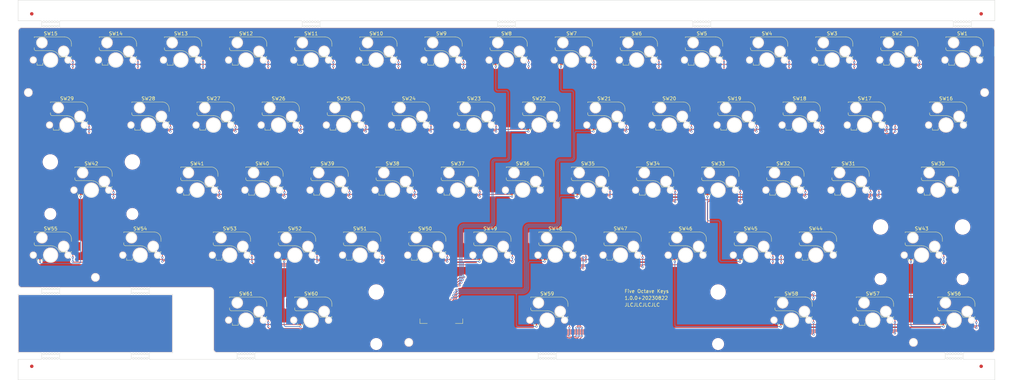
<source format=kicad_pcb>
(kicad_pcb (version 20221018) (generator pcbnew)
  (title_block (title "Five Octave - Keys") (date "2023-08-21") (rev "1.0.0") (comment 1 "https://github.com/takayoshiotake/five-octave-61-key-keyboard"))
  (layers (0 "F.Cu" signal) (31 "B.Cu" signal) (34 "B.Paste" user) (35 "F.Paste" user) (36 "B.SilkS" user "B.Silkscreen") (37 "F.SilkS" user "F.Silkscreen") (38 "B.Mask" user) (39 "F.Mask" user) (44 "Edge.Cuts" user))
  (net 0 "")
  (net 1 "ROW0")
  (net 2 "Net-(D1-A)")
  (net 3 "Net-(D2-A)")
  (net 4 "Net-(D3-A)")
  (net 5 "Net-(D4-A)")
  (net 6 "Net-(D5-A)")
  (net 7 "Net-(D6-A)")
  (net 8 "Net-(D7-A)")
  (net 9 "ROW4")
  (net 10 "Net-(D8-A)")
  (net 11 "Net-(D9-A)")
  (net 12 "Net-(D10-A)")
  (net 13 "Net-(D11-A)")
  (net 14 "Net-(D12-A)")
  (net 15 "Net-(D13-A)")
  (net 16 "Net-(D14-A)")
  (net 17 "Net-(D15-A)")
  (net 18 "ROW1")
  (net 19 "Net-(D16-A)")
  (net 20 "Net-(D17-A)")
  (net 21 "Net-(D18-A)")
  (net 22 "Net-(D19-A)")
  (net 23 "Net-(D20-A)")
  (net 24 "Net-(D21-A)")
  (net 25 "ROW5")
  (net 26 "Net-(D22-A)")
  (net 27 "Net-(D23-A)")
  (net 28 "Net-(D24-A)")
  (net 29 "Net-(D25-A)")
  (net 30 "Net-(D26-A)")
  (net 31 "Net-(D27-A)")
  (net 32 "Net-(D28-A)")
  (net 33 "Net-(D29-A)")
  (net 34 "ROW2")
  (net 35 "Net-(D30-A)")
  (net 36 "Net-(D31-A)")
  (net 37 "Net-(D32-A)")
  (net 38 "Net-(D33-A)")
  (net 39 "Net-(D34-A)")
  (net 40 "Net-(D35-A)")
  (net 41 "ROW6")
  (net 42 "Net-(D36-A)")
  (net 43 "Net-(D37-A)")
  (net 44 "Net-(D38-A)")
  (net 45 "Net-(D39-A)")
  (net 46 "Net-(D40-A)")
  (net 47 "Net-(D41-A)")
  (net 48 "Net-(D42-A)")
  (net 49 "ROW3")
  (net 50 "Net-(D43-A)")
  (net 51 "Net-(D44-A)")
  (net 52 "Net-(D45-A)")
  (net 53 "Net-(D46-A)")
  (net 54 "Net-(D47-A)")
  (net 55 "Net-(D48-A)")
  (net 56 "ROW7")
  (net 57 "Net-(D49-A)")
  (net 58 "Net-(D50-A)")
  (net 59 "Net-(D51-A)")
  (net 60 "Net-(D52-A)")
  (net 61 "Net-(D53-A)")
  (net 62 "Net-(D54-A)")
  (net 63 "Net-(D55-A)")
  (net 64 "Net-(D56-A)")
  (net 65 "Net-(D57-A)")
  (net 66 "Net-(D58-A)")
  (net 67 "Net-(D59-A)")
  (net 68 "Net-(D60-A)")
  (net 69 "Net-(D61-A)")
  (net 70 "COL0")
  (net 71 "COL1")
  (net 72 "COL2")
  (net 73 "COL3")
  (net 74 "COL4")
  (net 75 "COL5")
  (net 76 "COL6")
  (net 77 "COL7")
  (footprint "Project_Library:D_SOD-323F" (layer "F.Cu") (at 263.5725 38.1 90)
    (fp_text reference "D3" hide)
    (fp_text value "1N4148WS" hide)
  )
  (footprint "Project_Library:Hot_Swap_Socket_CPG151101S11" (layer "F.Cu") (at 257.81 53.34 180)
    (fp_text reference "SW18")
    (fp_text value locked "Key W")
    (fp_circle (center -4.445 -3.81) (end -5.32 -3.81) (stroke (width 0.12)) (fill none) (layer "Edge.Cuts"))
    (fp_circle (center -3.175 -1.27) (end -4.675 -1.27) (stroke (width 0.12)) (fill none) (layer "Edge.Cuts"))
    (fp_circle (center 0.635 -3.81) (end -1.415 -3.81) (stroke (width 0.12)) (fill none) (layer "Edge.Cuts"))
    (fp_circle (center 3.175 1.27) (end 1.675 1.27) (stroke (width 0.12)) (fill none) (layer "Edge.Cuts"))
    (fp_circle (center 5.715 -3.81) (end 4.84 -3.81) (stroke (width 0.12)) (fill none) (layer "Edge.Cuts"))
  )
  (footprint "Project_Library:D_SOD-323F" (layer "F.Cu") (at 273.0975 57.15 90)
    (fp_text reference "D17" hide)
    (fp_text value "1N4148WS" hide)
  )
  (footprint "Project_Library:Hot_Swap_Socket_CPG151101S11" (layer "F.Cu") (at 262.5725 91.44 180)
    (fp_text reference "SW44")
    (fp_text value "Key Z")
    (fp_circle (center -4.445 -3.81) (end -5.32 -3.81) (stroke (width 0.12)) (fill none) (layer "Edge.Cuts"))
    (fp_circle (center -3.175 -1.27) (end -4.675 -1.27) (stroke (width 0.12)) (fill none) (layer "Edge.Cuts"))
    (fp_circle (center 0.635 -3.81) (end -1.415 -3.81) (stroke (width 0.12)) (fill none) (layer "Edge.Cuts"))
    (fp_circle (center 3.175 1.27) (end 1.675 1.27) (stroke (width 0.12)) (fill none) (layer "Edge.Cuts"))
    (fp_circle (center 5.715 -3.81) (end 4.84 -3.81) (stroke (width 0.12)) (fill none) (layer "Edge.Cuts"))
  )
  (footprint "Project_Library:D_SOD-323F" (layer "F.Cu") (at 196.8975 57.15 90)
    (fp_text reference "D21" hide)
    (fp_text value "1N4148WS" hide)
  )
  (footprint "Project_Library:D_SOD-323F" (layer "F.Cu") (at 63.5475 57.15 90)
    (fp_text reference "D28" hide)
    (fp_text value "1N4148WS" hide)
  )
  (footprint "Project_Library:D_SOD-323F" (layer "F.Cu") (at 180.22875 114.3 90)
    (fp_text reference "D59" hide)
    (fp_text value "1N4148WS" hide)
  )
  (footprint "Project_Library:Hot_Swap_Socket_CPG151101S11" (layer "F.Cu") (at 248.285 34.29 180)
    (fp_text reference "SW4")
    (fp_text value "Key 3")
    (fp_circle (center -4.445 -3.81) (end -5.32 -3.81) (stroke (width 0.12)) (fill none) (layer "Edge.Cuts"))
    (fp_circle (center -3.175 -1.27) (end -4.675 -1.27) (stroke (width 0.12)) (fill none) (layer "Edge.Cuts"))
    (fp_circle (center 0.635 -3.81) (end -1.415 -3.81) (stroke (width 0.12)) (fill none) (layer "Edge.Cuts"))
    (fp_circle (center 3.175 1.27) (end 1.675 1.27) (stroke (width 0.12)) (fill none) (layer "Edge.Cuts"))
    (fp_circle (center 5.715 -3.81) (end 4.84 -3.81) (stroke (width 0.12)) (fill none) (layer "Edge.Cuts"))
  )
  (footprint "Project_Library:D_SOD-323F" (layer "F.Cu") (at 77.835 76.2 90)
    (fp_text reference "D41" hide)
    (fp_text value "1N4148WS" hide)
  )
  (footprint "Project_Library:D_SOD-323F" (layer "F.Cu") (at 158.7975 57.15 90)
    (fp_text reference "D23" hide)
    (fp_text value "1N4148WS" hide)
  )
  (footprint "Project_Library:D_SOD-323F" (layer "F.Cu") (at 82.5975 57.15 90)
    (fp_text reference "D27" hide)
    (fp_text value "1N4148WS" hide)
  )
  (footprint "Project_Library:D_SOD-323F" (layer "F.Cu") (at 115.935 76.2 90)
    (fp_text reference "D39" hide)
    (fp_text value "1N4148WS" hide)
  )
  (footprint "Project_Library:Hot_Swap_Socket_CPG151101S11" (layer "F.Cu") (at 300.6725 53.34 180)
    (fp_text reference "SW16")
    (fp_text value locked "Key Tab")
    (fp_circle (center -4.445 -3.81) (end -5.32 -3.81) (stroke (width 0.12)) (fill none) (layer "Edge.Cuts"))
    (fp_circle (center -3.175 -1.27) (end -4.675 -1.27) (stroke (width 0.12)) (fill none) (layer "Edge.Cuts"))
    (fp_circle (center 0.635 -3.81) (end -1.415 -3.81) (stroke (width 0.12)) (fill none) (layer "Edge.Cuts"))
    (fp_circle (center 3.175 1.27) (end 1.675 1.27) (stroke (width 0.12)) (fill none) (layer "Edge.Cuts"))
    (fp_circle (center 5.715 -3.81) (end 4.84 -3.81) (stroke (width 0.12)) (fill none) (layer "Edge.Cuts"))
  )
  (footprint "Project_Library:D_SOD-323F" (layer "F.Cu") (at 201.66 95.25 90)
    (fp_text reference "D47" hide)
    (fp_text value "1N4148WS" hide)
  )
  (footprint "Project_Library:D_SOD-323F" (layer "F.Cu") (at 187.3725 38.1 90)
    (fp_text reference "D7" hide)
    (fp_text value "1N4148WS" hide)
  )
  (footprint "Project_Library:Hot_Swap_Socket_CPG151101S11" (layer "F.Cu") (at 191.135 34.29 180)
    (fp_text reference "SW7")
    (fp_text value "Key 6")
    (fp_circle (center -4.445 -3.81) (end -5.32 -3.81) (stroke (width 0.12)) (fill none) (layer "Edge.Cuts"))
    (fp_circle (center -3.175 -1.27) (end -4.675 -1.27) (stroke (width 0.12)) (fill none) (layer "Edge.Cuts"))
    (fp_circle (center 0.635 -3.81) (end -1.415 -3.81) (stroke (width 0.12)) (fill none) (layer "Edge.Cuts"))
    (fp_circle (center 3.175 1.27) (end 1.675 1.27) (stroke (width 0.12)) (fill none) (layer "Edge.Cuts"))
    (fp_circle (center 5.715 -3.81) (end 4.84 -3.81) (stroke (width 0.12)) (fill none) (layer "Edge.Cuts"))
  )
  (footprint "Project_Library:Hot_Swap_Socket_CPG151101S11" (layer "F.Cu") (at 286.385 34.29 180)
    (fp_text reference "SW2")
    (fp_text value "Key 1")
    (fp_circle (center -4.445 -3.81) (end -5.32 -3.81) (stroke (width 0.12)) (fill none) (layer "Edge.Cuts"))
    (fp_circle (center -3.175 -1.27) (end -4.675 -1.27) (stroke (width 0.12)) (fill none) (layer "Edge.Cuts"))
    (fp_circle (center 0.635 -3.81) (end -1.415 -3.81) (stroke (width 0.12)) (fill none) (layer "Edge.Cuts"))
    (fp_circle (center 3.175 1.27) (end 1.675 1.27) (stroke (width 0.12)) (fill none) (layer "Edge.Cuts"))
    (fp_circle (center 5.715 -3.81) (end 4.84 -3.81) (stroke (width 0.12)) (fill none) (layer "Edge.Cuts"))
  )
  (footprint "Project_Library:D_SOD-323F" (layer "F.Cu") (at 154.035 76.2 90)
    (fp_text reference "D37" hide)
    (fp_text value "1N4148WS" hide)
  )
  (footprint "Fiducial:Fiducial_1mm_Mask2mm" (layer "F.Cu") (at 32.575 127.825)
    (fp_text reference "REF**" hide)
    (fp_text value "Fiducial_1mm_Mask2mm")
  )
  (footprint "Project_Library:D_SOD-323F" (layer "F.Cu") (at 206.4225 38.1 90)
    (fp_text reference "D6" hide)
    (fp_text value "1N4148WS" hide)
  )
  (footprint "Project_Library:D_SOD-323F" (layer "F.Cu") (at 211.185 76.2 90)
    (fp_text reference "D34" hide)
    (fp_text value "1N4148WS" hide)
  )
  (footprint "Project_Library:JUSHUO_AFC01-S16FCC-00" (layer "F.Cu") (at 152.4 114.3)
    (fp_text reference "J1" hide)
    (fp_text value "FFC Connector")
  )
  (footprint "Project_Library:Hot_Swap_Socket_CPG151101S11" (layer "F.Cu") (at 200.66 53.34 180)
    (fp_text reference "SW21")
    (fp_text value "Key T")
    (fp_circle (center -4.445 -3.81) (end -5.32 -3.81) (stroke (width 0.12)) (fill none) (layer "Edge.Cuts"))
    (fp_circle (center -3.175 -1.27) (end -4.675 -1.27) (stroke (width 0.12)) (fill none) (layer "Edge.Cuts"))
    (fp_circle (center 0.635 -3.81) (end -1.415 -3.81) (stroke (width 0.12)) (fill none) (layer "Edge.Cuts"))
    (fp_circle (center 3.175 1.27) (end 1.675 1.27) (stroke (width 0.12)) (fill none) (layer "Edge.Cuts"))
    (fp_circle (center 5.715 -3.81) (end 4.84 -3.81) (stroke (width 0.12)) (fill none) (layer "Edge.Cuts"))
  )
  (footprint "Project_Library:Hot_Swap_Socket_CPG151101S11" (layer "F.Cu") (at 210.185 34.29 180)
    (fp_text reference "SW6")
    (fp_text value "Key 5")
    (fp_circle (center -4.445 -3.81) (end -5.32 -3.81) (stroke (width 0.12)) (fill none) (layer "Edge.Cuts"))
    (fp_circle (center -3.175 -1.27) (end -4.675 -1.27) (stroke (width 0.12)) (fill none) (layer "Edge.Cuts"))
    (fp_circle (center 0.635 -3.81) (end -1.415 -3.81) (stroke (width 0.12)) (fill none) (layer "Edge.Cuts"))
    (fp_circle (center 3.175 1.27) (end 1.675 1.27) (stroke (width 0.12)) (fill none) (layer "Edge.Cuts"))
    (fp_circle (center 5.715 -3.81) (end 4.84 -3.81) (stroke (width 0.12)) (fill none) (layer "Edge.Cuts"))
  )
  (footprint "Project_Library:Hot_Swap_Socket_CPG151101S11" (layer "F.Cu") (at 81.5975 72.39 180)
    (fp_text reference "SW41")
    (fp_text value "Key '")
    (fp_circle (center -4.445 -3.81) (end -5.32 -3.81) (stroke (width 0.12)) (fill none) (layer "Edge.Cuts"))
    (fp_circle (center -3.175 -1.27) (end -4.675 -1.27) (stroke (width 0.12)) (fill none) (layer "Edge.Cuts"))
    (fp_circle (center 0.635 -3.81) (end -1.415 -3.81) (stroke (width 0.12)) (fill none) (layer "Edge.Cuts"))
    (fp_circle (center 3.175 1.27) (end 1.675 1.27) (stroke (width 0.12)) (fill none) (layer "Edge.Cuts"))
    (fp_circle (center 5.715 -3.81) (end 4.84 -3.81) (stroke (width 0.12)) (fill none) (layer "Edge.Cuts"))
  )
  (footprint "Project_Library:D_SOD-323F" (layer "F.Cu") (at 299.29125 114.3 90)
    (fp_text reference "D56" hide)
    (fp_text value "1N4148WS" hide)
  )
  (footprint "Project_Library:Hot_Swap_Socket_CPG151101S11" (layer "F.Cu") (at 205.4225 91.44 180)
    (fp_text reference "SW47")
    (fp_text value "Key V")
    (fp_circle (center -4.445 -3.81) (end -5.32 -3.81) (stroke (width 0.12)) (fill none) (layer "Edge.Cuts"))
    (fp_circle (center -3.175 -1.27) (end -4.675 -1.27) (stroke (width 0.12)) (fill none) (layer "Edge.Cuts"))
    (fp_circle (center 0.635 -3.81) (end -1.415 -3.81) (stroke (width 0.12)) (fill none) (layer "Edge.Cuts"))
    (fp_circle (center 3.175 1.27) (end 1.675 1.27) (stroke (width 0.12)) (fill none) (layer "Edge.Cuts"))
    (fp_circle (center 5.715 -3.81) (end 4.84 -3.81) (stroke (width 0.12)) (fill none) (layer "Edge.Cuts"))
  )
  (footprint "Project_Library:Hot_Swap_Socket_CPG151101S11" (layer "F.Cu") (at 138.7475 72.39 180)
    (fp_text reference "SW38")
    (fp_text value "Key K")
    (fp_circle (center -4.445 -3.81) (end -5.32 -3.81) (stroke (width 0.12)) (fill none) (layer "Edge.Cuts"))
    (fp_circle (center -3.175 -1.27) (end -4.675 -1.27) (stroke (width 0.12)) (fill none) (layer "Edge.Cuts"))
    (fp_circle (center 0.635 -3.81) (end -1.415 -3.81) (stroke (width 0.12)) (fill none) (layer "Edge.Cuts"))
    (fp_circle (center 3.175 1.27) (end 1.675 1.27) (stroke (width 0.12)) (fill none) (layer "Edge.Cuts"))
    (fp_circle (center 5.715 -3.81) (end 4.84 -3.81) (stroke (width 0.12)) (fill none) (layer "Edge.Cuts"))
  )
  (footprint "Project_Library:Hot_Swap_Socket_CPG151101S11" (layer "F.Cu") (at 143.51 53.34 180)
    (fp_text reference "SW24")
    (fp_text value "Key I")
    (fp_circle (center -4.445 -3.81) (end -5.32 -3.81) (stroke (width 0.12)) (fill none) (layer "Edge.Cuts"))
    (fp_circle (center -3.175 -1.27) (end -4.675 -1.27) (stroke (width 0.12)) (fill none) (layer "Edge.Cuts"))
    (fp_circle (center 0.635 -3.81) (end -1.415 -3.81) (stroke (width 0.12)) (fill none) (layer "Edge.Cuts"))
    (fp_circle (center 3.175 1.27) (end 1.675 1.27) (stroke (width 0.12)) (fill none) (layer "Edge.Cuts"))
    (fp_circle (center 5.715 -3.81) (end 4.84 -3.81) (stroke (width 0.12)) (fill none) (layer "Edge.Cuts"))
  )
  (footprint "Project_Library:D_SOD-323F" (layer "F.Cu") (at 296.91 57.15 90)
    (fp_text reference "D16" hide)
    (fp_text value "1N4148WS" hide)
  )
  (footprint "Project_Library:D_SOD-323F" (layer "F.Cu") (at 282.6225 38.1 90)
    (fp_text reference "D2" hide)
    (fp_text value "1N4148WS" hide)
  )
  (footprint "Project_Library:Hot_Swap_Socket_CPG151101S11" (layer "F.Cu") (at 64.92875 91.44 180)
    (fp_text reference "SW54")
    (fp_text value "Key Shift")
    (fp_circle (center -4.445 -3.81) (end -5.32 -3.81) (stroke (width 0.12)) (fill none) (layer "Edge.Cuts"))
    (fp_circle (center -3.175 -1.27) (end -4.675 -1.27) (stroke (width 0.12)) (fill none) (layer "Edge.Cuts"))
    (fp_circle (center 0.635 -3.81) (end -1.415 -3.81) (stroke (width 0.12)) (fill none) (layer "Edge.Cuts"))
    (fp_circle (center 3.175 1.27) (end 1.675 1.27) (stroke (width 0.12)) (fill none) (layer "Edge.Cuts"))
    (fp_circle (center 5.715 -3.81) (end 4.84 -3.81) (stroke (width 0.12)) (fill none) (layer "Edge.Cuts"))
  )
  (footprint "Project_Library:Hot_Swap_Socket_CPG151101S11" (layer "F.Cu") (at 293.52875 91.44 180)
    (fp_text reference "SW43")
    (fp_text value "Key Shift")
    (fp_circle (center -4.445 -3.81) (end -5.32 -3.81) (stroke (width 0.12)) (fill none) (layer "Edge.Cuts"))
    (fp_circle (center -3.175 -1.27) (end -4.675 -1.27) (stroke (width 0.12)) (fill none) (layer "Edge.Cuts"))
    (fp_circle (center 0.635 -3.81) (end -1.415 -3.81) (stroke (width 0.12)) (fill none) (layer "Edge.Cuts"))
    (fp_circle (center 3.175 1.27) (end 1.675 1.27) (stroke (width 0.12)) (fill none) (layer "Edge.Cuts"))
    (fp_circle (center 5.715 -3.81) (end 4.84 -3.81) (stroke (width 0.12)) (fill none) (layer "Edge.Cuts"))
  )
  (footprint "Project_Library:D_SOD-323F" (layer "F.Cu") (at 268.335 76.2 90)
    (fp_text reference "D31" hide)
    (fp_text value "1N4148WS" hide)
  )
  (footprint "Project_Library:Hot_Swap_Socket_CPG151101S11" (layer "F.Cu") (at 195.8975 72.39 180)
    (fp_text reference "SW35")
    (fp_text value "Key G")
    (fp_circle (center -4.445 -3.81) (end -5.32 -3.81) (stroke (width 0.12)) (fill none) (layer "Edge.Cuts"))
    (fp_circle (center -3.175 -1.27) (end -4.675 -1.27) (stroke (width 0.12)) (fill none) (layer "Edge.Cuts"))
    (fp_circle (center 0.635 -3.81) (end -1.415 -3.81) (stroke (width 0.12)) (fill none) (layer "Edge.Cuts"))
    (fp_circle (center 3.175 1.27) (end 1.675 1.27) (stroke (width 0.12)) (fill none) (layer "Edge.Cuts"))
    (fp_circle (center 5.715 -3.81) (end 4.84 -3.81) (stroke (width 0.12)) (fill none) (layer "Edge.Cuts"))
  )
  (footprint "Project_Library:Hot_Swap_Socket_CPG151101S11" (layer "F.Cu") (at 76.835 34.29 180)
    (fp_text reference "SW13")
    (fp_text value "Key =")
    (fp_circle (center -4.445 -3.81) (end -5.32 -3.81) (stroke (width 0.12)) (fill none) (layer "Edge.Cuts"))
    (fp_circle (center -3.175 -1.27) (end -4.675 -1.27) (stroke (width 0.12)) (fill none) (layer "Edge.Cuts"))
    (fp_circle (center 0.635 -3.81) (end -1.415 -3.81) (stroke (width 0.12)) (fill none) (layer "Edge.Cuts"))
    (fp_circle (center 3.175 1.27) (end 1.675 1.27) (stroke (width 0.12)) (fill none) (layer "Edge.Cuts"))
    (fp_circle (center 5.715 -3.81) (end 4.84 -3.81) (stroke (width 0.12)) (fill none) (layer "Edge.Cuts"))
  )
  (footprint "Project_Library:Hot_Swap_Socket_CPG151101S11" (layer "F.Cu") (at 50.64125 72.39 180)
    (fp_text reference "SW42")
    (fp_text value "Key Return")
    (fp_circle (center -4.445 -3.81) (end -5.32 -3.81) (stroke (width 0.12)) (fill none) (layer "Edge.Cuts"))
    (fp_circle (center -3.175 -1.27) (end -4.675 -1.27) (stroke (width 0.12)) (fill none) (layer "Edge.Cuts"))
    (fp_circle (center 0.635 -3.81) (end -1.415 -3.81) (stroke (width 0.12)) (fill none) (layer "Edge.Cuts"))
    (fp_circle (center 3.175 1.27) (end 1.675 1.27) (stroke (width 0.12)) (fill none) (layer "Edge.Cuts"))
    (fp_circle (center 5.715 -3.81) (end 4.84 -3.81) (stroke (width 0.12)) (fill none) (layer "Edge.Cuts"))
  )
  (footprint "Project_Library:Hot_Swap_Socket_CPG151101S11" (layer "F.Cu") (at 183.99125 110.49 180)
    (fp_text reference "SW59")
    (fp_text value "Key Space")
    (fp_circle (center -4.445 -3.81) (end -5.32 -3.81) (stroke (width 0.12)) (fill none) (layer "Edge.Cuts"))
    (fp_circle (center -3.175 -1.27) (end -4.675 -1.27) (stroke (width 0.12)) (fill none) (layer "Edge.Cuts"))
    (fp_circle (center 0.635 -3.81) (end -1.415 -3.81) (stroke (width 0.12)) (fill none) (layer "Edge.Cuts"))
    (fp_circle (center 3.175 1.27) (end 1.675 1.27) (stroke (width 0.12)) (fill none) (layer "Edge.Cuts"))
    (fp_circle (center 5.715 -3.81) (end 4.84 -3.81) (stroke (width 0.12)) (fill none) (layer "Edge.Cuts"))
  )
  (footprint "Project_Library:Hot_Swap_Socket_CPG151101S11" (layer "F.Cu") (at 303.05375 110.49 180)
    (fp_text reference "SW56")
    (fp_text value "Key Ctrl")
    (fp_circle (center -4.445 -3.81) (end -5.32 -3.81) (stroke (width 0.12)) (fill none) (layer "Edge.Cuts"))
    (fp_circle (center -3.175 -1.27) (end -4.675 -1.27) (stroke (width 0.12)) (fill none) (layer "Edge.Cuts"))
    (fp_circle (center 0.635 -3.81) (end -1.415 -3.81) (stroke (width 0.12)) (fill none) (layer "Edge.Cuts"))
    (fp_circle (center 3.175 1.27) (end 1.675 1.27) (stroke (width 0.12)) (fill none) (layer "Edge.Cuts"))
    (fp_circle (center 5.715 -3.81) (end 4.84 -3.81) (stroke (width 0.12)) (fill none) (layer "Edge.Cuts"))
  )
  (footprint "Fiducial:Fiducial_1mm_Mask2mm" (layer "F.Cu") (at 310.325 127.825)
    (fp_text reference "REF**" hide)
    (fp_text value "Fiducial_1mm_Mask2mm")
  )
  (footprint "Project_Library:Hot_Swap_Socket_CPG151101S11" (layer "F.Cu") (at 157.7975 72.39 180)
    (fp_text reference "SW37")
    (fp_text value "Key J")
    (fp_circle (center -4.445 -3.81) (end -5.32 -3.81) (stroke (width 0.12)) (fill none) (layer "Edge.Cuts"))
    (fp_circle (center -3.175 -1.27) (end -4.675 -1.27) (stroke (width 0.12)) (fill none) (layer "Edge.Cuts"))
    (fp_circle (center 0.635 -3.81) (end -1.415 -3.81) (stroke (width 0.12)) (fill none) (layer "Edge.Cuts"))
    (fp_circle (center 3.175 1.27) (end 1.675 1.27) (stroke (width 0.12)) (fill none) (layer "Edge.Cuts"))
    (fp_circle (center 5.715 -3.81) (end 4.84 -3.81) (stroke (width 0.12)) (fill none) (layer "Edge.Cuts"))
  )
  (footprint "Project_Library:D_SOD-323F" (layer "F.Cu") (at 254.0475 57.15 90)
    (fp_text reference "D18" hide)
    (fp_text value "1N4148WS" hide)
  )
  (footprint "Project_Library:Hot_Swap_Socket_CPG151101S11" (layer "F.Cu") (at 176.8475 72.39 180)
    (fp_text reference "SW36")
    (fp_text value "Key H")
    (fp_circle (center -4.445 -3.81) (end -5.32 -3.81) (stroke (width 0.12)) (fill none) (layer "Edge.Cuts"))
    (fp_circle (center -3.175 -1.27) (end -4.675 -1.27) (stroke (width 0.12)) (fill none) (layer "Edge.Cuts"))
    (fp_circle (center 0.635 -3.81) (end -1.415 -3.81) (stroke (width 0.12)) (fill none) (layer "Edge.Cuts"))
    (fp_circle (center 3.175 1.27) (end 1.675 1.27) (stroke (width 0.12)) (fill none) (layer "Edge.Cuts"))
    (fp_circle (center 5.715 -3.81) (end 4.84 -3.81) (stroke (width 0.12)) (fill none) (layer "Edge.Cuts"))
  )
  (footprint "Project_Library:Hot_Swap_Socket_CPG151101S11" (layer "F.Cu") (at 279.24125 110.49 180)
    (fp_text reference "SW57")
    (fp_text value "Key Opt")
    (fp_circle (center -4.445 -3.81) (end -5.32 -3.81) (stroke (width 0.12)) (fill none) (layer "Edge.Cuts"))
    (fp_circle (center -3.175 -1.27) (end -4.675 -1.27) (stroke (width 0.12)) (fill none) (layer "Edge.Cuts"))
    (fp_circle (center 0.635 -3.81) (end -1.415 -3.81) (stroke (width 0.12)) (fill none) (layer "Edge.Cuts"))
    (fp_circle (center 3.175 1.27) (end 1.675 1.27) (stroke (width 0.12)) (fill none) (layer "Edge.Cuts"))
    (fp_circle (center 5.715 -3.81) (end 4.84 -3.81) (stroke (width 0.12)) (fill none) (layer "Edge.Cuts"))
  )
  (footprint "Project_Library:Hot_Swap_Socket_CPG151101S11" (layer "F.Cu") (at 219.71 53.34 180)
    (fp_text reference "SW20")
    (fp_text value "Key R")
    (fp_circle (center -4.445 -3.81) (end -5.32 -3.81) (stroke (width 0.12)) (fill none) (layer "Edge.Cuts"))
    (fp_circle (center -3.175 -1.27) (end -4.675 -1.27) (stroke (width 0.12)) (fill none) (layer "Edge.Cuts"))
    (fp_circle (center 0.635 -3.81) (end -1.415 -3.81) (stroke (width 0.12)) (fill none) (layer "Edge.Cuts"))
    (fp_circle (center 3.175 1.27) (end 1.675 1.27) (stroke (width 0.12)) (fill none) (layer "Edge.Cuts"))
    (fp_circle (center 5.715 -3.81) (end 4.84 -3.81) (stroke (width 0.12)) (fill none) (layer "Edge.Cuts"))
  )
  (footprint "Project_Library:Hot_Swap_Socket_CPG151101S11" (layer "F.Cu") (at 129.2225 91.44 180)
    (fp_text reference "SW51")
    (fp_text value "Key ,")
    (fp_circle (center -4.445 -3.81) (end -5.32 -3.81) (stroke (width 0.12)) (fill none) (layer "Edge.Cuts"))
    (fp_circle (center -3.175 -1.27) (end -4.675 -1.27) (stroke (width 0.12)) (fill none) (layer "Edge.Cuts"))
    (fp_circle (center 0.635 -3.81) (end -1.415 -3.81) (stroke (width 0.12)) (fill none) (layer "Edge.Cuts"))
    (fp_circle (center 3.175 1.27) (end 1.675 1.27) (stroke (width 0.12)) (fill none) (layer "Edge.Cuts"))
    (fp_circle (center 5.715 -3.81) (end 4.84 -3.81) (stroke (width 0.12)) (fill none) (layer "Edge.Cuts"))
  )
  (footprint "Project_Library:Hot_Swap_Socket_CPG151101S11" (layer "F.Cu") (at 38.735 34.29 180)
    (fp_text reference "SW15")
    (fp_text value "Key `")
    (fp_circle (center -4.445 -3.81) (end -5.32 -3.81) (stroke (width 0.12)) (fill none) (layer "Edge.Cuts"))
    (fp_circle (center -3.175 -1.27) (end -4.675 -1.27) (stroke (width 0.12)) (fill none) (layer "Edge.Cuts"))
    (fp_circle (center 0.635 -3.81) (end -1.415 -3.81) (stroke (width 0.12)) (fill none) (layer "Edge.Cuts"))
    (fp_circle (center 3.175 1.27) (end 1.675 1.27) (stroke (width 0.12)) (fill none) (layer "Edge.Cuts"))
    (fp_circle (center 5.715 -3.81) (end 4.84 -3.81) (stroke (width 0.12)) (fill none) (layer "Edge.Cuts"))
  )
  (footprint "Project_Library:D_SOD-323F" (layer "F.Cu") (at 73.0725 38.1 90)
    (fp_text reference "D13" hide)
    (fp_text value "1N4148WS" hide)
  )
  (footprint "Project_Library:D_SOD-323F" (layer "F.Cu") (at 120.6975 57.15 90)
    (fp_text reference "D25" hide)
    (fp_text value "1N4148WS" hide)
  )
  (footprint "Project_Library:D_SOD-323F" (layer "F.Cu") (at 244.5225 38.1 90)
    (fp_text reference "D4" hide)
    (fp_text value "1N4148WS" hide)
  )
  (footprint "Project_Library:D_SOD-323F" (layer "F.Cu") (at 111.1725 38.1 90)
    (fp_text reference "D11" hide)
    (fp_text value "1N4148WS" hide)
  )
  (footprint "Project_Library:Hot_Swap_Socket_CPG151101S11" (layer "F.Cu") (at 243.5225 91.44 180)
    (fp_text reference "SW45")
    (fp_text value "Key X")
    (fp_circle (center -4.445 -3.81) (end -5.32 -3.81) (stroke (width 0.12)) (fill none) (layer "Edge.Cuts"))
    (fp_circle (center -3.175 -1.27) (end -4.675 -1.27) (stroke (width 0.12)) (fill none) (layer "Edge.Cuts"))
    (fp_circle (center 0.635 -3.81) (end -1.415 -3.81) (stroke (width 0.12)) (fill none) (layer "Edge.Cuts"))
    (fp_circle (center 3.175 1.27) (end 1.675 1.27) (stroke (width 0.12)) (fill none) (layer "Edge.Cuts"))
    (fp_circle (center 5.715 -3.81) (end 4.84 -3.81) (stroke (width 0.12)) (fill none) (layer "Edge.Cuts"))
  )
  (footprint "Project_Library:D_SOD-323F" (layer "F.Cu") (at 96.885 76.2 90)
    (fp_text reference "D40" hide)
    (fp_text value "1N4148WS" hide)
  )
  (footprint "Project_Library:D_SOD-323F" (layer "F.Cu") (at 251.66625 114.3 90)
    (fp_text reference "D58" hide)
    (fp_text value "1N4148WS" hide)
  )
  (footprint "Project_Library:D_SOD-323F" (layer "F.Cu") (at 149.2725 38.1 90)
    (fp_text reference "D9" hide)
    (fp_text value "1N4148WS" hide)
  )
  (footprint "Project_Library:Hot_Swap_Socket_CPG151101S11" (layer "F.Cu") (at 298.29125 72.39 180)
    (fp_text reference "SW30")
    (fp_text value "Key Caps")
    (fp_circle (center -4.445 -3.81) (end -5.32 -3.81) (stroke (width 0.12)) (fill none) (layer "Edge.Cuts"))
    (fp_circle (center -3.175 -1.27) (end -4.675 -1.27) (stroke (width 0.12)) (fill none) (layer "Edge.Cuts"))
    (fp_circle (center 0.635 -3.81) (end -1.415 -3.81) (stroke (width 0.12)) (fill none) (layer "Edge.Cuts"))
    (fp_circle (center 3.175 1.27) (end 1.675 1.27) (stroke (width 0.12)) (fill none) (layer "Edge.Cuts"))
    (fp_circle (center 5.715 -3.81) (end 4.84 -3.81) (stroke (width 0.12)) (fill none) (layer "Edge.Cuts"))
  )
  (footprint "Project_Library:Hot_Swap_Socket_CPG151101S11" (layer "F.Cu") (at 43.4975 53.34 180)
    (fp_text reference "SW29")
    (fp_text value "Key BS")
    (fp_circle (center -4.445 -3.81) (end -5.32 -3.81) (stroke (width 0.12)) (fill none) (layer "Edge.Cuts"))
    (fp_circle (center -3.175 -1.27) (end -4.675 -1.27) (stroke (width 0.12)) (fill none) (layer "Edge.Cuts"))
    (fp_circle (center 0.635 -3.81) (end -1.415 -3.81) (stroke (width 0.12)) (fill none) (layer "Edge.Cuts"))
    (fp_circle (center 3.175 1.27) (end 1.675 1.27) (stroke (width 0.12)) (fill none) (layer "Edge.Cuts"))
    (fp_circle (center 5.715 -3.81) (end 4.84 -3.81) (stroke (width 0.12)) (fill none) (layer "Edge.Cuts"))
  )
  (footprint "Project_Library:D_SOD-323F" (layer "F.Cu") (at 301.6725 38.1 90)
    (fp_text reference "D1" hide)
    (fp_text value "1N4148WS" hide)
  )
  (footprint "Project_Library:Hot_Swap_Socket_CPG151101S11" (layer "F.Cu") (at 233.9975 72.39 180)
    (fp_text reference "SW33")
    (fp_text value "Key D")
    (fp_circle (center -4.445 -3.81) (end -5.32 -3.81) (stroke (width 0.12)) (fill none) (layer "Edge.Cuts"))
    (fp_circle (center -3.175 -1.27) (end -4.675 -1.27) (stroke (width 0.12)) (fill none) (layer "Edge.Cuts"))
    (fp_circle (center 0.635 -3.81) (end -1.415 -3.81) (stroke (width 0.12)) (fill none) (layer "Edge.Cuts"))
    (fp_circle (center 3.175 1.27) (end 1.675 1.27) (stroke (width 0.12)) (fill none) (layer "Edge.Cuts"))
    (fp_circle (center 5.715 -3.81) (end 4.84 -3.81) (stroke (width 0.12)) (fill none) (layer "Edge.Cuts"))
  )
  (footprint "Project_Library:Hot_Swap_Socket_CPG151101S11" (layer "F.Cu") (at 67.31 53.34 180)
    (fp_text reference "SW28")
    (fp_text value "Key ]")
    (fp_circle (center -4.445 -3.81) (end -5.32 -3.81) (stroke (width 0.12)) (fill none) (layer "Edge.Cuts"))
    (fp_circle (center -3.175 -1.27) (end -4.675 -1.27) (stroke (width 0.12)) (fill none) (layer "Edge.Cuts"))
    (fp_circle (center 0.635 -3.81) (end -1.415 -3.81) (stroke (width 0.12)) (fill none) (layer "Edge.Cuts"))
    (fp_circle (center 3.175 1.27) (end 1.675 1.27) (stroke (width 0.12)) (fill none) (layer "Edge.Cuts"))
    (fp_circle (center 5.715 -3.81) (end 4.84 -3.81) (stroke (width 0.12)) (fill none) (layer "Edge.Cuts"))
  )
  (footprint "Project_Library:D_SOD-323F" (layer "F.Cu") (at 130.2225 38.1 90)
    (fp_text reference "D10" hide)
    (fp_text value "1N4148WS" hide)
  )
  (footprint "Project_Library:D_SOD-323F" (layer "F.Cu") (at 92.1225 38.1 90)
    (fp_text reference "D12" hide)
    (fp_text value "1N4148WS" hide)
  )
  (footprint "Project_Library:Hot_Swap_Socket_CPG151101S11" (layer "F.Cu") (at 305.435 34.29 180)
    (fp_text reference "SW1")
    (fp_text value "Key Esc")
    (fp_circle (center -4.445 -3.81) (end -5.32 -3.81) (stroke (width 0.12)) (fill none) (layer "Edge.Cuts"))
    (fp_circle (center -3.175 -1.27) (end -4.675 -1.27) (stroke (width 0.12)) (fill none) (layer "Edge.Cuts"))
    (fp_circle (center 0.635 -3.81) (end -1.415 -3.81) (stroke (width 0.12)) (fill none) (layer "Edge.Cuts"))
    (fp_circle (center 3.175 1.27) (end 1.675 1.27) (stroke (width 0.12)) (fill none) (layer "Edge.Cuts"))
    (fp_circle (center 5.715 -3.81) (end 4.84 -3.81) (stroke (width 0.12)) (fill none) (layer "Edge.Cuts"))
  )
  (footprint "Project_Library:Hot_Swap_Socket_CPG151101S11" (layer "F.Cu") (at 119.6975 72.39 180)
    (fp_text reference "SW39")
    (fp_text value "Key L")
    (fp_circle (center -4.445 -3.81) (end -5.32 -3.81) (stroke (width 0.12)) (fill none) (layer "Edge.Cuts"))
    (fp_circle (center -3.175 -1.27) (end -4.675 -1.27) (stroke (width 0.12)) (fill none) (layer "Edge.Cuts"))
    (fp_circle (center 0.635 -3.81) (end -1.415 -3.81) (stroke (width 0.12)) (fill none) (layer "Edge.Cuts"))
    (fp_circle (center 3.175 1.27) (end 1.675 1.27) (stroke (width 0.12)) (fill none) (layer "Edge.Cuts"))
    (fp_circle (center 5.715 -3.81) (end 4.84 -3.81) (stroke (width 0.12)) (fill none) (layer "Edge.Cuts"))
  )
  (footprint "Project_Library:Hot_Swap_Socket_CPG151101S11" (layer "F.Cu") (at 276.86 53.34 180)
    (fp_text reference "SW17")
    (fp_text value "Key Q")
    (fp_circle (center -4.445 -3.81) (end -5.32 -3.81) (stroke (width 0.12)) (fill none) (layer "Edge.Cuts"))
    (fp_circle (center -3.175 -1.27) (end -4.675 -1.27) (stroke (width 0.12)) (fill none) (layer "Edge.Cuts"))
    (fp_circle (center 0.635 -3.81) (end -1.415 -3.81) (stroke (width 0.12)) (fill none) (layer "Edge.Cuts"))
    (fp_circle (center 3.175 1.27) (end 1.675 1.27) (stroke (width 0.12)) (fill none) (layer "Edge.Cuts"))
    (fp_circle (center 5.715 -3.81) (end 4.84 -3.81) (stroke (width 0.12)) (fill none) (layer "Edge.Cuts"))
  )
  (footprint "Project_Library:D_SOD-323F" (layer "F.Cu") (at 258.81 95.25 90)
    (fp_text reference "D44" hide)
    (fp_text value "1N4148WS" hide)
  )
  (footprint "Project_Library:D_SOD-323F" (layer "F.Cu") (at 139.7475 57.15 90)
    (fp_text reference "D24" hide)
    (fp_text value "1N4148WS" hide)
  )
  (footprint "Project_Library:Hot_Swap_Socket_CPG151101S11" (layer "F.Cu") (at 162.56 53.34 180)
    (fp_text reference "SW23")
    (fp_text value "Key U")
    (fp_circle (center -4.445 -3.81) (end -5.32 -3.81) (stroke (width 0.12)) (fill none) (layer "Edge.Cuts"))
    (fp_circle (center -3.175 -1.27) (end -4.675 -1.27) (stroke (width 0.12)) (fill none) (layer "Edge.Cuts"))
    (fp_circle (center 0.635 -3.81) (end -1.415 -3.81) (stroke (width 0.12)) (fill none) (layer "Edge.Cuts"))
    (fp_circle (center 3.175 1.27) (end 1.675 1.27) (stroke (width 0.12)) (fill none) (layer "Edge.Cuts"))
    (fp_circle (center 5.715 -3.81) (end 4.84 -3.81) (stroke (width 0.12)) (fill none) (layer "Edge.Cuts"))
  )
  (footprint "Project_Library:Hot_Swap_Socket_CPG151101S11" (layer "F.Cu") (at 86.36 53.34 180)
    (fp_text reference "SW27")
    (fp_text value "Key [")
    (fp_circle (center -4.445 -3.81) (end -5.32 -3.81) (stroke (width 0.12)) (fill none) (layer "Edge.Cuts"))
    (fp_circle (center -3.175 -1.27) (end -4.675 -1.27) (stroke (width 0.12)) (fill none) (layer "Edge.Cuts"))
    (fp_circle (center 0.635 -3.81) (end -1.415 -3.81) (stroke (width 0.12)) (fill none) (layer "Edge.Cuts"))
    (fp_circle (center 3.175 1.27) (end 1.675 1.27) (stroke (width 0.12)) (fill none) (layer "Edge.Cuts"))
    (fp_circle (center 5.715 -3.81) (end 4.84 -3.81) (stroke (width 0.12)) (fill none) (layer "Edge.Cuts"))
  )
  (footprint "Project_Library:D_SOD-323F" (layer "F.Cu") (at 54.0225 38.1 90)
    (fp_text reference "D14" hide)
    (fp_text value "1N4148WS" hide)
  )
  (footprint "Project_Library:D_SOD-323F" (layer "F.Cu") (at 87.36 95.25 90)
    (fp_text reference "D53" hide)
    (fp_text value "1N4148WS" hide)
  )
  (footprint "Project_Library:Stabilizer_2u" (layer "F.Cu") (at 292.89375 95.25 180)
    (fp_text reference "REF**" hide)
    (fp_text value "Stabilizer_2u" hide)
  )
  (footprint "Project_Library:D_SOD-323F" (layer "F.Cu") (at 173.085 76.2 90)
    (fp_text reference "D36" hide)
    (fp_text value "1N4148WS" hide)
  )
  (footprint "Project_Library:D_SOD-323F" (layer "F.Cu") (at 144.51 95.25 90)
    (fp_text reference "D50" hide)
    (fp_text value "1N4148WS" hide)
  )
  (footprint "Project_Library:Hot_Swap_Socket_CPG151101S11" (layer "F.Cu") (at 153.035 34.29 180)
    (fp_text reference "SW9")
    (fp_text value "Key 8")
    (fp_circle (center -4.445 -3.81) (end -5.32 -3.81) (stroke (width 0.12)) (fill none) (layer "Edge.Cuts"))
    (fp_circle (center -3.175 -1.27) (end -4.675 -1.27) (stroke (width 0.12)) (fill none) (layer "Edge.Cuts"))
    (fp_circle (center 0.635 -3.81) (end -1.415 -3.81) (stroke (width 0.12)) (fill none) (layer "Edge.Cuts"))
    (fp_circle (center 3.175 1.27) (end 1.675 1.27) (stroke (width 0.12)) (fill none) (layer "Edge.Cuts"))
    (fp_circle (center 5.715 -3.81) (end 4.84 -3.81) (stroke (width 0.12)) (fill none) (layer "Edge.Cuts"))
  )
  (footprint "Project_Library:D_SOD-323F" (layer "F.Cu") (at 220.71 95.25 90)
    (fp_text reference "D46" hide)
    (fp_text value "1N4148WS" hide)
  )
  (footprint "Project_Library:Stabilizer_6_25u" (layer "F.Cu") (at 183.35625 114.3 180)
    (fp_text reference "REF**" hide)
    (fp_text value "Stabilizer_6_25u" hide)
  )
  (footprint "Project_Library:Hot_Swap_Socket_CPG151101S11" (layer "F.Cu") (at 224.4725 91.44 180)
    (fp_text reference "SW46")
    (fp_text value "Key C")
    (fp_circle (center -4.445 -3.81) (end -5.32 -3.81) (stroke (width 0.12)) (fill none) (layer "Edge.Cuts"))
    (fp_circle (center -3.175 -1.27) (end -4.675 -1.27) (stroke (width 0.12)) (fill none) (layer "Edge.Cuts"))
    (fp_circle (center 0.635 -3.81) (end -1.415 -3.81) (stroke (width 0.12)) (fill none) (layer "Edge.Cuts"))
    (fp_circle (center 3.175 1.27) (end 1.675 1.27) (stroke (width 0.12)) (fill none) (layer "Edge.Cuts"))
    (fp_circle (center 5.715 -3.81) (end 4.84 -3.81) (stroke (width 0.12)) (fill none) (layer "Edge.Cuts"))
  )
  (footprint "Project_Library:D_SOD-323F" (layer "F.Cu") (at 34.9725 95.25 90)
    (fp_text reference "D55" hide)
    (fp_text value "1N4148WS" hide)
  )
  (footprint "Project_Library:Hot_Swap_Socket_CPG151101S11" (layer "F.Cu") (at 267.335 34.29 180)
    (fp_text reference "SW3")
    (fp_text value "Key 2")
    (fp_circle (center -4.445 -3.81) (end -5.32 -3.81) (stroke (width 0.12)) (fill none) (layer "Edge.Cuts"))
    (fp_circle (center -3.175 -1.27) (end -4.675 -1.27) (stroke (width 0.12)) (fill none) (layer "Edge.Cuts"))
    (fp_circle (center 0.635 -3.81) (end -1.415 -3.81) (stroke (width 0.12)) (fill none) (layer "Edge.Cuts"))
    (fp_circle (center 3.175 1.27) (end 1.675 1.27) (stroke (width 0.12)) (fill none) (layer "Edge.Cuts"))
    (fp_circle (center 5.715 -3.81) (end 4.84 -3.81) (stroke (width 0.12)) (fill none) (layer "Edge.Cuts"))
  )
  (footprint "Project_Library:D_SOD-323F" (layer "F.Cu") (at 234.9975 57.15 90)
    (fp_text reference "D19" hide)
    (fp_text value "1N4148WS" hide)
  )
  (footprint "Project_Library:Hot_Swap_Socket_CPG151101S11" (layer "F.Cu") (at 124.46 53.34 180)
    (fp_text reference "SW25")
    (fp_text value "Key O")
    (fp_circle (center -4.445 -3.81) (end -5.32 -3.81) (stroke (width 0.12)) (fill none) (layer "Edge.Cuts"))
    (fp_circle (center -3.175 -1.27) (end -4.675 -1.27) (stroke (width 0.12)) (fill none) (layer "Edge.Cuts"))
    (fp_circle (center 0.635 -3.81) (end -1.415 -3.81) (stroke (width 0.12)) (fill none) (layer "Edge.Cuts"))
    (fp_circle (center 3.175 1.27) (end 1.675 1.27) (stroke (width 0.12)) (fill none) (layer "Edge.Cuts"))
    (fp_circle (center 5.715 -3.81) (end 4.84 -3.81) (stroke (width 0.12)) (fill none) (layer "Edge.Cuts"))
  )
  (footprint "Project_Library:D_SOD-323F" (layer "F.Cu") (at 275.47875 114.3 90)
    (fp_text reference "D57" hide)
    (fp_text value "1N4148WS" hide)
  )
  (footprint "Project_Library:D_SOD-323F" (layer "F.Cu") (at 215.9475 57.15 90)
    (fp_text reference "D20" hide)
    (fp_text value "1N4148WS" hide)
  )
  (footprint "Project_Library:D_SOD-323F" (layer "F.Cu") (at 111.1725 114.3 90)
    (fp_text reference "D60" hide)
    (fp_text value "1N4148WS" hide)
  )
  (footprint "Project_Library:Hot_Swap_Socket_CPG151101S11" (layer "F.Cu") (at 110.1725 91.44 180)
    (fp_text reference "SW52")
    (fp_text value "Key .")
    (fp_circle (center -4.445 -3.81) (end -5.32 -3.81) (stroke (width 0.12)) (fill none) (layer "Edge.Cuts"))
    (fp_circle (center -3.175 -1.27) (end -4.675 -1.27) (stroke (width 0.12)) (fill none) (layer "Edge.Cuts"))
    (fp_circle (center 0.635 -3.81) (end -1.415 -3.81) (stroke (width 0.12)) (fill none) (layer "Edge.Cuts"))
    (fp_circle (center 3.175 1.27) (end 1.675 1.27) (stroke (width 0.12)) (fill none) (layer "Edge.Cuts"))
    (fp_circle (center 5.715 -3.81) (end 4.84 -3.81) (stroke (width 0.12)) (fill none) (layer "Edge.Cuts"))
  )
  (footprint "Project_Library:D_SOD-323F" (layer "F.Cu") (at 46.87875 76.2 90)
    (fp_text reference "D42" hide)
    (fp_text value "1N4148WS" hide)
  )
  (footprint "Project_Library:D_SOD-323F" (layer "F.Cu") (at 92.1225 114.3 90)
    (fp_text reference "D61" hide)
    (fp_text value "1N4148WS" hide)
  )
  (footprint "Project_Library:D_SOD-323F" (layer "F.Cu") (at 134.985 76.2 90)
    (fp_text reference "D38" hide)
    (fp_text value "1N4148WS" hide)
  )
  (footprint "Project_Library:Hot_Swap_Socket_CPG151101S11" (layer "F.Cu") (at 38.735 91.44 180)
    (fp_text reference "SW55")
    (fp_text value "Key Fn")
    (fp_circle (center -4.445 -3.81) (end -5.32 -3.81) (stroke (width 0.12)) (fill none) (layer "Edge.Cuts"))
    (fp_circle (center -3.175 -1.27) (end -4.675 -1.27) (stroke (width 0.12)) (fill none) (layer "Edge.Cuts"))
    (fp_circle (center 0.635 -3.81) (end -1.415 -3.81) (stroke (width 0.12)) (fill none) (layer "Edge.Cuts"))
    (fp_circle (center 3.175 1.27) (end 1.675 1.27) (stroke (width 0.12)) (fill none) (layer "Edge.Cuts"))
    (fp_circle (center 5.715 -3.81) (end 4.84 -3.81) (stroke (width 0.12)) (fill none) (layer "Edge.Cuts"))
  )
  (footprint "Project_Library:Hot_Swap_Socket_CPG151101S11" (layer "F.Cu") (at 95.885 34.29 180)
    (fp_text reference "SW12")
    (fp_text value "Key -")
    (fp_circle (center -4.445 -3.81) (end -5.32 -3.81) (stroke (width 0.12)) (fill none) (layer "Edge.Cuts"))
    (fp_circle (center -3.175 -1.27) (end -4.675 -1.27) (stroke (width 0.12)) (fill none) (layer "Edge.Cuts"))
    (fp_circle (center 0.635 -3.81) (end -1.415 -3.81) (stroke (width 0.12)) (fill none) (layer "Edge.Cuts"))
    (fp_circle (center 3.175 1.27) (end 1.675 1.27) (stroke (width 0.12)) (fill none) (layer "Edge.Cuts"))
    (fp_circle (center 5.715 -3.81) (end 4.84 -3.81) (stroke (width 0.12)) (fill none) (layer "Edge.Cuts"))
  )
  (footprint "Project_Library:D_SOD-323F" (layer "F.Cu") (at 182.61 95.25 90)
    (fp_text reference "D48" hide)
    (fp_text value "1N4148WS" hide)
  )
  (footprint "Project_Library:D_SOD-323F" (layer "F.Cu") (at 294.52875 76.2 90)
    (fp_text reference "D30" hide)
    (fp_text value "1N4148WS" hide)
  )
  (footprint "Project_Library:Hot_Swap_Socket_CPG151101S11" (layer "F.Cu") (at 91.1225 91.44 180)
    (fp_text reference "SW53")
    (fp_text value "Key /")
    (fp_circle (center -4.445 -3.81) (end -5.32 -3.81) (stroke (width 0.12)) (fill none) (layer "Edge.Cuts"))
    (fp_circle (center -3.175 -1.27) (end -4.675 -1.27) (stroke (width 0.12)) (fill none) (layer "Edge.Cuts"))
    (fp_circle (center 0.635 -3.81) (end -1.415 -3.81) (stroke (width 0.12)) (fill none) (layer "Edge.Cuts"))
    (fp_circle (center 3.175 1.27) (end 1.675 1.27) (stroke (width 0.12)) (fill none) (layer "Edge.Cuts"))
    (fp_circle (center 5.715 -3.81) (end 4.84 -3.81) (stroke (width 0.12)) (fill none) (layer "Edge.Cuts"))
  )
  (footprint "Project_Library:Hot_Swap_Socket_CPG151101S11" (layer "F.Cu") (at 181.61 53.34 180)
    (fp_text reference "SW22")
    (fp_text value "Key Y")
    (fp_circle (center -4.445 -3.81) (end -5.32 -3.81) (stroke (width 0.12)) (fill none) (layer "Edge.Cuts"))
    (fp_circle (center -3.175 -1.27) (end -4.675 -1.27) (stroke (width 0.12)) (fill none) (layer "Edge.Cuts"))
    (fp_circle (center 0.635 -3.81) (end -1.415 -3.81) (stroke (width 0.12)) (fill none) (layer "Edge.Cuts"))
    (fp_circle (center 3.175 1.27) (end 1.675 1.27) (stroke (width 0.12)) (fill none) (layer "Edge.Cuts"))
    (fp_circle (center 5.715 -3.81) (end 4.84 -3.81) (stroke (width 0.12)) (fill none) (layer "Edge.Cuts"))
  )
  (footprint "Project_Library:Stabilizer_2u" (layer "F.Cu") (at 50.00625 76.2 180)
    (fp_text reference "REF**" hide)
    (fp_text value "Stabilizer_2u" hide)
  )
  (footprint "Project_Library:D_SOD-323F" (layer "F.Cu") (at 125.46 95.25 90)
    (fp_text reference "D51" hide)
    (fp_text value "1N4148WS" hide)
  )
  (footprint "Project_Library:D_SOD-323F" (layer "F.Cu") (at 192.135 76.2 90)
    (fp_text reference "D35" hide)
    (fp_text value "1N4148WS" hide)
  )
  (footprint "Project_Library:D_SOD-323F" (layer "F.Cu") (at 225.4725 38.1 90)
    (fp_text reference "D5" hide)
    (fp_text value "1N4148WS" hide)
  )
  (footprint "Project_Library:D_SOD-323F" (layer "F.Cu") (at 168.3225 38.1 90)
    (fp_text reference "D8" hide)
    (fp_text value "1N4148WS" hide)
  )
  (footprint "Project_Library:D_SOD-323F" (layer "F.Cu") (at 239.76 95.25 90)
    (fp_text reference "D45" hide)
    (fp_text value "1N4148WS" hide)
  )
  (footprint "Project_Library:Hot_Swap_Socket_CPG151101S11" (layer "F.Cu") (at 114.935 110.49 180)
    (fp_text reference "SW60")
    (fp_text value "Key Cmd")
    (fp_circle (center -4.445 -3.81) (end -5.32 -3.81) (stroke (width 0.12)) (fill none) (layer "Edge.Cuts"))
    (fp_circle (center -3.175 -1.27) (end -4.675 -1.27) (stroke (width 0.12)) (fill none) (layer "Edge.Cuts"))
    (fp_circle (center 0.635 -3.81) (end -1.415 -3.81) (stroke (width 0.12)) (fill none) (layer "Edge.Cuts"))
    (fp_circle (center 3.175 1.27) (end 1.675 1.27) (stroke (width 0.12)) (fill none) (layer "Edge.Cuts"))
    (fp_circle (center 5.715 -3.81) (end 4.84 -3.81) (stroke (width 0.12)) (fill none) (layer "Edge.Cuts"))
  )
  (footprint "Project_Library:D_SOD-323F" (layer "F.Cu") (at 61.16625 95.25 90)
    (fp_text reference "D54" hide)
    (fp_text value "1N4148WS" hide)
  )
  (footprint "Project_Library:D_SOD-323F" (layer "F.Cu") (at 230.235 76.2 90)
    (fp_text reference "D33" hide)
    (fp_text value "1N4148WS" hide)
  )
  (footprint "Project_Library:Hot_Swap_Socket_CPG151101S11" (layer "F.Cu") (at 272.0975 72.39 180)
    (fp_text reference "SW31")
    (fp_text value "Key A")
    (fp_circle (center -4.445 -3.81) (end -5.32 -3.81) (stroke (width 0.12)) (fill none) (layer "Edge.Cuts"))
    (fp_circle (center -3.175 -1.27) (end -4.675 -1.27) (stroke (width 0.12)) (fill none) (layer "Edge.Cuts"))
    (fp_circle (center 0.635 -3.81) (end -1.415 -3.81) (stroke (width 0.12)) (fill none) (layer "Edge.Cuts"))
    (fp_circle (center 3.175 1.27) (end 1.675 1.27) (stroke (width 0.12)) (fill none) (layer "Edge.Cuts"))
    (fp_circle (center 5.715 -3.81) (end 4.84 -3.81) (stroke (width 0.12)) (fill none) (layer "Edge.Cuts"))
  )
  (footprint "Project_Library:D_SOD-323F" (layer "F.Cu") (at 34.9725 38.1 90)
    (fp_text reference "D15" hide)
    (fp_text value "1N4148WS" hide)
  )
  (footprint "Project_Library:Hot_Swap_Socket_CPG151101S11" (layer "F.Cu") (at 114.935 34.29 180)
    (fp_text reference "SW11")
    (fp_text value "Key 0")
    (fp_circle (center -4.445 -3.81) (end -5.32 -3.81) (stroke (width 0.12)) (fill none) (layer "Edge.Cuts"))
    (fp_circle (center -3.175 -1.27) (end -4.675 -1.27) (stroke (width 0.12)) (fill none) (layer "Edge.Cuts"))
    (fp_circle (center 0.635 -3.81) (end -1.415 -3.81) (stroke (width 0.12)) (fill none) (layer "Edge.Cuts"))
    (fp_circle (center 3.175 1.27) (end 1.675 1.27) (stroke (width 0.12)) (fill none) (layer "Edge.Cuts"))
    (fp_circle (center 5.715 -3.81) (end 4.84 -3.81) (stroke (width 0.12)) (fill none) (layer "Edge.Cuts"))
  )
  (footprint "Project_Library:Hot_Swap_Socket_CPG151101S11" (layer "F.Cu") (at 133.985 34.29 180)
    (fp_text reference "SW10")
    (fp_text value "Key 9")
    (fp_circle (center -4.445 -3.81) (end -5.32 -3.81) (stroke (width 0.12)) (fill none) (layer "Edge.Cuts"))
    (fp_circle (center -3.175 -1.27) (end -4.675 -1.27) (stroke (width 0.12)) (fill none) (layer "Edge.Cuts"))
    (fp_circle (center 0.635 -3.81) (end -1.415 -3.81) (stroke (width 0.12)) (fill none) (layer "Edge.Cuts"))
    (fp_circle (center 3.175 1.27) (end 1.675 1.27) (stroke (width 0.12)) (fill none) (layer "Edge.Cuts"))
    (fp_circle (center 5.715 -3.81) (end 4.84 -3.81) (stroke (width 0.12)) (fill none) (layer "Edge.Cuts"))
  )
  (footprint "Project_Library:Hot_Swap_Socket_CPG151101S11" (layer "F.Cu") (at 172.085 34.29 180)
    (fp_text reference "SW8")
    (fp_text value "Key 7")
    (fp_circle (center -4.445 -3.81) (end -5.32 -3.81) (stroke (width 0.12)) (fill none) (layer "Edge.Cuts"))
    (fp_circle (center -3.175 -1.27) (end -4.675 -1.27) (stroke (width 0.12)) (fill none) (layer "Edge.Cuts"))
    (fp_circle (center 0.635 -3.81) (end -1.415 -3.81) (stroke (width 0.12)) (fill none) (layer "Edge.Cuts"))
    (fp_circle (center 3.175 1.27) (end 1.675 1.27) (stroke (width 0.12)) (fill none) (layer "Edge.Cuts"))
    (fp_circle (center 5.715 -3.81) (end 4.84 -3.81) (stroke (width 0.12)) (fill none) (layer "Edge.Cuts"))
  )
  (footprint "Project_Library:Hot_Swap_Socket_CPG151101S11" (layer "F.Cu") (at 100.6475 72.39 180)
    (fp_text reference "SW40")
    (fp_text value "Key ;")
    (fp_circle (center -4.445 -3.81) (end -5.32 -3.81) (stroke (width 0.12)) (fill none) (layer "Edge.Cuts"))
    (fp_circle (center -3.175 -1.27) (end -4.675 -1.27) (stroke (width 0.12)) (fill none) (layer "Edge.Cuts"))
    (fp_circle (center 0.635 -3.81) (end -1.415 -3.81) (stroke (width 0.12)) (fill none) (layer "Edge.Cuts"))
    (fp_circle (center 3.175 1.27) (end 1.675 1.27) (stroke (width 0.12)) (fill none) (layer "Edge.Cuts"))
    (fp_circle (center 5.715 -3.81) (end 4.84 -3.81) (stroke (width 0.12)) (fill none) (layer "Edge.Cuts"))
  )
  (footprint "Project_Library:D_SOD-323F" (layer "F.Cu") (at 106.41 95.25 90)
    (fp_text reference "D52" hide)
    (fp_text value "1N4148WS" hide)
  )
  (footprint "Project_Library:D_SOD-323F" (layer "F.Cu") (at 249.285 76.2 90)
    (fp_text reference "D32" hide)
    (fp_text value "1N4148WS" hide)
  )
  (footprint "Project_Library:Hot_Swap_Socket_CPG151101S11" (layer "F.Cu") (at 57.785 34.29 180)
    (fp_text reference "SW14")
    (fp_text value "Key \\")
    (fp_circle (center -4.445 -3.81) (end -5.32 -3.81) (stroke (width 0.12)) (fill none) (layer "Edge.Cuts"))
    (fp_circle (center -3.175 -1.27) (end -4.675 -1.27) (stroke (width 0.12)) (fill none) (layer "Edge.Cuts"))
    (fp_circle (center 0.635 -3.81) (end -1.415 -3.81) (stroke (width 0.12)) (fill none) (layer "Edge.Cuts"))
    (fp_circle (center 3.175 1.27) (end 1.675 1.27) (stroke (width 0.12)) (fill none) (layer "Edge.Cuts"))
    (fp_circle (center 5.715 -3.81) (end 4.84 -3.81) (stroke (width 0.12)) (fill none) (layer "Edge.Cuts"))
  )
  (footprint "Fiducial:Fiducial_1mm_Mask2mm" (layer "F.Cu") (at 32.575 24.575 180)
    (fp_text reference "REF**" hide)
    (fp_text value "Fiducial_1mm_Mask2mm")
  )
  (footprint "Fiducial:Fiducial_1mm_Mask2mm" (layer "F.Cu") (at 310.325 24.575 180)
    (fp_text reference "REF**" hide)
    (fp_text value "Fiducial_1mm_Mask2mm")
  )
  (footprint "Project_Library:Hot_Swap_Socket_CPG151101S11" (layer "F.Cu") (at 167.3225 91.44 180)
    (fp_text reference "SW49")
    (fp_text value "Key N")
    (fp_circle (center -4.445 -3.81) (end -5.32 -3.81) (stroke (width 0.12)) (fill none) (layer "Edge.Cuts"))
    (fp_circle (center -3.175 -1.27) (end -4.675 -1.27) (stroke (width 0.12)) (fill none) (layer "Edge.Cuts"))
    (fp_circle (center 0.635 -3.81) (end -1.415 -3.81) (stroke (width 0.12)) (fill none) (layer "Edge.Cuts"))
    (fp_circle (center 3.175 1.27) (end 1.675 1.27) (stroke (width 0.12)) (fill none) (layer "Edge.Cuts"))
    (fp_circle (center 5.715 -3.81) (end 4.84 -3.81) (stroke (width 0.12)) (fill none) (layer "Edge.Cuts"))
  )
  (footprint "Project_Library:D_SOD-323F" (layer "F.Cu") (at 101.6475 57.15 90)
    (fp_text reference "D26" hide)
    (fp_text value "1N4148WS" hide)
  )
  (footprint "Project_Library:Hot_Swap_Socket_CPG151101S11" (layer "F.Cu") (at 238.76 53.34 180)
    (fp_text reference "SW19")
    (fp_text value "Key E")
    (fp_circle (center -4.445 -3.81) (end -5.32 -3.81) (stroke (width 0.12)) (fill none) (layer "Edge.Cuts"))
    (fp_circle (center -3.175 -1.27) (end -4.675 -1.27) (stroke (width 0.12)) (fill none) (layer "Edge.Cuts"))
    (fp_circle (center 0.635 -3.81) (end -1.415 -3.81) (stroke (width 0.12)) (fill none) (layer "Edge.Cuts"))
    (fp_circle (center 3.175 1.27) (end 1.675 1.27) (stroke (width 0.12)) (fill none) (layer "Edge.Cuts"))
    (fp_circle (center 5.715 -3.81) (end 4.84 -3.81) (stroke (width 0.12)) (fill none) (layer "Edge.Cuts"))
  )
  (footprint "Project_Library:Hot_Swap_Socket_CPG151101S11" (layer "F.Cu") (at 148.2725 91.44 180)
    (fp_text reference "SW50")
    (fp_text value "Key M")
    (fp_circle (center -4.445 -3.81) (end -5.32 -3.81) (stroke (width 0.12)) (fill none) (layer "Edge.Cuts"))
    (fp_circle (center -3.175 -1.27) (end -4.675 -1.27) (stroke (width 0.12)) (fill none) (layer "Edge.Cuts"))
    (fp_circle (center 0.635 -3.81) (end -1.415 -3.81) (stroke (width 0.12)) (fill none) (layer "Edge.Cuts"))
    (fp_circle (center 3.175 1.27) (end 1.675 1.27) (stroke (width 0.12)) (fill none) (layer "Edge.Cuts"))
    (fp_circle (center 5.715 -3.81) (end 4.84 -3.81) (stroke (width 0.12)) (fill none) (layer "Edge.Cuts"))
  )
  (footprint "Project_Library:Hot_Swap_Socket_CPG151101S11" (layer "F.Cu") (at 253.0475 72.39 180)
    (fp_text reference "SW32")
    (fp_text value "Key S")
    (fp_circle (center -4.445 -3.81) (end -5.32 -3.81) (stroke (width 0.12)) (fill none) (layer "Edge.Cuts"))
    (fp_circle (center -3.175 -1.27) (end -4.675 -1.27) (stroke (width 0.12)) (fill none) (layer "Edge.Cuts"))
    (fp_circle (center 0.635 -3.81) (end -1.415 -3.81) (stroke (width 0.12)) (fill none) (layer "Edge.Cuts"))
    (fp_circle (center 3.175 1.27) (end 1.675 1.27) (stroke (width 0.12)) (fill none) (layer "Edge.Cuts"))
    (fp_circle (center 5.715 -3.81) (end 4.84 -3.81) (stroke (width 0.12)) (fill none) (layer "Edge.Cuts"))
  )
  (footprint "Project_Library:D_SOD-323F" (layer "F.Cu") (at 289.76625 95.25 90)
    (fp_text reference "D43" hide)
    (fp_text value "1N4148WS" hide)
  )
  (footprint "Project_Library:Hot_Swap_Socket_CPG151101S11" (layer "F.Cu") (at 186.3725 91.44 180)
    (fp_text reference "SW48")
    (fp_text value "Key B")
    (fp_circle (center -4.445 -3.81) (end -5.32 -3.81) (stroke (width 0.12)) (fill none) (layer "Edge.Cuts"))
    (fp_circle (center -3.175 -1.27) (end -4.675 -1.27) (stroke (width 0.12)) (fill none) (layer "Edge.Cuts"))
    (fp_circle (center 0.635 -3.81) (end -1.415 -3.81) (stroke (width 0.12)) (fill none) (layer "Edge.Cuts"))
    (fp_circle (center 3.175 1.27) (end 1.675 1.27) (stroke (width 0.12)) (fill none) (layer "Edge.Cuts"))
    (fp_circle (center 5.715 -3.81) (end 4.84 -3.81) (stroke (width 0.12)) (fill none) (layer "Edge.Cuts"))
  )
  (footprint "Project_Library:Hot_Swap_Socket_CPG151101S11" (layer "F.Cu") (at 214.9475 72.39 180)
    (fp_text reference "SW34")
    (fp_text value "Key F")
    (fp_circle (center -4.445 -3.81) (end -5.32 -3.81) (stroke (width 0.12)) (fill none) (layer "Edge.Cuts"))
    (fp_circle (center -3.175 -1.27) (end -4.675 -1.27) (stroke (width 0.12)) (fill none) (layer "Edge.Cuts"))
    (fp_circle (center 0.635 -3.81) (end -1.415 -3.81) (stroke (width 0.12)) (fill none) (layer "Edge.Cuts"))
    (fp_circle (center 3.175 1.27) (end 1.675 1.27) (stroke (width 0.12)) (fill none) (layer "Edge.Cuts"))
    (fp_circle (center 5.715 -3.81) (end 4.84 -3.81) (stroke (width 0.12)) (fill none) (layer "Edge.Cuts"))
  )
  (footprint "Project_Library:Hot_Swap_Socket_CPG151101S11" (layer "F.Cu") (at 255.42875 110.49 180)
    (fp_text reference "SW58")
    (fp_text value "Key Cmd")
    (fp_circle (center -4.445 -3.81) (end -5.32 -3.81) (stroke (width 0.12)) (fill none) (layer "Edge.Cuts"))
    (fp_circle (center -3.175 -1.27) (end -4.675 -1.27) (stroke (width 0.12)) (fill none) (layer "Edge.Cuts"))
    (fp_circle (center 0.635 -3.81) (end -1.415 -3.81) (stroke (width 0.12)) (fill none) (layer "Edge.Cuts"))
    (fp_circle (center 3.175 1.27) (end 1.675 1.27) (stroke (width 0.12)) (fill none) (layer "Edge.Cuts"))
    (fp_circle (center 5.715 -3.81) (end 4.84 -3.81) (stroke (width 0.12)) (fill none) (layer "Edge.Cuts"))
  )
  (footprint "Project_Library:D_SOD-323F" (layer "F.Cu") (at 163.56 95.25 90)
    (fp_text reference "D49" hide)
    (fp_text value "1N4148WS" hide)
  )
  (footprint "Project_Library:Hot_Swap_Socket_CPG151101S11" (layer "F.Cu") (at 105.41 53.34 180)
    (fp_text reference "SW26")
    (fp_text value "Key P")
    (fp_circle (center -4.445 -3.81) (end -5.32 -3.81) (stroke (width 0.12)) (fill none) (layer "Edge.Cuts"))
    (fp_circle (center -3.175 -1.27) (end -4.675 -1.27) (stroke (width 0.12)) (fill none) (layer "Edge.Cuts"))
    (fp_circle (center 0.635 -3.81) (end -1.415 -3.81) (stroke (width 0.12)) (fill none) (layer "Edge.Cuts"))
    (fp_circle (center 3.175 1.27) (end 1.675 1.27) (stroke (width 0.12)) (fill none) (layer "Edge.Cuts"))
    (fp_circle (center 5.715 -3.81) (end 4.84 -3.81) (stroke (width 0.12)) (fill none) (layer "Edge.Cuts"))
  )
  (footprint "Project_Library:Hot_Swap_Socket_CPG151101S11" (layer "F.Cu") (at 229.235 34.29 180)
    (fp_text reference "SW5")
    (fp_text value "Key 4")
    (fp_circle (center -4.445 -3.81) (end -5.32 -3.81) (stroke (width 0.12)) (fill none) (layer "Edge.Cuts"))
    (fp_circle (center -3.175 -1.27) (end -4.675 -1.27) (stroke (width 0.12)) (fill none) (layer "Edge.Cuts"))
    (fp_circle (center 0.635 -3.81) (end -1.415 -3.81) (stroke (width 0.12)) (fill none) (layer "Edge.Cuts"))
    (fp_circle (center 3.175 1.27) (end 1.675 1.27) (stroke (width 0.12)) (fill none) (layer "Edge.Cuts"))
    (fp_circle (center 5.715 -3.81) (end 4.84 -3.81) (stroke (width 0.12)) (fill none) (layer "Edge.Cuts"))
  )
  (footprint "Project_Library:D_SOD-323F" (layer "F.Cu") (at 177.8475 57.15 90)
    (fp_text reference "D22" hide)
    (fp_text value "1N4148WS" hide)
  )
  (footprint "Project_Library:D_SOD-323F" (layer "F.Cu") (at 39.735 57.15 90)
    (fp_text reference "D29" hide)
    (fp_text value "1N4148WS" hide)
  )
  (footprint "Project_Library:Hot_Swap_Socket_CPG151101S11" (layer "F.Cu") (at 95.885 110.49 180)
    (fp_text reference "SW61")
    (fp_text value "Key MO(1)")
    (fp_circle (center -4.445 -3.81) (end -5.32 -3.81) (stroke (width 0.12)) (fill none) (layer "Edge.Cuts"))
    (fp_circle (center -3.175 -1.27) (end -4.675 -1.27) (stroke (width 0.12)) (fill none) (layer "Edge.Cuts"))
    (fp_circle (center 0.635 -3.81) (end -1.415 -3.81) (stroke (width 0.12)) (fill none) (layer "Edge.Cuts"))
    (fp_circle (center 3.175 1.27) (end 1.675 1.27) (stroke (width 0.12)) (fill none) (layer "Edge.Cuts"))
    (fp_circle (center 5.715 -3.81) (end 4.84 -3.81) (stroke (width 0.12)) (fill none) (layer "Edge.Cuts"))
  )
  (gr_poly (pts (xy 201.91625 106.325) (xy 201.91625 107.325) (xy 199.91625 107.325) (xy 199.91625 108.325) (xy 201.91625 108.325) (xy 201.91625 109.325) (xy 199.91625 109.325) (xy 199.91625 110.325) (xy 201.91625 110.325) (xy 201.91625 109.325) (xy 202.91625 109.325) (xy 202.91625 110.325) (xy 204.91625 110.325) (xy 204.91625 109.325) (xy 202.91625 109.325) (xy 202.91625 108.325) (xy 204.91625 108.325) (xy 204.91625 107.325) (xy 202.91625 107.325) (xy 202.91625 106.325)) (fill solid) (layer "F.Cu"))
  (gr_rect (start 199.91625 105.325) (end 200.91625 106.325) (fill solid) (layer "F.Cu"))
  (gr_rect (start 203.91625 105.325) (end 204.91625 106.325) (fill solid) (layer "F.Cu"))
  (gr_circle (center 304.41875 124.125) (end 304.41875 123.825) (stroke (width 0.1)) (fill none) (layer "Edge.Cuts"))
  (gr_circle (center 229 26.875) (end 229 27.175) (stroke (width 0.1)) (fill none) (layer "Edge.Cuts"))
  (gr_circle (center 63.89375 124.125) (end 63.89375 123.825) (stroke (width 0.1)) (fill none) (layer "Edge.Cuts"))
  (gr_circle (center 112.3 26.875) (end 112.3 27.175) (stroke (width 0.1)) (fill none) (layer "Edge.Cuts"))
  (gr_arc (start 86.725 123.825) (mid 86.017893 123.532107) (end 85.725 122.825) (stroke (width 0.1)) (layer "Edge.Cuts"))
  (gr_arc (start 61.39375 123.825) (mid 61.605882 123.912868) (end 61.69375 124.125) (stroke (width 0.1)) (layer "Edge.Cuts"))
  (gr_circle (center 40.1 28.275) (end 40.1 28.575) (stroke (width 0.1)) (fill none) (layer "Edge.Cuts"))
  (gr_arc locked (start 28.575 29.575) (mid 28.867893 28.867893) (end 29.575 28.575) (stroke (width 0.1)) (layer "Edge.Cuts"))
  (gr_circle (center 116.3 28.275) (end 116.3 28.575) (stroke (width 0.1)) (fill none) (layer "Edge.Cuts"))
  (gr_circle (center 112.3 28.275) (end 112.3 28.575) (stroke (width 0.1)) (fill none) (layer "Edge.Cuts"))
  (gr_circle (center 302.8 28.275) (end 302.8 28.575) (stroke (width 0.1)) (fill none) (layer "Edge.Cuts"))
  (gr_circle (center 62.29375 105.075) (end 62.29375 104.775) (stroke (width 0.1)) (fill none) (layer "Edge.Cuts"))
  (gr_arc (start 66.89375 105.075) (mid 66.981618 104.862868) (end 67.19375 104.775) (stroke (width 0.1)) (layer "Edge.Cuts"))
  (gr_arc (start 174.35 28.575) (mid 174.1379 28.487114) (end 174.05 28.275) (stroke (width 0.1)) (layer "Edge.Cuts"))
  (gr_arc (start 66.89375 124.125) (mid 66.981618 123.912868) (end 67.19375 123.825) (stroke (width 0.1)) (layer "Edge.Cuts"))
  (gr_circle (center 62.29375 106.475) (end 62.29375 106.175) (stroke (width 0.1)) (fill none) (layer "Edge.Cuts"))
  (gr_circle (center 227.4 28.275) (end 227.4 28.575) (stroke (width 0.1)) (fill none) (layer "Edge.Cuts"))
  (gr_line (start 35.5 125.525) (end 35.5 124.125) (stroke (width 0.1)) (layer "Edge.Cuts"))
  (gr_arc (start 35.5 125.525) (mid 35.412132 125.737132) (end 35.2 125.825) (stroke (width 0.1)) (layer "Edge.Cuts"))
  (gr_line (start 66.89375 105.075) (end 66.89375 106.475) (stroke (width 0.1)) (layer "Edge.Cuts"))
  (gr_line (start 174.35 28.575) (end 225.7 28.575) (stroke (width 0.1)) (layer "Edge.Cuts"))
  (gr_line (start 314.325 125.825) (end 314.325 131.825) (stroke (width 0.1)) (layer "Edge.Cuts"))
  (gr_circle (center 229.8 28.275) (end 229.8 28.575) (stroke (width 0.1)) (fill none) (layer "Edge.Cuts"))
  (gr_circle (center 40.1 124.125) (end 40.1 123.825) (stroke (width 0.1)) (fill none) (layer "Edge.Cuts"))
  (gr_circle (center 36.9 124.125) (end 36.9 123.825) (stroke (width 0.1)) (fill none) (layer "Edge.Cuts"))
  (gr_arc (start 307.7 28.575) (mid 307.487868 28.487132) (end 307.4 28.275) (stroke (width 0.1)) (layer "Edge.Cuts"))
  (gr_line (start 174.05 26.875) (end 174.05 28.275) (stroke (width 0.1)) (layer "Edge.Cuts"))
  (gr_arc (start 35.2 104.775) (mid 35.412132 104.862868) (end 35.5 105.075) (stroke (width 0.1)) (layer "Edge.Cuts"))
  (gr_line (start 302.2 28.275) (end 302.2 26.875) (stroke (width 0.1)) (layer "Edge.Cuts"))
  (gr_arc (start 307.4 26.875) (mid 307.487868 26.662868) (end 307.7 26.575) (stroke (width 0.1)) (layer "Edge.Cuts"))
  (gr_line (start 314.325 29.575) (end 314.325 122.825) (stroke (width 0.1)) (layer "Edge.Cuts"))
  (gr_arc (start 111.4 26.575) (mid 111.6121 26.662886) (end 111.7 26.875) (stroke (width 0.1)) (layer "Edge.Cuts"))
  (gr_line (start 61.39375 125.825) (end 41 125.825) (stroke (width 0.1)) (layer "Edge.Cuts"))
  (gr_circle (center 94.05 124.125) (end 94.05 123.825) (stroke (width 0.1)) (fill none) (layer "Edge.Cuts"))
  (gr_circle (center 65.49375 105.075) (end 65.49375 104.775) (stroke (width 0.1)) (fill none) (layer "Edge.Cuts"))
  (gr_line (start 116.9 26.875) (end 116.9 28.275) (stroke (width 0.1)) (layer "Edge.Cuts"))
  (gr_circle (center 96.45 124.125) (end 96.45 123.825) (stroke (width 0.1)) (fill none) (layer "Edge.Cuts"))
  (gr_circle (center 36.1 28.275) (end 36.1 28.575) (stroke (width 0.1)) (fill none) (layer "Edge.Cuts"))
  (gr_arc (start 313.325 28.575) (mid 314.032107 28.867893) (end 314.325 29.575) (stroke (width 0.1)) (layer "Edge.Cuts"))
  (gr_arc (start 35.2 26.575) (mid 35.4121 26.662886) (end 35.5 26.875) (stroke (width 0.1)) (layer "Edge.Cuts"))
  (gr_arc (start 168.85 28.275) (mid 168.762135 28.48715) (end 168.55 28.575) (stroke (width 0.1)) (layer "Edge.Cuts"))
  (gr_circle (center 226.6 28.275) (end 226.6 28.575) (stroke (width 0.1)) (fill none) (layer "Edge.Cuts"))
  (gr_arc (start 305.01875 124.125) (mid 305.106618 123.912868) (end 305.31875 123.825) (stroke (width 0.1)) (layer "Edge.Cuts"))
  (gr_circle (center 183.75625 124.125) (end 183.75625 123.825) (stroke (width 0.1)) (fill none) (layer "Edge.Cuts"))
  (gr_circle (center 183.75625 125.525) (end 183.75625 125.225) (stroke (width 0.1)) (fill none) (layer "Edge.Cuts"))
  (gr_circle (center 169.45 26.875) (end 169.45 27.175) (stroke (width 0.1)) (fill none) (layer "Edge.Cuts"))
  (gr_line (start 111.7 28.275) (end 111.7 26.875) (stroke (width 0.1)) (layer "Edge.Cuts"))
  (gr_arc (start 40.7 105.075) (mid 40.787868 104.862868) (end 41 104.775) (stroke (width 0.1)) (layer "Edge.Cuts"))
  (gr_arc (start 231.5 28.575) (mid 231.2879 28.487114) (end 231.2 28.275) (stroke (width 0.1)) (layer "Edge.Cuts"))
  (gr_line (start 226 28.275) (end 226 26.875) (stroke (width 0.1)) (layer "Edge.Cuts"))
  (gr_circle (center 66.29375 105.075) (end 66.29375 104.775) (stroke (width 0.1)) (fill none) (layer "Edge.Cuts"))
  (gr_arc (start 117.2 28.575) (mid 116.9879 28.487114) (end 116.9 28.275) (stroke (width 0.1)) (layer "Edge.Cuts"))
  (gr_line (start 28.575 125.825) (end 28.575 131.825) (stroke (width 0.1)) (layer "Edge.Cuts"))
  (gr_line (start 85.725 105.775) (end 85.725 122.825) (stroke (width 0.1)) (layer "Edge.Cuts"))
  (gr_arc (start 35.2 123.825) (mid 35.412132 123.912868) (end 35.5 124.125) (stroke (width 0.1)) (layer "Edge.Cuts"))
  (gr_line (start 35.2 26.575) (end 28.575 26.575) (stroke (width 0.1)) (layer "Edge.Cuts"))
  (gr_line (start 67.19375 125.825) (end 92.35 125.825) (stroke (width 0.1)) (layer "Edge.Cuts"))
  (gr_circle (center 230.6 28.275) (end 230.6 28.575) (stroke (width 0.1)) (fill none) (layer "Edge.Cuts"))
  (gr_arc (start 299.51875 123.825) (mid 299.730882 123.912868) (end 299.81875 124.125) (stroke (width 0.1)) (layer "Edge.Cuts"))
  (gr_circle (center 181.35625 125.525) (end 181.35625 125.225) (stroke (width 0.1)) (fill none) (layer "Edge.Cuts"))
  (gr_line (start 168.85 28.275) (end 168.85 26.875) (stroke (width 0.1)) (layer "Edge.Cuts"))
  (gr_line (start 40.7 124.125) (end 40.7 125.525) (stroke (width 0.1)) (layer "Edge.Cuts"))
  (gr_circle (center 64.69375 106.475) (end 64.69375 106.175) (stroke (width 0.1)) (fill none) (layer "Edge.Cuts"))
  (gr_circle (center 66.29375 106.475) (end 66.29375 106.175) (stroke (width 0.1)) (fill none) (layer "Edge.Cuts"))
  (gr_circle (center 65.49375 124.125) (end 65.49375 123.825) (stroke (width 0.1)) (fill none) (layer "Edge.Cuts"))
  (gr_line (start 84.725 104.775) (end 67.19375 104.775) (stroke (width 0.1)) (layer "Edge.Cuts"))
  (gr_line (start 180.45625 123.825) (end 98.15 123.825) (stroke (width 0.1)) (layer "Edge.Cuts"))
  (gr_circle (center 227.4 26.875) (end 227.4 27.175) (stroke (width 0.1)) (fill none) (layer "Edge.Cuts"))
  (gr_circle (center 228.2 28.275) (end 228.2 28.575) (stroke (width 0.1)) (fill none) (layer "Edge.Cuts"))
  (gr_circle (center 302.81875 124.125) (end 302.81875 123.825) (stroke (width 0.1)) (fill none) (layer "Edge.Cuts"))
  (gr_circle (center 230.6 26.875) (end 230.6 27.175) (stroke (width 0.1)) (fill none) (layer "Edge.Cuts"))
  (gr_line (start 307.7 28.575) (end 313.325 28.575) (stroke (width 0.1)) (layer "Edge.Cuts"))
  (gr_circle (center 39.3 106.475) (end 39.3 106.175) (stroke (width 0.1)) (fill none) (layer "Edge.Cuts"))
  (gr_circle (center 37.7 26.875) (end 37.7 27.175) (stroke (width 0.1)) (fill none) (layer "Edge.Cuts"))
  (gr_circle (center 40.1 26.875) (end 40.1 27.175) (stroke (width 0.1)) (fill none) (layer "Edge.Cuts"))
  (gr_circle (center 306 28.275) (end 306 28.575) (stroke (width 0.1)) (fill none) (layer "Edge.Cuts"))
  (gr_circle (center 229 28.275) (end 229 28.575) (stroke (width 0.1)) (fill none) (layer "Edge.Cuts"))
  (gr_circle (center 304.4 28.275) (end 304.4 28.575) (stroke (width 0.1)) (fill none) (layer "Edge.Cuts"))
  (gr_arc (start 40.7 26.875) (mid 40.787865 26.66285) (end 41 26.575) (stroke (width 0.1)) (layer "Edge.Cuts"))
  (gr_circle (center 64.69375 125.525) (end 64.69375 125.225) (stroke (width 0.1)) (fill none) (layer "Edge.Cuts"))
  (gr_circle (center 37.7 125.525) (end 37.7 125.225) (stroke (width 0.1)) (fill none) (layer "Edge.Cuts"))
  (gr_arc (start 41 125.825) (mid 40.787868 125.737132) (end 40.7 125.525) (stroke (width 0.1)) (layer "Edge.Cuts"))
  (gr_line (start 299.81875 125.525) (end 299.81875 124.125) (stroke (width 0.1)) (layer "Edge.Cuts"))
  (gr_circle (center 40.1 106.475) (end 40.1 106.175) (stroke (width 0.1)) (fill none) (layer "Edge.Cuts"))
  (gr_line (start 307.7 26.575) (end 314.325 26.575) (stroke (width 0.1)) (layer "Edge.Cuts"))
  (gr_circle (center 304.41875 125.525) (end 304.41875 125.225) (stroke (width 0.1)) (fill none) (layer "Edge.Cuts"))
  (gr_circle (center 229.8 26.875) (end 229.8 27.175) (stroke (width 0.1)) (fill none) (layer "Edge.Cuts"))
  (gr_circle (center 171.05 28.275) (end 171.05 28.575) (stroke (width 0.1)) (fill none) (layer "Edge.Cuts"))
  (gr_circle (center 300.41875 125.525) (end 300.41875 125.225) (stroke (width 0.1)) (fill none) (layer "Edge.Cuts"))
  (gr_arc (start 41 28.575) (mid 40.7879 28.487114) (end 40.7 28.275) (stroke (width 0.1)) (layer "Edge.Cuts"))
  (gr_circle (center 173.45 28.275) (end 173.45 28.575) (stroke (width 0.1)) (fill none) (layer "Edge.Cuts"))
  (gr_circle (center 39.3 28.275) (end 39.3 28.575) (stroke (width 0.1)) (fill none) (layer "Edge.Cuts"))
  (gr_circle (center 62.29375 124.125) (end 62.29375 123.825) (stroke (width 0.1)) (fill none) (layer "Edge.Cuts"))
  (gr_circle (center 37.7 28.275) (end 37.7 28.575) (stroke (width 0.1)) (fill none) (layer "Edge.Cuts"))
  (gr_circle (center 113.9 26.875) (end 113.9 27.175) (stroke (width 0.1)) (fill none) (layer "Edge.Cuts"))
  (gr_arc (start 185.95625 124.125) (mid 186.044118 123.912868) (end 186.25625 123.825) (stroke (width 0.1)) (layer "Edge.Cuts"))
  (gr_arc (start 111.7 28.275) (mid 111.612135 28.48715) (end 111.4 28.575) (stroke (width 0.1)) (layer "Edge.Cuts"))
  (gr_circle (center 64.69375 124.125) (end 64.69375 123.825) (stroke (width 0.1)) (fill none) (layer "Edge.Cuts"))
  (gr_circle (center 97.25 125.525) (end 97.25 125.225) (stroke (width 0.1)) (fill none) (layer "Edge.Cuts"))
  (gr_line (start 66.89375 124.125) (end 66.89375 125.525) (stroke (width 0.1)) (layer "Edge.Cuts"))
  (gr_arc (start 67.19375 125.825) (mid 66.981618 125.737132) (end 66.89375 125.525) (stroke (width 0.1)) (layer "Edge.Cuts"))
  (gr_circle (center 36.9 125.525) (end 36.9 125.225) (stroke (width 0.1)) (fill none) (layer "Edge.Cuts"))
  (gr_line (start 73.81875 106.775) (end 73.81875 123.825) (stroke (width 0.1)) (layer "Edge.Cuts"))
  (gr_line (start 28.575 26.575) (end 28.575 20.575) (stroke (width 0.1)) (layer "Edge.Cuts"))
  (gr_circle (center 38.5 106.475) (end 38.5 106.175) (stroke (width 0.1)) (fill none) (layer "Edge.Cuts"))
  (gr_line (start 231.2 26.875) (end 231.2 28.275) (stroke (width 0.1)) (layer "Edge.Cuts"))
  (gr_line (start 305.31875 125.825) (end 314.325 125.825) (stroke (width 0.1)) (layer "Edge.Cuts"))
  (gr_circle (center 95.65 124.125) (end 95.65 123.825) (stroke (width 0.1)) (fill none) (layer "Edge.Cuts"))
  (gr_line (start 313.325 123.825) (end 305.31875 123.825) (stroke (width 0.1)) (layer "Edge.Cuts"))
  (gr_line (start 168.55 26.575) (end 117.2 26.575) (stroke (width 0.1)) (layer "Edge.Cuts"))
  (gr_circle (center 185.35625 124.125) (end 185.35625 123.825) (stroke (width 0.1)) (fill none) (layer "Edge.Cuts"))
  (gr_circle (center 37.7 105.075) (end 37.7 104.775) (stroke (width 0.1)) (fill none) (layer "Edge.Cuts"))
  (gr_circle (center 302.01875 124.125) (end 302.01875 123.825) (stroke (width 0.1)) (fill none) (layer "Edge.Cuts"))
  (gr_line (start 86.725 123.825) (end 92.35 123.825) (stroke (width 0.1)) (layer "Edge.Cuts"))
  (gr_circle (center 36.9 28.275) (end 36.9 28.575) (stroke (width 0.1)) (fill none) (layer "Edge.Cuts"))
  (gr_arc (start 35.5 106.475) (mid 35.412132 106.687132) (end 35.2 106.775) (stroke (width 0.1)) (layer "Edge.Cuts"))
  (gr_arc (start 231.2 26.875) (mid 231.287865 26.66285) (end 231.5 26.575) (stroke (width 0.1)) (layer "Edge.Cuts"))
  (gr_circle (center 113.1 28.275) (end 113.1 28.575) (stroke (width 0.1)) (fill none) (layer "Edge.Cuts"))
  (gr_circle (center 38.5 125.525) (end 38.5 125.225) (stroke (width 0.1)) (fill none) (layer "Edge.Cuts"))
  (gr_circle (center 115.5 26.875) (end 115.5 27.175) (stroke (width 0.1)) (fill none) (layer "Edge.Cuts"))
  (gr_arc (start 225.7 26.575) (mid 225.9121 26.662886) (end 226 26.875) (stroke (width 0.1)) (layer "Edge.Cuts"))
  (gr_circle (center 303.6 28.275) (end 303.6 28.575) (stroke (width 0.1)) (fill none) (layer "Edge.Cuts"))
  (gr_circle (center 182.95625 125.525) (end 182.95625 125.225) (stroke (width 0.1)) (fill none) (layer "Edge.Cuts"))
  (gr_line (start 186.25625 125.825) (end 299.51875 125.825) (stroke (width 0.1)) (layer "Edge.Cuts"))
  (gr_circle (center 63.09375 105.075) (end 63.09375 104.775) (stroke (width 0.1)) (fill none) (layer "Edge.Cuts"))
  (gr_circle (center 306.8 28.275) (end 306.8 28.575) (stroke (width 0.1)) (fill none) (layer "Edge.Cuts"))
  (gr_line (start 301.9 26.575) (end 231.5 26.575) (stroke (width 0.1)) (layer "Edge.Cuts"))
  (gr_circle (center 36.1 125.525) (end 36.1 125.225) (stroke (width 0.1)) (fill none) (layer "Edge.Cuts"))
  (gr_arc (start 299.81875 125.525) (mid 299.730882 125.737132) (end 299.51875 125.825) (stroke (width 0.1)) (layer "Edge.Cuts"))
  (gr_line (start 61.69375 106.475) (end 61.69375 105.075) (stroke (width 0.1)) (layer "Edge.Cuts"))
  (gr_circle (center 184.55625 124.125) (end 184.55625 123.825) (stroke (width 0.1)) (fill none) (layer "Edge.Cuts"))
  (gr_line (start 231.5 28.575) (end 301.9 28.575) (stroke (width 0.1)) (layer "Edge.Cuts"))
  (gr_circle (center 226.6 26.875) (end 226.6 27.175) (stroke (width 0.1)) (fill none) (layer "Edge.Cuts"))
  (gr_arc (start 61.69375 106.475) (mid 61.605882 106.687132) (end 61.39375 106.775) (stroke (width 0.1)) (layer "Edge.Cuts"))
  (gr_circle (center 305.2 26.875) (end 305.2 27.175) (stroke (width 0.1)) (fill none) (layer "Edge.Cuts"))
  (gr_arc (start 92.35 123.825) (mid 92.562132 123.912868) (end 92.65 124.125) (stroke (width 0.1)) (layer "Edge.Cuts"))
  (gr_circle (center 96.45 125.525) (end 96.45 125.225) (stroke (width 0.1)) (fill none) (layer "Edge.Cuts"))
  (gr_circle (center 36.1 105.075) (end 36.1 104.775) (stroke (width 0.1)) (fill none) (layer "Edge.Cuts"))
  (gr_line (start 35.5 106.475) (end 35.5 105.075) (stroke (width 0.1)) (layer "Edge.Cuts"))
  (gr_line (start 41 106.775) (end 61.39375 106.775) (stroke (width 0.1)) (layer "Edge.Cuts"))
  (gr_circle (center 38.5 28.275) (end 38.5 28.575) (stroke (width 0.1)) (fill none) (layer "Edge.Cuts"))
  (gr_circle (center 171.85 28.275) (end 171.85 28.575) (stroke (width 0.1)) (fill none) (layer "Edge.Cuts"))
  (gr_circle (center 37.7 106.475) (end 37.7 106.175) (stroke (width 0.1)) (fill none) (layer "Edge.Cuts"))
  (gr_arc (start 226 28.275) (mid 225.912135 28.48715) (end 225.7 28.575) (stroke (width 0.1)) (layer "Edge.Cuts"))
  (gr_arc (start 61.69375 125.525) (mid 61.605882 125.737132) (end 61.39375 125.825) (stroke (width 0.1)) (layer "Edge.Cuts"))
  (gr_circle (center 113.1 26.875) (end 113.1 27.175) (stroke (width 0.1)) (fill none) (layer "Edge.Cuts"))
  (gr_circle (center 115.5 28.275) (end 115.5 28.575) (stroke (width 0.1)) (fill none) (layer "Edge.Cuts"))
  (gr_circle (center 94.85 124.125) (end 94.85 123.825) (stroke (width 0.1)) (fill none) (layer "Edge.Cuts"))
  (gr_circle (center 182.15625 124.125) (end 182.15625 123.825) (stroke (width 0.1)) (fill none) (layer "Edge.Cuts"))
  (gr_circle (center 36.9 26.875) (end 36.9 27.175) (stroke (width 0.1)) (fill none) (layer "Edge.Cuts"))
  (gr_circle (center 228.2 26.875) (end 228.2 27.175) (stroke (width 0.1)) (fill none) (layer "Edge.Cuts"))
  (gr_circle (center 170.25 26.875) (end 170.25 27.175) (stroke (width 0.1)) (fill none) (layer "Edge.Cuts"))
  (gr_circle (center 94.05 125.525) (end 94.05 125.225) (stroke (width 0.1)) (fill none) (layer "Edge.Cuts"))
  (gr_arc (start 41 106.775) (mid 40.787868 106.687132) (end 40.7 106.475) (stroke (width 0.1)) (layer "Edge.Cuts"))
  (gr_circle (center 40.1 125.525) (end 40.1 125.225) (stroke (width 0.1)) (fill none) (layer "Edge.Cuts"))
  (gr_line (start 61.39375 123.825) (end 41 123.825) (stroke (width 0.1)) (layer "Edge.Cuts"))
  (gr_circle (center 51.196875 101.775) (end 52.296875 101.775) (stroke (width 0.1)) (fill none) (layer "Edge.Cuts"))
  (gr_circle (center 169.45 28.275) (end 169.45 28.575) (stroke (width 0.1)) (fill none) (layer "Edge.Cuts"))
  (gr_line (start 98.15 125.825) (end 180.45625 125.825) (stroke (width 0.1)) (layer "Edge.Cuts"))
  (gr_circle (center 39.3 26.875) (end 39.3 27.175) (stroke (width 0.1)) (fill none) (layer "Edge.Cuts"))
  (gr_arc (start 186.25625 125.825) (mid 186.044118 125.737132) (end 185.95625 125.525) (stroke (width 0.1)) (layer "Edge.Cuts"))
  (gr_circle (center 39.3 105.075) (end 39.3 104.775) (stroke (width 0.1)) (fill none) (layer "Edge.Cuts"))
  (gr_arc (start 180.45625 123.825) (mid 180.668382 123.912868) (end 180.75625 124.125) (stroke (width 0.1)) (layer "Edge.Cuts"))
  (gr_circle (center 66.29375 125.525) (end 66.29375 125.225) (stroke (width 0.1)) (fill none) (layer "Edge.Cuts"))
  (gr_circle (center 301.21875 124.125) (end 301.21875 123.825) (stroke (width 0.1)) (fill none) (layer "Edge.Cuts"))
  (gr_circle (center 302.81875 125.525) (end 302.81875 125.225) (stroke (width 0.1)) (fill none) (layer "Edge.Cuts"))
  (gr_circle (center 66.29375 124.125) (end 66.29375 123.825) (stroke (width 0.1)) (fill none) (layer "Edge.Cuts"))
  (gr_arc (start 302.2 28.275) (mid 302.112132 28.487132) (end 301.9 28.575) (stroke (width 0.1)) (layer "Edge.Cuts"))
  (gr_line (start 35.5 28.275) (end 35.5 26.875) (stroke (width 0.1)) (layer "Edge.Cuts"))
  (gr_circle (center 172.65 26.875) (end 172.65 27.175) (stroke (width 0.1)) (fill none) (layer "Edge.Cuts"))
  (gr_circle (center 290.5125 120.825) (end 291.6125 120.825) (stroke (width 0.1)) (fill none) (layer "Edge.Cuts"))
  (gr_line (start 73.81875 123.825) (end 67.19375 123.825) (stroke (width 0.1)) (layer "Edge.Cuts"))
  (gr_line (start 67.19375 106.775) (end 73.81875 106.775) (stroke (width 0.1)) (layer "Edge.Cuts"))
  (gr_line (start 40.7 105.075) (end 40.7 106.475) (stroke (width 0.1)) (layer "Edge.Cuts"))
  (gr_arc (start 305.31875 125.825) (mid 305.106618 125.737132) (end 305.01875 125.525) (stroke (width 0.1)) (layer "Edge.Cuts"))
  (gr_line (start 35.2 104.775) (end 29.575 104.775) (stroke (width 0.1)) (layer "Edge.Cuts"))
  (gr_circle (center 116.3 26.875) (end 116.3 27.175) (stroke (width 0.1)) (fill none) (layer "Edge.Cuts"))
  (gr_line (start 40.7 26.875) (end 40.7 28.275) (stroke (width 0.1)) (layer "Edge.Cuts"))
  (gr_circle (center 171.85 26.875) (end 171.85 27.175) (stroke (width 0.1)) (fill none) (layer "Edge.Cuts"))
  (gr_arc (start 29.575 104.775) (mid 28.867893 104.482107) (end 28.575 103.775) (stroke (width 0.1)) (layer "Edge.Cuts"))
  (gr_line (start 111.4 26.575) (end 41 26.575) (stroke (width 0.1)) (layer "Edge.Cuts"))
  (gr_line (start 314.325 131.825) (end 28.575 131.825) (stroke (width 0.1)) (layer "Edge.Cuts"))
  (gr_circle (center 65.49375 106.475) (end 65.49375 106.175) (stroke (width 0.1)) (fill none) (layer "Edge.Cuts"))
  (gr_circle (center 173.45 26.875) (end 173.45 27.175) (stroke (width 0.1)) (fill none) (layer "Edge.Cuts"))
  (gr_line (start 307.4 26.875) (end 307.4 28.275) (stroke (width 0.1)) (layer "Edge.Cuts"))
  (gr_line locked (start 29.575 28.575) (end 35.2 28.575) (stroke (width 0.1)) (layer "Edge.Cuts"))
  (gr_arc (start 180.75625 125.525) (mid 180.668382 125.737132) (end 180.45625 125.825) (stroke (width 0.1)) (layer "Edge.Cuts"))
  (gr_line (start 299.51875 123.825) (end 186.25625 123.825) (stroke (width 0.1)) (layer "Edge.Cuts"))
  (gr_circle (center 301.21875 125.525) (end 301.21875 125.225) (stroke (width 0.1)) (fill none) (layer "Edge.Cuts"))
  (gr_line (start 314.325 26.575) (end 314.325 20.575) (stroke (width 0.1)) (layer "Edge.Cuts"))
  (gr_line (start 28.575 20.575) (end 314.325 20.575) (stroke (width 0.1)) (layer "Edge.Cuts"))
  (gr_circle (center 182.15625 125.525) (end 182.15625 125.225) (stroke (width 0.1)) (fill none) (layer "Edge.Cuts"))
  (gr_circle (center 185.35625 125.525) (end 185.35625 125.225) (stroke (width 0.1)) (fill none) (layer "Edge.Cuts"))
  (gr_arc locked (start 84.725 104.775) (mid 85.432107 105.067893) (end 85.725 105.775) (stroke (width 0.1)) (layer "Edge.Cuts"))
  (gr_circle (center 31.575 47.625) (end 32.675 47.625) (stroke (width 0.1)) (fill none) (layer "Edge.Cuts"))
  (gr_line (start 61.69375 125.525) (end 61.69375 124.125) (stroke (width 0.1)) (layer "Edge.Cuts"))
  (gr_circle (center 114.7 28.275) (end 114.7 28.575) (stroke (width 0.1)) (fill none) (layer "Edge.Cuts"))
  (gr_circle (center 62.29375 125.525) (end 62.29375 125.225) (stroke (width 0.1)) (fill none) (layer "Edge.Cuts"))
  (gr_circle (center 63.09375 124.125) (end 63.09375 123.825) (stroke (width 0.1)) (fill none) (layer "Edge.Cuts"))
  (gr_circle (center 37.7 124.125) (end 37.7 123.825) (stroke (width 0.1)) (fill none) (layer "Edge.Cuts"))
  (gr_circle (center 63.89375 105.075) (end 63.89375 104.775) (stroke (width 0.1)) (fill none) (layer "Edge.Cuts"))
  (gr_circle (center 311.325 47.625) (end 312.425 47.625) (stroke (width 0.1)) (fill none) (layer "Edge.Cuts"))
  (gr_circle (center 182.95625 124.125) (end 182.95625 123.825) (stroke (width 0.1)) (fill none) (layer "Edge.Cuts"))
  (gr_arc (start 168.55 26.575) (mid 168.7621 26.662886) (end 168.85 26.875) (stroke (width 0.1)) (layer "Edge.Cuts"))
  (gr_line (start 185.95625 124.125) (end 185.95625 125.525) (stroke (width 0.1)) (layer "Edge.Cuts"))
  (gr_arc (start 98.15 125.825) (mid 97.937868 125.737132) (end 97.85 125.525) (stroke (width 0.1)) (layer "Edge.Cuts"))
  (gr_arc (start 92.65 125.525) (mid 92.562132 125.737132) (end 92.35 125.825) (stroke (width 0.1)) (layer "Edge.Cuts"))
  (gr_circle (center 306.8 26.875) (end 306.8 27.175) (stroke (width 0.1)) (fill none) (layer "Edge.Cuts"))
  (gr_circle (center 303.6 26.875) (end 303.6 27.175) (stroke (width 0.1)) (fill none) (layer "Edge.Cuts"))
  (gr_line (start 28.575 106.775) (end 28.575 123.825) (stroke (width 0.1)) (layer "Edge.Cuts"))
  (gr_circle (center 93.25 125.525) (end 93.25 125.225) (stroke (width 0.1)) (fill none) (layer "Edge.Cuts"))
  (gr_line (start 97.85 124.125) (end 97.85 125.525) (stroke (width 0.1)) (layer "Edge.Cuts"))
  (gr_circle (center 113.9 28.275) (end 113.9 28.575) (stroke (width 0.1)) (fill none) (layer "Edge.Cuts"))
  (gr_arc (start 314.325 122.825) (mid 314.032107 123.532107) (end 313.325 123.825) (stroke (width 0.1)) (layer "Edge.Cuts"))
  (gr_line (start 35.2 125.825) (end 28.575 125.825) (stroke (width 0.1)) (layer "Edge.Cuts"))
  (gr_arc (start 35.5 28.275) (mid 35.412135 28.48715) (end 35.2 28.575) (stroke (width 0.1)) (layer "Edge.Cuts"))
  (gr_circle (center 38.5 105.075) (end 38.5 104.775) (stroke (width 0.1)) (fill none) (layer "Edge.Cuts"))
  (gr_circle (center 63.89375 106.475) (end 63.89375 106.175) (stroke (width 0.1)) (fill none) (layer "Edge.Cuts"))
  (gr_line (start 180.75625 125.525) (end 180.75625 124.125) (stroke (width 0.1)) (layer "Edge.Cuts"))
  (gr_circle (center 39.3 125.525) (end 39.3 125.225) (stroke (width 0.1)) (fill none) (layer "Edge.Cuts"))
  (gr_circle (center 36.1 124.125) (end 36.1 123.825) (stroke (width 0.1)) (fill none) (layer "Edge.Cuts"))
  (gr_circle (center 303.61875 125.525) (end 303.61875 125.225) (stroke (width 0.1)) (fill none) (layer "Edge.Cuts"))
  (gr_circle (center 63.89375 125.525) (end 63.89375 125.225) (stroke (width 0.1)) (fill none) (layer "Edge.Cuts"))
  (gr_circle (center 36.9 105.075) (end 36.9 104.775) (stroke (width 0.1)) (fill none) (layer "Edge.Cuts"))
  (gr_line (start 41 104.775) (end 61.39375 104.775) (stroke (width 0.1)) (layer "Edge.Cuts"))
  (gr_line (start 117.2 28.575) (end 168.55 28.575) (stroke (width 0.1)) (layer "Edge.Cuts"))
  (gr_circle (center 39.3 124.125) (end 39.3 123.825) (stroke (width 0.1)) (fill none) (layer "Edge.Cuts"))
  (gr_line (start 92.65 125.525) (end 92.65 124.125) (stroke (width 0.1)) (layer "Edge.Cuts"))
  (gr_circle (center 36.1 26.875) (end 36.1 27.175) (stroke (width 0.1)) (fill none) (layer "Edge.Cuts"))
  (gr_circle (center 300.41875 124.125) (end 300.41875 123.825) (stroke (width 0.1)) (fill none) (layer "Edge.Cuts"))
  (gr_circle (center 302.8 26.875) (end 302.8 27.175) (stroke (width 0.1)) (fill none) (layer "Edge.Cuts"))
  (gr_circle (center 304.4 26.875) (end 304.4 27.175) (stroke (width 0.1)) (fill none) (layer "Edge.Cuts"))
  (gr_arc (start 174.05 26.875) (mid 174.137865 26.66285) (end 174.35 26.575) (stroke (width 0.1)) (layer "Edge.Cuts"))
  (gr_arc (start 67.19375 106.775) (mid 66.981618 106.687132) (end 66.89375 106.475) (stroke (width 0.1)) (layer "Edge.Cuts"))
  (gr_circle (center 40.1 105.075) (end 40.1 104.775) (stroke (width 0.1)) (fill none) (layer "Edge.Cuts"))
  (gr_circle (center 93.25 124.125) (end 93.25 123.825) (stroke (width 0.1)) (fill none) (layer "Edge.Cuts"))
  (gr_circle (center 95.65 125.525) (end 95.65 125.225) (stroke (width 0.1)) (fill none) (layer "Edge.Cuts"))
  (gr_arc (start 40.7 124.125) (mid 40.787868 123.912868) (end 41 123.825) (stroke (width 0.1)) (layer "Edge.Cuts"))
  (gr_line (start 41 28.575) (end 111.4 28.575) (stroke (width 0.1)) (layer "Edge.Cuts"))
  (gr_circle (center 142.875 120.825) (end 143.975 120.825) (stroke (width 0.1)) (fill none) (layer "Edge.Cuts"))
  (gr_arc (start 61.39375 104.775) (mid 61.605882 104.862868) (end 61.69375 105.075) (stroke (width 0.1)) (layer "Edge.Cuts"))
  (gr_circle (center 305.2 28.275) (end 305.2 28.575) (stroke (width 0.1)) (fill none) (layer "Edge.Cuts"))
  (gr_circle (center 36.9 106.475) (end 36.9 106.175) (stroke (width 0.1)) (fill none) (layer "Edge.Cuts"))
  (gr_circle (center 63.09375 125.525) (end 63.09375 125.225) (stroke (width 0.1)) (fill none) (layer "Edge.Cuts"))
  (gr_arc (start 301.9 26.575) (mid 302.112132 26.662868) (end 302.2 26.875) (stroke (width 0.1)) (layer "Edge.Cuts"))
  (gr_circle (center 181.35625 124.125) (end 181.35625 123.825) (stroke (width 0.1)) (fill none) (layer "Edge.Cuts"))
  (gr_line (start 225.7 26.575) (end 174.35 26.575) (stroke (width 0.1)) (layer "Edge.Cuts"))
  (gr_circle (center 302.01875 125.525) (end 302.01875 125.225) (stroke (width 0.1)) (fill none) (layer "Edge.Cuts"))
  (gr_line (start 35.2 106.775) (end 28.575 106.775) (stroke (width 0.1)) (layer "Edge.Cuts"))
  (gr_circle (center 36.1 106.475) (end 36.1 106.175) (stroke (width 0.1)) (fill none) (layer "Edge.Cuts"))
  (gr_circle (center 171.05 26.875) (end 171.05 27.175) (stroke (width 0.1)) (fill none) (layer "Edge.Cuts"))
  (gr_arc (start 97.85 124.125) (mid 97.937868 123.912868) (end 98.15 123.825) (stroke (width 0.1)) (layer "Edge.Cuts"))
  (gr_line (start 28.575 103.775) (end 28.575 29.575) (stroke (width 0.1)) (layer "Edge.Cuts"))
  (gr_line (start 305.01875 124.125) (end 305.01875 125.525) (stroke (width 0.1)) (layer "Edge.Cuts"))
  (gr_circle (center 170.25 28.275) (end 170.25 28.575) (stroke (width 0.1)) (fill none) (layer "Edge.Cuts"))
  (gr_circle (center 184.55625 125.525) (end 184.55625 125.225) (stroke (width 0.1)) (fill none) (layer "Edge.Cuts"))
  (gr_circle (center 64.69375 105.075) (end 64.69375 104.775) (stroke (width 0.1)) (fill none) (layer "Edge.Cuts"))
  (gr_circle (center 94.85 125.525) (end 94.85 125.225) (stroke (width 0.1)) (fill none) (layer "Edge.Cuts"))
  (gr_circle (center 65.49375 125.525) (end 65.49375 125.225) (stroke (width 0.1)) (fill none) (layer "Edge.Cuts"))
  (gr_circle (center 114.7 26.875) (end 114.7 27.175) (stroke (width 0.1)) (fill none) (layer "Edge.Cuts"))
  (gr_circle (center 303.61875 124.125) (end 303.61875 123.825) (stroke (width 0.1)) (fill none) (layer "Edge.Cuts"))
  (gr_circle (center 38.5 124.125) (end 38.5 123.825) (stroke (width 0.1)) (fill none) (layer "Edge.Cuts"))
  (gr_circle (center 38.5 26.875) (end 38.5 27.175) (stroke (width 0.1)) (fill none) (layer "Edge.Cuts"))
  (gr_circle (center 172.65 28.275) (end 172.65 28.575) (stroke (width 0.1)) (fill none) (layer "Edge.Cuts"))
  (gr_circle (center 63.09375 106.475) (end 63.09375 106.175) (stroke (width 0.1)) (fill none) (layer "Edge.Cuts"))
  (gr_line (start 35.2 123.825) (end 28.575 123.825) (stroke (width 0.1)) (layer "Edge.Cuts"))
  (gr_arc (start 116.9 26.875) (mid 116.987865 26.66285) (end 117.2 26.575) (stroke (width 0.1)) (layer "Edge.Cuts"))
  (gr_circle (center 306 26.875) (end 306 27.175) (stroke (width 0.1)) (fill none) (layer "Edge.Cuts"))
  (gr_circle (center 97.25 124.125) (end 97.25 123.825) (stroke (width 0.1)) (fill none) (layer "Edge.Cuts"))
  (gr_text locked "1.0.0+20230822" (at 205.91625 107.825) (layer "F.SilkS") (effects (font (size 1 1)) (justify left)))
  (gr_text locked "JLCJLCJLCJLC" (at 205.91625 109.825) (layer "F.SilkS") (effects (font (size 1 1)) (justify left)))
  (gr_text locked "Five Octave Keys" (at 205.91625 105.825) (layer "F.SilkS") (effects (font (size 1 1)) (justify left)))
  (segment (start 156.68125 105.475) (end 156.88125 105.675) (width 0.2) (layer "F.Cu") (net 1))
  (segment (start 212.4275 39.375) (end 225.7225 39.375) (width 0.2) (layer "F.Cu") (net 1))
  (segment (start 250.5275 39.375) (end 263.8225 39.375) (width 0.2) (layer "F.Cu") (net 1))
  (segment (start 288.6275 39.375) (end 301.4225 39.375) (width 0.2) (layer "F.Cu") (net 1))
  (segment (start 269.5775 39.375) (end 282.8725 39.375) (width 0.2) (layer "F.Cu") (net 1))
  (segment (start 187.3725 39.975) (end 187.3725 39.2) (width 0.2) (layer "F.Cu") (net 1))
  (segment (start 156.296447 109.759803) (end 156.734804 109.321446) (width 0.2) (layer "F.Cu") (net 1))
  (segment (start 231.4775 39.375) (end 244.2725 39.375) (width 0.2) (layer "F.Cu") (net 1))
  (segment (start 193.3775 39.375) (end 206.6725 39.375) (width 0.2) (layer "F.Cu") (net 1))
  (segment (start 156.15 115.565) (end 156.15 110.113357) (width 0.2) (layer "F.Cu") (net 1))
  (segment (start 156.88125 108.967893) (end 156.88125 105.675) (width 0.2) (layer "F.Cu") (net 1))
  (via (at 187.3725 39.975) (size 0.6) (drill 0.3) (layers "F.Cu" "B.Cu") (net 1))
  (via (at 156.68125 105.475) (size 0.6) (drill 0.3) (layers "F.Cu" "B.Cu") (net 1))
  (arc (start 187.6225 39.375) (mid 188.260935 39.493877) (end 188.767588 39.832412) (width 0.2) (layer "F.Cu") (net 1))
  (arc (start 212.4275 39.375) (mid 211.789065 39.493877) (end 211.282412 39.832412) (width 0.2) (layer "F.Cu") (net 1))
  (arc (start 282.8725 39.375) (mid 283.510935 39.493877) (end 284.017588 39.832412) (width 0.2) (layer "F.Cu") (net 1))
  (arc (start 250.5275 39.375) (mid 249.889065 39.493877) (end 249.382412 39.832412) (width 0.2) (layer "F.Cu") (net 1))
  (arc (start 244.7725 39.375) (mid 245.410935 39.493877) (end 245.917588 39.832412) (width 0.2) (layer "F.Cu") (net 1))
  (arc (start 156.734804 109.321446) (mid 156.84319 109.159234) (end 156.88125 108.967893) (width 0.2) (layer "F.Cu") (net 1))
  (arc (start 263.8225 39.375) (mid 264.460935 39.493877) (end 264.967588 39.832412) (width 0.2) (layer "F.Cu") (net 1))
  (arc (start 226.867588 39.832412) (mid 227.662425 40.363505) (end 228.6 40.55) (width 0.2) (layer "F.Cu") (net 1))
  (arc (start 211.282412 39.832412) (mid 210.487575 40.363505) (end 209.55 40.55) (width 0.2) (layer "F.Cu") (net 1))
  (arc (start 193.3775 39.375) (mid 192.739065 39.493877) (end 192.232412 39.832412) (width 0.2) (layer "F.Cu") (net 1))
  (arc (start 245.917588 39.832412) (mid 246.712425 40.363505) (end 247.65 40.55) (width 0.2) (layer "F.Cu") (net 1))
  (arc (start 284.017588 39.832412) (mid 284.812425 40.363505) (end 285.75 40.55) (width 0.2) (layer "F.Cu") (net 1))
  (arc (start 249.382412 39.832412) (mid 248.587575 40.363505) (end 247.65 40.55) (width 0.2) (layer "F.Cu") (net 1))
  (arc (start 268.432412 39.832412) (mid 267.637575 40.363505) (end 266.7 40.55) (width 0.2) (layer "F.Cu") (net 1))
  (arc (start 230.332412 39.832412) (mid 229.537575 40.363505) (end 228.6 40.55) (width 0.2) (layer "F.Cu") (net 1))
  (arc (start 225.7225 39.375) (mid 226.360935 39.493877) (end 226.867588 39.832412) (width 0.2) (layer "F.Cu") (net 1))
  (arc (start 192.232412 39.832412) (mid 191.437575 40.363505) (end 190.5 40.55) (width 0.2) (layer "F.Cu") (net 1))
  (arc (start 207.817588 39.832412) (mid 208.612425 40.363505) (end 209.55 40.55) (width 0.2) (layer "F.Cu") (net 1))
  (arc (start 231.4775 39.375) (mid 230.839065 39.493877) (end 230.332412 39.832412) (width 0.2) (layer "F.Cu") (net 1))
  (arc (start 264.967588 39.832412) (mid 265.762425 40.363505) (end 266.7 40.55) (width 0.2) (layer "F.Cu") (net 1))
  (arc (start 269.5775 39.375) (mid 268.939065 39.493877) (end 268.432412 39.832412) (width 0.2) (layer "F.Cu") (net 1))
  (arc (start 206.6725 39.375) (mid 207.310935 39.493877) (end 207.817588 39.832412) (width 0.2) (layer "F.Cu") (net 1))
  (arc (start 156.15 110.113357) (mid 156.18806 109.922015) (end 156.296447 109.759803) (width 0.2) (layer "F.Cu") (net 1))
  (arc (start 288.6275 39.375) (mid 287.989065 39.493877) (end 287.482412 39.832412) (width 0.2) (layer "F.Cu") (net 1))
  (arc (start 188.767588 39.832412) (mid 189.562425 40.363505) (end 190.5 40.55) (width 0.2) (layer "F.Cu") (net 1))
  (arc (start 287.482412 39.832412) (mid 286.687575 40.363505) (end 285.75 40.55) (width 0.2) (layer "F.Cu") (net 1))
  (segment (start 176.2125 105.275) (end 156.88125 105.275) (width 0.2) (layer "B.Cu") (net 1))
  (segment (start 191 47.625) (end 191 66.675) (width 0.2) (layer "B.Cu") (net 1))
  (segment (start 186.2375 68.075) (end 186.2375 85.725) (width 0.2) (layer "B.Cu") (net 1))
  (segment (start 176.7125 87.525) (end 176.7125 104.775) (width 0.2) (layer "B.Cu") (net 1))
  (segment (start 185.7375 86.225) (end 178.0125 86.225) (width 0.2) (layer "B.Cu") (net 1))
  (segment (start 187.3725 39.975) (end 187.3725 46.625) (width 0.2) (layer "B.Cu") (net 1))
  (segment (start 156.88125 105.275) (end 156.68125 105.475) (width 0.2) (layer "B.Cu") (net 1))
  (segment (start 190.5 67.175) (end 187.1375 67.175) (width 0.2) (layer "B.Cu") (net 1))
  (segment (start 187.8725 47.125) (end 190.5 47.125) (width 0.2) (layer "B.Cu") (net 1))
  (arc (start 187.1375 67.175) (mid 186.501104 67.438604) (end 186.2375 68.075) (width 0.2) (layer "B.Cu") (net 1))
  (arc (start 187.3725 46.625) (mid 187.518947 46.978553) (end 187.8725 47.125) (width 0.2) (layer "B.Cu") (net 1))
  (arc (start 191 66.675) (mid 190.853553 67.028553) (end 190.5 67.175) (width 0.2) (layer "B.Cu") (net 1))
  (arc (start 176.7125 104.775) (mid 176.566053 105.128553) (end 176.2125 105.275) (width 0.2) (layer "B.Cu") (net 1))
  (arc (start 178.0125 86.225) (mid 177.093261 86.605761) (end 176.7125 87.525) (width 0.2) (layer "B.Cu") (net 1))
  (arc (start 190.5 47.125) (mid 190.853553 47.271447) (end 191 47.625) (width 0.2) (layer "B.Cu") (net 1))
  (arc (start 186.2375 85.725) (mid 186.091053 86.078553) (end 185.7375 86.225) (width 0.2) (layer "B.Cu") (net 1))
  (segment (start 299.585 33.02) (end 299.585 34.845) (width 0.2) (layer "F.Cu") (net 2))
  (segment (start 300.485 35.745) (end 301.1725 35.745) (width 0.2) (layer "F.Cu") (net 2))
  (segment (start 301.6725 36.245) (end 301.6725 37) (width 0.2) (layer "F.Cu") (net 2))
  (arc (start 299.585 34.845) (mid 299.848604 35.481396) (end 300.485 35.745) (width 0.2) (layer "F.Cu") (net 2))
  (arc (start 301.1725 35.745) (mid 301.526053 35.891447) (end 301.6725 36.245) (width 0.2) (layer "F.Cu") (net 2))
  (segment (start 280.535 33.02) (end 280.535 34.845) (width 0.2) (layer "F.Cu") (net 3))
  (segment (start 282.6225 36.245) (end 282.6225 37) (width 0.2) (layer "F.Cu") (net 3))
  (segment (start 281.435 35.745) (end 282.1225 35.745) (width 0.2) (layer "F.Cu") (net 3))
  (arc (start 282.1225 35.745) (mid 282.476053 35.891447) (end 282.6225 36.245) (width 0.2) (layer "F.Cu") (net 3))
  (arc (start 280.535 34.845) (mid 280.798604 35.481396) (end 281.435 35.745) (width 0.2) (layer "F.Cu") (net 3))
  (segment (start 263.5725 36.245) (end 263.5725 37) (width 0.2) (layer "F.Cu") (net 4))
  (segment (start 261.485 33.02) (end 261.485 34.845) (width 0.2) (layer "F.Cu") (net 4))
  (segment (start 262.385 35.745) (end 263.0725 35.745) (width 0.2) (layer "F.Cu") (net 4))
  (arc (start 261.485 34.845) (mid 261.748604 35.481396) (end 262.385 35.745) (width 0.2) (layer "F.Cu") (net 4))
  (arc (start 263.0725 35.745) (mid 263.426053 35.891447) (end 263.5725 36.245) (width 0.2) (layer "F.Cu") (net 4))
  (segment (start 244.5225 36.245) (end 244.5225 37) (width 0.2) (layer "F.Cu") (net 5))
  (segment (start 243.335 35.745) (end 244.0225 35.745) (width 0.2) (layer "F.Cu") (net 5))
  (segment (start 242.435 33.02) (end 242.435 34.845) (width 0.2) (layer "F.Cu") (net 5))
  (arc (start 242.435 34.845) (mid 242.698604 35.481396) (end 243.335 35.745) (width 0.2) (layer "F.Cu") (net 5))
  (arc (start 244.0225 35.745) (mid 244.376053 35.891447) (end 244.5225 36.245) (width 0.2) (layer "F.Cu") (net 5))
  (segment (start 224.285 35.745) (end 224.9725 35.745) (width 0.2) (layer "F.Cu") (net 6))
  (segment (start 225.4725 36.245) (end 225.4725 37) (width 0.2) (layer "F.Cu") (net 6))
  (segment (start 223.385 33.02) (end 223.385 34.845) (width 0.2) (layer "F.Cu") (net 6))
  (arc (start 224.9725 35.745) (mid 225.326053 35.891447) (end 225.4725 36.245) (width 0.2) (layer "F.Cu") (net 6))
  (arc (start 223.385 34.845) (mid 223.648604 35.481396) (end 224.285 35.745) (width 0.2) (layer "F.Cu") (net 6))
  (segment (start 204.335 33.02) (end 204.335 34.845) (width 0.2) (layer "F.Cu") (net 7))
  (segment (start 206.4225 36.245) (end 206.4225 37) (width 0.2) (layer "F.Cu") (net 7))
  (segment (start 205.235 35.745) (end 205.9225 35.745) (width 0.2) (layer "F.Cu") (net 7))
  (arc (start 204.335 34.845) (mid 204.598604 35.481396) (end 205.235 35.745) (width 0.2) (layer "F.Cu") (net 7))
  (arc (start 205.9225 35.745) (mid 206.276053 35.891447) (end 206.4225 36.245) (width 0.2) (layer "F.Cu") (net 7))
  (segment (start 185.285 33.02) (end 185.285 34.845) (width 0.2) (layer "F.Cu") (net 8))
  (segment (start 186.185 35.745) (end 186.8725 35.745) (width 0.2) (layer "F.Cu") (net 8))
  (segment (start 187.3725 36.245) (end 187.3725 37) (width 0.2) (layer "F.Cu") (net 8))
  (arc (start 186.8725 35.745) (mid 187.226053 35.891447) (end 187.3725 36.245) (width 0.2) (layer "F.Cu") (net 8))
  (arc (start 185.285 34.845) (mid 185.548604 35.481396) (end 186.185 35.745) (width 0.2) (layer "F.Cu") (net 8))
  (segment (start 98.1275 39.375) (end 111.4225 39.375) (width 0.2) (layer "F.Cu") (net 9))
  (segment (start 136.2275 39.375) (end 149.5225 39.375) (width 0.2) (layer "F.Cu") (net 9))
  (segment (start 154.65 104.275) (end 157.6625 104.275) (width 0.2) (layer "F.Cu") (net 9))
  (segment (start 154.15 115.565) (end 154.15 104.775) (width 0.2) (layer "F.Cu") (net 9))
  (segment (start 155.2775 39.375) (end 168.0725 39.375) (width 0.2) (layer "F.Cu") (net 9))
  (segment (start 40.9775 39.375) (end 54.2725 39.375) (width 0.2) (layer "F.Cu") (net 9))
  (segment (start 157.6625 104.275) (end 157.8625 104.075) (width 0.2) (layer "F.Cu") (net 9))
  (segment (start 168.3225 39.975) (end 168.3225 39.2) (width 0.2) (layer "F.Cu") (net 9))
  (segment (start 79.0775 39.375) (end 92.3725 39.375) (width 0.2) (layer "F.Cu") (net 9))
  (segment (start 117.1775 39.375) (end 130.4725 39.375) (width 0.2) (layer "F.Cu") (net 9))
  (segment (start 60.0275 39.375) (end 73.3225 39.375) (width 0.2) (layer "F.Cu") (net 9))
  (via (at 168.3225 39.975) (size 0.6) (drill 0.3) (layers "F.Cu" "B.Cu") (net 9))
  (via (at 157.8625 104.075) (size 0.6) (drill 0.3) (layers "F.Cu" "B.Cu") (net 9))
  (arc (start 98.1275 39.375) (mid 97.489065 39.493877) (end 96.982412 39.832412) (width 0.2) (layer "F.Cu") (net 9))
  (arc (start 54.2725 39.375) (mid 54.910935 39.493877) (end 55.417588 39.832412) (width 0.2) (layer "F.Cu") (net 9))
  (arc (start 116.032412 39.832412) (mid 115.237575 40.363505) (end 114.3 40.55) (width 0.2) (layer "F.Cu") (net 9))
  (arc (start 117.1775 39.375) (mid 116.539065 39.493877) (end 116.032412 39.832412) (width 0.2) (layer "F.Cu") (net 9))
  (arc (start 155.2775 39.375) (mid 154.639065 39.493877) (end 154.132412 39.832412) (width 0.2) (layer "F.Cu") (net 9))
  (arc (start 96.982412 39.832412) (mid 96.187575 40.363505) (end 95.25 40.55) (width 0.2) (layer "F.Cu") (net 9))
  (arc (start 93.517588 39.832412) (mid 94.312425 40.363505) (end 95.25 40.55) (width 0.2) (layer "F.Cu") (net 9))
  (arc (start 150.667588 39.832412) (mid 151.462425 40.363505) (end 152.4 40.55) (width 0.2) (layer "F.Cu") (net 9))
  (arc (start 55.417588 39.832412) (mid 56.212425 40.363505) (end 57.15 40.55) (width 0.2) (layer "F.Cu") (net 9))
  (arc (start 36.367588 39.832412) (mid 37.162425 40.363505) (end 38.1 40.55) (width 0.2) (layer "F.Cu") (net 9))
  (arc (start 35.2225 39.375) (mid 35.860935 39.493877) (end 36.367588 39.832412) (width 0.2) (layer "F.Cu") (net 9))
  (arc (start 79.0775 39.375) (mid 78.439065 39.493877) (end 77.932412 39.832412) (width 0.2) (layer "F.Cu") (net 9))
  (arc (start 39.832412 39.832412) (mid 39.037577 40.363511) (end 38.1 40.55) (width 0.2) (layer "F.Cu") (net 9))
  (arc (start 130.4725 39.375) (mid 131.110935 39.493877) (end 131.617588 39.832412) (width 0.2) (layer "F.Cu") (net 9))
  (arc (start 73.3225 39.375) (mid 73.960935 39.493877) (end 74.467588 39.832412) (width 0.2) (layer "F.Cu") (net 9))
  (arc (start 154.15 104.775) (mid 154.296447 104.421447) (end 154.65 104.275) (width 0.2) (layer "F.Cu") (net 9))
  (arc (start 154.132412 39.832412) (mid 153.337575 40.363505) (end 152.4 40.55) (width 0.2) (layer "F.Cu") (net 9))
  (arc (start 92.3725 39.375) (mid 93.010935 39.493877) (end 93.517588 39.832412) (width 0.2) (layer "F.Cu") (net 9))
  (arc (start 111.4225 39.375) (mid 112.060935 39.493877) (end 112.567588 39.832412) (width 0.2) (layer "F.Cu") (net 9))
  (arc (start 135.082412 39.832412) (mid 134.287575 40.363505) (end 133.35 40.55) (width 0.2) (layer "F.Cu") (net 9))
  (arc (start 40.9775 39.375) (mid 40.339065 39.493877) (end 39.832412 39.832412) (width 0.2) (layer "F.Cu") (net 9))
  (arc (start 60.0275 39.375) (mid 59.389065 39.493877) (end 58.882412 39.832412) (width 0.2) (layer "F.Cu") (net 9))
  (arc (start 112.567588 39.832412) (mid 113.362425 40.363505) (end 114.3 40.55) (width 0.2) (layer "F.Cu") (net 9))
  (arc (start 131.617588 39.832412) (mid 132.412425 40.363505) (end 133.35 40.55) (width 0.2) (layer "F.Cu") (net 9))
  (arc (start 136.2275 39.375) (mid 135.589065 39.493877) (end 135.082412 39.832412) (width 0.2) (layer "F.Cu") (net 9))
  (arc (start 149.5225 39.375) (mid 150.160935 39.493877) (end 150.667588 39.832412) (width 0.2) (layer "F.Cu") (net 9))
  (arc (start 74.467588 39.832412) (mid 75.262425 40.363505) (end 76.2 40.55) (width 0.2) (layer "F.Cu") (net 9))
  (arc (start 77.932412 39.832412) (mid 77.137575 40.363505) (end 76.2 40.55) (width 0.2) (layer "F.Cu") (net 9))
  (arc (start 58.882412 39.832412) (mid 58.087575 40.363505) (end 57.15 40.55) (width 0.2) (layer "F.Cu") (net 9))
  (segment (start 171.45 67.175) (end 168.0875 67.175) (width 0.2) (layer "B.Cu") (net 9))
  (segment (start 157.6625 103.875) (end 157.8625 104.075) (width 0.2) (layer "B.Cu") (net 9))
  (segment (start 168.3225 39.975) (end 168.3225 46.625) (width 0.2) (layer "B.Cu") (net 9))
  (segment (start 157.6625 87.525) (end 157.6625 103.875) (width 0.2) (layer "B.Cu") (net 9))
  (segment (start 171.95 47.625) (end 171.95 66.675) (width 0.2) (layer "B.Cu") (net 9))
  (segment (start 168.8225 47.125) (end 171.45 47.125) (width 0.2) (layer "B.Cu") (net 9))
  (segment (start 167.1875 68.075) (end 167.1875 85.725) (width 0.2) (layer "B.Cu") (net 9))
  (segment (start 166.6875 86.225) (end 158.9625 86.225) (width 0.2) (layer "B.Cu") (net 9))
  (arc (start 171.95 66.675) (mid 171.803553 67.028553) (end 171.45 67.175) (width 0.2) (layer "B.Cu") (net 9))
  (arc (start 158.9625 86.225) (mid 158.043261 86.605761) (end 157.6625 87.525) (width 0.2) (layer "B.Cu") (net 9))
  (arc (start 171.45 47.125) (mid 171.803553 47.271447) (end 171.95 47.625) (width 0.2) (layer "B.Cu") (net 9))
  (arc (start 167.1875 85.725) (mid 167.041053 86.078553) (end 166.6875 86.225) (width 0.2) (layer "B.Cu") (net 9))
  (arc (start 168.3225 46.625) (mid 168.468947 46.978553) (end 168.8225 47.125) (width 0.2) (layer "B.Cu") (net 9))
  (arc (start 168.0875 67.175) (mid 167.451104 67.438604) (end 167.1875 68.075) (width 0.2) (layer "B.Cu") (net 9))
  (segment (start 168.3225 36.245) (end 168.3225 37) (width 0.2) (layer "F.Cu") (net 10))
  (segment (start 166.235 33.02) (end 166.235 34.845) (width 0.2) (layer "F.Cu") (net 10))
  (segment (start 167.135 35.745) (end 167.8225 35.745) (width 0.2) (layer "F.Cu") (net 10))
  (arc (start 166.235 34.845) (mid 166.498604 35.481396) (end 167.135 35.745) (width 0.2) (layer "F.Cu") (net 10))
  (arc (start 167.8225 35.745) (mid 168.176053 35.891447) (end 168.3225 36.245) (width 0.2) (layer "F.Cu") (net 10))
  (segment (start 149.2725 36.245) (end 149.2725 37) (width 0.2) (layer "F.Cu") (net 11))
  (segment (start 147.185 33.02) (end 147.185 34.845) (width 0.2) (layer "F.Cu") (net 11))
  (segment (start 148.085 35.745) (end 148.7725 35.745) (width 0.2) (layer "F.Cu") (net 11))
  (arc (start 148.7725 35.745) (mid 149.126053 35.891447) (end 149.2725 36.245) (width 0.2) (layer "F.Cu") (net 11))
  (arc (start 147.185 34.845) (mid 147.448604 35.481396) (end 148.085 35.745) (width 0.2) (layer "F.Cu") (net 11))
  (segment (start 129.035 35.745) (end 129.7225 35.745) (width 0.2) (layer "F.Cu") (net 12))
  (segment (start 128.135 33.02) (end 128.135 34.845) (width 0.2) (layer "F.Cu") (net 12))
  (segment (start 130.2225 36.245) (end 130.2225 37) (width 0.2) (layer "F.Cu") (net 12))
  (arc (start 129.7225 35.745) (mid 130.076053 35.891447) (end 130.2225 36.245) (width 0.2) (layer "F.Cu") (net 12))
  (arc (start 128.135 34.845) (mid 128.398604 35.481396) (end 129.035 35.745) (width 0.2) (layer "F.Cu") (net 12))
  (segment (start 109.985 35.745) (end 110.6725 35.745) (width 0.2) (layer "F.Cu") (net 13))
  (segment (start 111.1725 36.245) (end 111.1725 37) (width 0.2) (layer "F.Cu") (net 13))
  (segment (start 109.085 33.02) (end 109.085 34.845) (width 0.2) (layer "F.Cu") (net 13))
  (arc (start 109.085 34.845) (mid 109.348604 35.481396) (end 109.985 35.745) (width 0.2) (layer "F.Cu") (net 13))
  (arc (start 110.6725 35.745) (mid 111.026053 35.891447) (end 111.1725 36.245) (width 0.2) (layer "F.Cu") (net 13))
  (segment (start 92.1225 36.245) (end 92.1225 37) (width 0.2) (layer "F.Cu") (net 14))
  (segment (start 90.935 35.745) (end 91.6225 35.745) (width 0.2) (layer "F.Cu") (net 14))
  (segment (start 90.035 33.02) (end 90.035 34.845) (width 0.2) (layer "F.Cu") (net 14))
  (arc (start 91.6225 35.745) (mid 91.976053 35.891447) (end 92.1225 36.245) (width 0.2) (layer "F.Cu") (net 14))
  (arc (start 90.035 34.845) (mid 90.298604 35.481396) (end 90.935 35.745) (width 0.2) (layer "F.Cu") (net 14))
  (segment (start 70.985 33.02) (end 70.985 34.845) (width 0.2) (layer "F.Cu") (net 15))
  (segment (start 71.885 35.745) (end 72.5725 35.745) (width 0.2) (layer "F.Cu") (net 15))
  (segment (start 73.0725 36.245) (end 73.0725 37) (width 0.2) (layer "F.Cu") (net 15))
  (arc (start 70.985 34.845) (mid 71.248604 35.481396) (end 71.885 35.745) (width 0.2) (layer "F.Cu") (net 15))
  (arc (start 72.5725 35.745) (mid 72.926053 35.891447) (end 73.0725 36.245) (width 0.2) (layer "F.Cu") (net 15))
  (segment (start 52.835 35.745) (end 53.5225 35.745) (width 0.2) (layer "F.Cu") (net 16))
  (segment (start 51.935 33.02) (end 51.935 34.845) (width 0.2) (layer "F.Cu") (net 16))
  (segment (start 54.0225 36.245) (end 54.0225 37) (width 0.2) (layer "F.Cu") (net 16))
  (arc (start 53.5225 35.745) (mid 53.876053 35.891447) (end 54.0225 36.245) (width 0.2) (layer "F.Cu") (net 16))
  (arc (start 51.935 34.845) (mid 52.198604 35.481396) (end 52.835 35.745) (width 0.2) (layer "F.Cu") (net 16))
  (segment (start 32.885 33.02) (end 32.885 34.845) (width 0.2) (layer "F.Cu") (net 17))
  (segment (start 34.9725 36.245) (end 34.9725 37) (width 0.2) (layer "F.Cu") (net 17))
  (segment (start 33.785 35.745) (end 34.4725 35.745) (width 0.2) (layer "F.Cu") (net 17))
  (arc (start 34.4725 35.745) (mid 34.826053 35.891447) (end 34.9725 36.245) (width 0.2) (layer "F.Cu") (net 17))
  (arc (start 32.885 34.845) (mid 33.148604 35.481396) (end 33.785 35.745) (width 0.2) (layer "F.Cu") (net 17))
  (segment (start 156.48125 108.467893) (end 156.48125 106.475) (width 0.2) (layer "F.Cu") (net 18))
  (segment (start 241.0025 58.425) (end 254.2975 58.425) (width 0.2) (layer "F.Cu") (net 18))
  (segment (start 202.9025 58.425) (end 216.1975 58.425) (width 0.2) (layer "F.Cu") (net 18))
  (segment (start 221.9525 58.425) (end 235.2475 58.425) (width 0.2) (layer "F.Cu") (net 18))
  (segment (start 156.28125 106.275) (end 156.48125 106.475) (width 0.2) (layer "F.Cu") (net 18))
  (segment (start 155.796447 109.359803) (end 156.334804 108.821446) (width 0.2) (layer "F.Cu") (net 18))
  (segment (start 155.65 115.565) (end 155.65 109.713357) (width 0.2) (layer "F.Cu") (net 18))
  (segment (start 196.8975 59.025) (end 196.8975 58.25) (width 0.2) (layer "F.Cu") (net 18))
  (segment (start 260.0525 58.425) (end 273.3475 58.425) (width 0.2) (layer "F.Cu") (net 18))
  (segment (start 279.1025 58.425) (end 296.66 58.425) (width 0.2) (layer "F.Cu") (net 18))
  (via (at 196.8975 59.025) (size 0.6) (drill 0.3) (layers "F.Cu" "B.Cu") (net 18))
  (via (at 156.28125 106.275) (size 0.6) (drill 0.3) (layers "F.Cu" "B.Cu") (net 18))
  (arc (start 216.1975 58.425) (mid 216.835935 58.543877) (end 217.342588 58.882412) (width 0.2) (layer "F.Cu") (net 18))
  (arc (start 155.796447 109.359803) (mid 155.68806 109.522015) (end 155.65 109.713357) (width 0.2) (layer "F.Cu") (net 18))
  (arc (start 254.2975 58.425) (mid 254.935935 58.543877) (end 255.442588 58.882412) (width 0.2) (layer "F.Cu") (net 18))
  (arc (start 258.907412 58.882412) (mid 258.112575 59.413505) (end 257.175 59.6) (width 0.2) (layer "F.Cu") (net 18))
  (arc (start 273.3475 58.425) (mid 273.985935 58.543877) (end 274.492588 58.882412) (width 0.2) (layer "F.Cu") (net 18))
  (arc (start 277.957412 58.882412) (mid 277.162575 59.413505) (end 276.225 59.6) (width 0.2) (layer "F.Cu") (net 18))
  (arc (start 274.492588 58.882412) (mid 275.287425 59.413505) (end 276.225 59.6) (width 0.2) (layer "F.Cu") (net 18))
  (arc (start 201.757412 58.882412) (mid 200.962575 59.413505) (end 200.025 59.6) (width 0.2) (layer "F.Cu") (net 18))
  (arc (start 236.392588 58.882412) (mid 237.187425 59.413505) (end 238.125 59.6) (width 0.2) (layer "F.Cu") (net 18))
  (arc (start 220.807412 58.882412) (mid 220.012575 59.413505) (end 219.075 59.6) (width 0.2) (layer "F.Cu") (net 18))
  (arc (start 260.0525 58.425) (mid 259.414065 58.543877) (end 258.907412 58.882412) (width 0.2) (layer "F.Cu") (net 18))
  (arc (start 202.9025 58.425) (mid 202.264065 58.543877) (end 201.757412 58.882412) (width 0.2) (layer "F.Cu") (net 18))
  (arc (start 198.292588 58.882412) (mid 199.087425 59.413505) (end 200.025 59.6) (width 0.2) (layer "F.Cu") (net 18))
  (arc (start 156.48125 108.467893) (mid 156.44319 108.659234) (end 156.334804 108.821446) (width 0.2) (layer "F.Cu") (net 18))
  (arc (start 241.0025 58.425) (mid 240.364065 58.543877) (end 239.857412 58.882412) (width 0.2) (layer "F.Cu") (net 18))
  (arc (start 255.442588 58.882412) (mid 256.237425 59.413505) (end 257.175 59.6) (width 0.2) (layer "F.Cu") (net 18))
  (arc (start 217.342588 58.882412) (mid 218.137425 59.413505) (end 219.075 59.6) (width 0.2) (layer "F.Cu") (net 18))
  (arc (start 221.9525 58.425) (mid 221.314065 58.543877) (end 220.807412 58.882412) (width 0.2) (layer "F.Cu") (net 18))
  (arc (start 279.1025 58.425) (mid 278.464065 58.543877) (end 277.957412 58.882412) (width 0.2) (layer "F.Cu") (net 18))
  (arc (start 197.1475 58.425) (mid 197.785935 58.543877) (end 198.292588 58.882412) (width 0.2) (layer "F.Cu") (net 18))
  (arc (start 235.2475 58.425) (mid 235.885935 58.543877) (end 236.392588 58.882412) (width 0.2) (layer "F.Cu") (net 18))
  (arc (start 239.857412 58.882412) (mid 239.062575 59.413505) (end 238.125 59.6) (width 0.2) (layer "F.Cu") (net 18))
  (segment (start 156.674143 106.075) (end 156.48125 106.075) (width 0.2) (layer "B.Cu") (net 18))
  (segment (start 177.1125 104.775) (end 177.1125 87.525) (width 0.2) (layer "B.Cu") (net 18))
  (segment (start 191.9 59.025) (end 196.8975 59.025) (width 0.2) (layer "B.Cu") (net 18))
  (segment (start 191.4 66.675) (end 191.4 59.525) (width 0.2) (layer "B.Cu") (net 18))
  (segment (start 187.1375 67.575) (end 190.5 67.575) (width 0.2) (layer "B.Cu") (net 18))
  (segment (start 157.488357 105.675) (end 176.2125 105.675) (width 0.2) (layer "B.Cu") (net 18))
  (segment (start 186.6375 85.725) (end 186.6375 68.075) (width 0.2) (layer "B.Cu") (net 18))
  (segment (start 157.134803 105.821447) (end 157.027696 105.928554) (width 0.2) (layer "B.Cu") (net 18))
  (segment (start 178.0125 86.625) (end 185.7375 86.625) (width 0.2) (layer "B.Cu") (net 18))
  (segment (start 156.48125 106.075) (end 156.28125 106.275) (width 0.2) (layer "B.Cu") (net 18))
  (arc (start 185.7375 86.625) (mid 186.373896 86.361396) (end 186.6375 85.725) (width 0.2) (layer "B.Cu") (net 18))
  (arc (start 186.6375 68.075) (mid 186.783947 67.721447) (end 187.1375 67.575) (width 0.2) (layer "B.Cu") (net 18))
  (arc (start 156.674143 106.075) (mid 156.865484 106.03694) (end 157.027696 105.928554) (width 0.2) (layer "B.Cu") (net 18))
  (arc (start 191.4 66.675) (mid 191.136396 67.311396) (end 190.5 67.575) (width 0.2) (layer "B.Cu") (net 18))
  (arc (start 176.2125 105.675) (mid 176.848896 105.411396) (end 177.1125 104.775) (width 0.2) (layer "B.Cu") (net 18))
  (arc (start 191.4 59.525) (mid 191.546447 59.171447) (end 191.9 59.025) (width 0.2) (layer "B.Cu") (net 18))
  (arc (start 178.0125 86.625) (mid 177.376104 86.888604) (end 177.1125 87.525) (width 0.2) (layer "B.Cu") (net 18))
  (arc (start 157.488357 105.675) (mid 157.297015 105.71306) (end 157.134803 105.821447) (width 0.2) (layer "B.Cu") (net 18))
  (segment (start 294.8225 52.07) (end 294.8225 53.895) (width 0.2) (layer "F.Cu") (net 19))
  (segment (start 296.91 55.295) (end 296.91 56.05) (width 0.2) (layer "F.Cu") (net 19))
  (segment (start 295.7225 54.795) (end 296.41 54.795) (width 0.2) (layer "F.Cu") (net 19))
  (arc (start 296.41 54.795) (mid 296.763553 54.941447) (end 296.91 55.295) (width 0.2) (layer "F.Cu") (net 19))
  (arc (start 294.8225 53.895) (mid 295.086104 54.531396) (end 295.7225 54.795) (width 0.2) (layer "F.Cu") (net 19))
  (segment (start 271.01 52.07) (end 271.01 53.895) (width 0.2) (layer "F.Cu") (net 20))
  (segment (start 273.0975 55.295) (end 273.0975 56.05) (width 0.2) (layer "F.Cu") (net 20))
  (segment (start 271.91 54.795) (end 272.5975 54.795) (width 0.2) (layer "F.Cu") (net 20))
  (arc (start 272.5975 54.795) (mid 272.951053 54.941447) (end 273.0975 55.295) (width 0.2) (layer "F.Cu") (net 20))
  (arc (start 271.01 53.895) (mid 271.273604 54.531396) (end 271.91 54.795) (width 0.2) (layer "F.Cu") (net 20))
  (segment (start 254.0475 55.295) (end 254.0475 56.05) (width 0.2) (layer "F.Cu") (net 21))
  (segment (start 251.96 52.07) (end 251.96 53.895) (width 0.2) (layer "F.Cu") (net 21))
  (segment (start 252.86 54.795) (end 253.5475 54.795) (width 0.2) (layer "F.Cu") (net 21))
  (arc (start 253.5475 54.795) (mid 253.901053 54.941447) (end 254.0475 55.295) (width 0.2) (layer "F.Cu") (net 21))
  (arc (start 251.96 53.895) (mid 252.223604 54.531396) (end 252.86 54.795) (width 0.2) (layer "F.Cu") (net 21))
  (segment (start 233.81 54.795) (end 234.4975 54.795) (width 0.2) (layer "F.Cu") (net 22))
  (segment (start 232.91 52.07) (end 232.91 53.895) (width 0.2) (layer "F.Cu") (net 22))
  (segment (start 234.9975 55.295) (end 234.9975 56.05) (width 0.2) (layer "F.Cu") (net 22))
  (arc (start 232.91 53.895) (mid 233.173604 54.531396) (end 233.81 54.795) (width 0.2) (layer "F.Cu") (net 22))
  (arc (start 234.4975 54.795) (mid 234.851053 54.941447) (end 234.9975 55.295) (width 0.2) (layer "F.Cu") (net 22))
  (segment (start 215.9475 55.295) (end 215.9475 56.05) (width 0.2) (layer "F.Cu") (net 23))
  (segment (start 213.86 52.07) (end 213.86 53.895) (width 0.2) (layer "F.Cu") (net 23))
  (segment (start 214.76 54.795) (end 215.4475 54.795) (width 0.2) (layer "F.Cu") (net 23))
  (arc (start 213.86 53.895) (mid 214.123604 54.531396) (end 214.76 54.795) (width 0.2) (layer "F.Cu") (net 23))
  (arc (start 215.4475 54.795) (mid 215.801053 54.941447) (end 215.9475 55.295) (width 0.2) (layer "F.Cu") (net 23))
  (segment (start 196.8975 55.295) (end 196.8975 56.05) (width 0.2) (layer "F.Cu") (net 24))
  (segment (start 195.71 54.795) (end 196.3975 54.795) (width 0.2) (layer "F.Cu") (net 24))
  (segment (start 194.81 52.07) (end 194.81 53.895) (width 0.2) (layer "F.Cu") (net 24))
  (arc (start 196.3975 54.795) (mid 196.751053 54.941447) (end 196.8975 55.295) (width 0.2) (layer "F.Cu") (net 24))
  (arc (start 194.81 53.895) (mid 195.073604 54.531396) (end 195.71 54.795) (width 0.2) (layer "F.Cu") (net 24))
  (segment (start 154.55 103.875) (end 157.055393 103.875) (width 0.2) (layer "F.Cu") (net 25))
  (segment (start 177.8475 59.025) (end 177.8475 58.25) (width 0.2) (layer "F.Cu") (net 25))
  (segment (start 107.6525 58.425) (end 120.9475 58.425) (width 0.2) (layer "F.Cu") (net 25))
  (segment (start 69.5525 58.425) (end 82.8475 58.425) (width 0.2) (layer "F.Cu") (net 25))
  (segment (start 126.7025 58.425) (end 139.9975 58.425) (width 0.2) (layer "F.Cu") (net 25))
  (segment (start 45.74 58.425) (end 63.7975 58.425) (width 0.2) (layer "F.Cu") (net 25))
  (segment (start 157.869607 103.475) (end 158.0625 103.475) (width 0.2) (layer "F.Cu") (net 25))
  (segment (start 145.7525 58.425) (end 159.0475 58.425) (width 0.2) (layer "F.Cu") (net 25))
  (segment (start 157.408947 103.728553) (end 157.516054 103.621446) (width 0.2) (layer "F.Cu") (net 25))
  (segment (start 153.65 115.565) (end 153.65 104.775) (width 0.2) (layer "F.Cu") (net 25))
  (segment (start 164.8025 58.425) (end 177.5975 58.425) (width 0.2) (layer "F.Cu") (net 25))
  (segment (start 158.0625 103.475) (end 158.2625 103.275) (width 0.2) (layer "F.Cu") (net 25))
  (segment (start 88.6025 58.425) (end 101.8975 58.425) (width 0.2) (layer "F.Cu") (net 25))
  (via (at 158.2625 103.275) (size 0.6) (drill 0.3) (layers "F.Cu" "B.Cu") (net 25))
  (via (at 177.8475 59.025) (size 0.6) (drill 0.3) (layers "F.Cu" "B.Cu") (net 25))
  (arc (start 106.507412 58.882412) (mid 105.712575 59.413505) (end 104.775 59.6) (width 0.2) (layer "F.Cu") (net 25))
  (arc (start 157.516054 103.621446) (mid 157.678266 103.51306) (end 157.869607 103.475) (width 0.2) (layer "F.Cu") (net 25))
  (arc (start 87.457412 58.882412) (mid 86.662575 59.413505) (end 85.725 59.6) (width 0.2) (layer "F.Cu") (net 25))
  (arc (start 44.594912 58.882412) (mid 43.800075 59.413505) (end 42.8625 59.6) (width 0.2) (layer "F.Cu") (net 25))
  (arc (start 107.6525 58.425) (mid 107.014065 58.543877) (end 106.507412 58.882412) (width 0.2) (layer "F.Cu") (net 25))
  (arc (start 164.8025 58.425) (mid 164.164065 58.543877) (end 163.657412 58.882412) (width 0.2) (layer "F.Cu") (net 25))
  (arc (start 45.74 58.425) (mid 45.101565 58.543877) (end 44.594912 58.882412) (width 0.2) (layer "F.Cu") (net 25))
  (arc (start 88.6025 58.425) (mid 87.964065 58.543877) (end 87.457412 58.882412) (width 0.2) (layer "F.Cu") (net 25))
  (arc (start 64.942588 58.882412) (mid 65.737425 59.413505) (end 66.675 59.6) (width 0.2) (layer "F.Cu") (net 25))
  (arc (start 163.657412 58.882412) (mid 162.862575 59.413505) (end 161.925 59.6) (width 0.2) (layer "F.Cu") (net 25))
  (arc (start 101.8975 58.425) (mid 102.535935 58.543877) (end 103.042588 58.882412) (width 0.2) (layer "F.Cu") (net 25))
  (arc (start 160.192588 58.882412) (mid 160.987425 59.413505) (end 161.925 59.6) (width 0.2) (layer "F.Cu") (net 25))
  (arc (start 103.042588 58.882412) (mid 103.837425 59.413505) (end 104.775 59.6) (width 0.2) (layer "F.Cu") (net 25))
  (arc (start 125.557412 58.882412) (mid 124.762575 59.413505) (end 123.825 59.6) (width 0.2) (layer "F.Cu") (net 25))
  (arc (start 144.607412 58.882412) (mid 143.812575 59.413505) (end 142.875 59.6) (width 0.2) (layer "F.Cu") (net 25))
  (arc (start 139.9975 58.425) (mid 140.635935 58.543877) (end 141.142588 58.882412) (width 0.2) (layer "F.Cu") (net 25))
  (arc (start 126.7025 58.425) (mid 126.064065 58.543877) (end 125.557412 58.882412) (width 0.2) (layer "F.Cu") (net 25))
  (arc (start 122.092588 58.882412) (mid 122.887425 59.413505) (end 123.825 59.6) (width 0.2) (layer "F.Cu") (net 25))
  (arc (start 107.6525 58.425) (mid 107.014065 58.543877) (end 106.507412 58.882412) (width 0.2) (layer "F.Cu") (net 25))
  (arc (start 41.130088 58.882412) (mid 41.924925 59.413505) (end 42.8625 59.6) (width 0.2) (layer "F.Cu") (net 25))
  (arc (start 39.985 58.425) (mid 40.623435 58.543877) (end 41.130088 58.882412) (width 0.2) (layer "F.Cu") (net 25))
  (arc (start 153.65 104.775) (mid 153.913604 104.138604) (end 154.55 103.875) (width 0.2) (layer "F.Cu") (net 25))
  (arc (start 69.5525 58.425) (mid 68.914065 58.543877) (end 68.407412 58.882412) (width 0.2) (layer "F.Cu") (net 25))
  (arc (start 141.142588 58.882412) (mid 141.937425 59.413505) (end 142.875 59.6) (width 0.2) (layer "F.Cu") (net 25))
  (arc (start 68.407412 58.882412) (mid 67.612575 59.413505) (end 66.675 59.6) (width 0.2) (layer "F.Cu") (net 25))
  (arc (start 157.055393 103.875) (mid 157.246735 103.83694) (end 157.408947 103.728553) (width 0.2) (layer "F.Cu") (net 25))
  (arc (start 159.0475 58.425) (mid 159.685935 58.543877) (end 160.192588 58.882412) (width 0.2) (layer "F.Cu") (net 25))
  (arc (start 83.992588 58.882412) (mid 84.787425 59.413505) (end 85.725 59.6) (width 0.2) (layer "F.Cu") (net 25))
  (arc (start 145.7525 58.425) (mid 145.114065 58.543877) (end 144.607412 58.882412) (width 0.2) (layer "F.Cu") (net 25))
  (arc (start 82.8475 58.425) (mid 83.485935 58.543877) (end 83.992588 58.882412) (width 0.2) (layer "F.Cu") (net 25))
  (arc (start 63.7975 58.425) (mid 64.435935 58.543877) (end 64.942588 58.882412) (width 0.2) (layer "F.Cu") (net 25))
  (arc (start 120.9475 58.425) (mid 121.585935 58.543877) (end 122.092588 58.882412) (width 0.2) (layer "F.Cu") (net 25))
  (segment (start 158.0625 103.075) (end 158.2625 103.275) (width 0.2) (layer "B.Cu") (net 25))
  (segment (start 171.45 67.575) (end 168.0875 67.575) (width 0.2) (layer "B.Cu") (net 25))
  (segment (start 167.5875 68.075) (end 167.5875 85.725) (width 0.2) (layer "B.Cu") (net 25))
  (segment (start 166.6875 86.625) (end 158.9625 86.625) (width 0.2) (layer "B.Cu") (net 25))
  (segment (start 172.35 59.525) (end 172.35 66.675) (width 0.2) (layer "B.Cu") (net 25))
  (segment (start 177.8475 59.025) (end 172.85 59.025) (width 0.2) (layer "B.Cu") (net 25))
  (segment (start 158.0625 87.525) (end 158.0625 103.075) (width 0.2) (layer "B.Cu") (net 25))
  (arc (start 168.0875 67.575) (mid 167.733947 67.721447) (end 167.5875 68.075) (width 0.2) (layer "B.Cu") (net 25))
  (arc (start 158.9625 86.625) (mid 158.326104 86.888604) (end 158.0625 87.525) (width 0.2) (layer "B.Cu") (net 25))
  (arc (start 167.5875 85.725) (mid 167.323896 86.361396) (end 166.6875 86.625) (width 0.2) (layer "B.Cu") (net 25))
  (arc (start 172.35 66.675) (mid 172.086396 67.311396) (end 171.45 67.575) (width 0.2) (layer "B.Cu") (net 25))
  (arc (start 172.85 59.025) (mid 172.496447 59.171447) (end 172.35 59.525) (width 0.2) (layer "B.Cu") (net 25))
  (segment (start 177.8475 55.295) (end 177.8475 56.05) (width 0.2) (layer "F.Cu") (net 26))
  (segment (start 175.76 52.07) (end 175.76 53.895) (width 0.2) (layer "F.Cu") (net 26))
  (segment (start 176.66 54.795) (end 177.3475 54.795) (width 0.2) (layer "F.Cu") (net 26))
  (arc (start 175.76 53.895) (mid 176.023604 54.531396) (end 176.66 54.795) (width 0.2) (layer "F.Cu") (net 26))
  (arc (start 177.3475 54.795) (mid 177.701053 54.941447) (end 177.8475 55.295) (width 0.2) (layer "F.Cu") (net 26))
  (segment (start 157.61 54.795) (end 158.2975 54.795) (width 0.2) (layer "F.Cu") (net 27))
  (segment (start 158.7975 55.295) (end 158.7975 56.05) (width 0.2) (layer "F.Cu") (net 27))
  (segment (start 156.71 52.07) (end 156.71 53.895) (width 0.2) (layer "F.Cu") (net 27))
  (arc (start 156.71 53.895) (mid 156.973604 54.531396) (end 157.61 54.795) (width 0.2) (layer "F.Cu") (net 27))
  (arc (start 158.2975 54.795) (mid 158.651053 54.941447) (end 158.7975 55.295) (width 0.2) (layer "F.Cu") (net 27))
  (segment (start 139.7475 55.295) (end 139.7475 56.05) (width 0.2) (layer "F.Cu") (net 28))
  (segment (start 137.66 52.07) (end 137.66 53.895) (width 0.2) (layer "F.Cu") (net 28))
  (segment (start 138.56 54.795) (end 139.2475 54.795) (width 0.2) (layer "F.Cu") (net 28))
  (arc (start 139.2475 54.795) (mid 139.601053 54.941447) (end 139.7475 55.295) (width 0.2) (layer "F.Cu") (net 28))
  (arc (start 137.66 53.895) (mid 137.923604 54.531396) (end 138.56 54.795) (width 0.2) (layer "F.Cu") (net 28))
  (segment (start 120.6975 55.295) (end 120.6975 56.05) (width 0.2) (layer "F.Cu") (net 29))
  (segment (start 118.61 52.07) (end 118.61 53.895) (width 0.2) (layer "F.Cu") (net 29))
  (segment (start 119.51 54.795) (end 120.1975 54.795) (width 0.2) (layer "F.Cu") (net 29))
  (arc (start 118.61 53.895) (mid 118.873604 54.531396) (end 119.51 54.795) (width 0.2) (layer "F.Cu") (net 29))
  (arc (start 120.1975 54.795) (mid 120.551053 54.941447) (end 120.6975 55.295) (width 0.2) (layer "F.Cu") (net 29))
  (segment (start 99.56 52.07) (end 99.56 53.895) (width 0.2) (layer "F.Cu") (net 30))
  (segment (start 100.46 54.795) (end 101.1475 54.795) (width 0.2) (layer "F.Cu") (net 30))
  (segment (start 101.6475 55.295) (end 101.6475 56.05) (width 0.2) (layer "F.Cu") (net 30))
  (arc (start 99.56 53.895) (mid 99.823604 54.531396) (end 100.46 54.795) (width 0.2) (layer "F.Cu") (net 30))
  (arc (start 101.1475 54.795) (mid 101.501053 54.941447) (end 101.6475 55.295) (width 0.2) (layer "F.Cu") (net 30))
  (segment (start 82.5975 55.295) (end 82.5975 56.05) (width 0.2) (layer "F.Cu") (net 31))
  (segment (start 80.51 52.07) (end 80.51 53.895) (width 0.2) (layer "F.Cu") (net 31))
  (segment (start 81.41 54.795) (end 82.0975 54.795) (width 0.2) (layer "F.Cu") (net 31))
  (arc (start 82.0975 54.795) (mid 82.451053 54.941447) (end 82.5975 55.295) (width 0.2) (layer "F.Cu") (net 31))
  (arc (start 80.51 53.895) (mid 80.773604 54.531396) (end 81.41 54.795) (width 0.2) (layer "F.Cu") (net 31))
  (segment (start 61.46 52.07) (end 61.46 53.895) (width 0.2) (layer "F.Cu") (net 32))
  (segment (start 63.5475 55.295) (end 63.5475 56.05) (width 0.2) (layer "F.Cu") (net 32))
  (segment (start 62.36 54.795) (end 63.0475 54.795) (width 0.2) (layer "F.Cu") (net 32))
  (arc (start 61.46 53.895) (mid 61.723604 54.531396) (end 62.36 54.795) (width 0.2) (layer "F.Cu") (net 32))
  (arc (start 63.0475 54.795) (mid 63.401053 54.941447) (end 63.5475 55.295) (width 0.2) (layer "F.Cu") (net 32))
  (segment (start 38.5475 54.795) (end 39.235 54.795) (width 0.2) (layer "F.Cu") (net 33))
  (segment (start 39.735 55.295) (end 39.735 56.05) (width 0.2) (layer "F.Cu") (net 33))
  (segment (start 37.6475 52.07) (end 37.6475 53.895) (width 0.2) (layer "F.Cu") (net 33))
  (arc (start 39.235 54.795) (mid 39.588553 54.941447) (end 39.735 55.295) (width 0.2) (layer "F.Cu") (net 33))
  (arc (start 37.6475 53.895) (mid 37.911104 54.531396) (end 38.5475 54.795) (width 0.2) (layer "F.Cu") (net 33))
  (segment (start 156.08125 107.967893) (end 156.08125 107.275) (width 0.2) (layer "F.Cu") (net 34))
  (segment (start 155.15 115.565) (end 155.15 109.313357) (width 0.2) (layer "F.Cu") (net 34))
  (segment (start 217.19 77.475) (end 230.485 77.475) (width 0.2) (layer "F.Cu") (net 34))
  (segment (start 255.29 77.475) (end 268.585 77.475) (width 0.2) (layer "F.Cu") (net 34))
  (segment (start 156.08125 107.275) (end 155.88125 107.075) (width 0.2) (layer "F.Cu") (net 34))
  (segment (start 192.135 78.075) (end 192.135 77.3) (width 0.2) (layer "F.Cu") (net 34))
  (segment (start 274.34 77.475) (end 294.27875 77.475) (width 0.2) (layer "F.Cu") (net 34))
  (segment (start 155.296447 108.959803) (end 155.934804 108.321446) (width 0.2) (layer "F.Cu") (net 34))
  (segment (start 239.76 97.125) (end 239.76 96.35) (width 0.2) (layer "F.Cu") (net 34))
  (segment (start 236.24 77.475) (end 249.535 77.475) (width 0.2) (layer "F.Cu") (net 34))
  (segment (start 230.235 78.075) (end 230.235 77.3) (width 0.2) (layer "F.Cu") (net 34))
  (segment (start 245.765 96.525) (end 258.56 96.525) (width 0.2) (layer "F.Cu") (net 34))
  (segment (start 198.14 77.475) (end 211.435 77.475) (width 0.2) (layer "F.Cu") (net 34))
  (via (at 239.76 97.125) (size 0.6) (drill 0.3) (layers "F.Cu" "B.Cu") (net 34))
  (via (at 230.235 78.075) (size 0.6) (drill 0.3) (layers "F.Cu" "B.Cu") (net 34))
  (via (at 155.88125 107.075) (size 0.6) (drill 0.3) (layers "F.Cu" "B.Cu") (net 34))
  (via (at 192.135 78.075) (size 0.6) (drill 0.3) (layers "F.Cu" "B.Cu") (net 34))
  (arc (start 250.680088 77.932412) (mid 251.474925 78.463505) (end 252.4125 78.65) (width 0.2) (layer "F.Cu") (net 34))
  (arc (start 196.994912 77.932412) (mid 196.200075 78.463505) (end 195.2625 78.65) (width 0.2) (layer "F.Cu") (net 34))
  (arc (start 241.155088 96.982412) (mid 241.949925 97.513505) (end 242.8875 97.7) (width 0.2) (layer "F.Cu") (net 34))
  (arc (start 230.485 77.475) (mid 231.123435 77.593877) (end 231.630088 77.932412) (width 0.2) (layer "F.Cu") (net 34))
  (arc (start 274.34 77.475) (mid 273.701565 77.593877) (end 273.194912 77.932412) (width 0.2) (layer "F.Cu") (net 34))
  (arc (start 249.535 77.475) (mid 250.173435 77.593877) (end 250.680088 77.932412) (width 0.2) (layer "F.Cu") (net 34))
  (arc (start 254.144912 77.932412) (mid 253.350075 78.463505) (end 252.4125 78.65) (width 0.2) (layer "F.Cu") (net 34))
  (arc (start 212.580088 77.932412) (mid 213.374925 78.463505) (end 214.3125 78.65) (width 0.2) (layer "F.Cu") (net 34))
  (arc (start 235.094912 77.932412) (mid 234.300075 78.463505) (end 233.3625 78.65) (width 0.2) (layer "F.Cu") (net 34))
  (arc (start 192.385 77.475) (mid 193.023435 77.593877) (end 193.530088 77.932412) (width 0.2) (layer "F.Cu") (net 34))
  (arc (start 240.01 96.525) (mid 240.648435 96.643877) (end 241.155088 96.982412) (width 0.2) (layer "F.Cu") (net 34))
  (arc (start 244.619912 96.982412) (mid 243.825075 97.513505) (end 242.8875 97.7) (width 0.2) (layer "F.Cu") (net 34))
  (arc (start 269.730088 77.932412) (mid 270.524925 78.463505) (end 271.4625 78.65) (width 0.2) (layer "F.Cu") (net 34))
  (arc (start 245.765 96.525) (mid 245.126565 96.643877) (end 244.619912 96.982412) (width 0.2) (layer "F.Cu") (net 34))
  (arc (start 231.630088 77.932412) (mid 232.424925 78.463505) (end 233.3625 78.65) (width 0.2) (layer "F.Cu") (net 34))
  (arc (start 217.19 77.475) (mid 216.551565 77.593877) (end 216.044912 77.932412) (width 0.2) (layer "F.Cu") (net 34))
  (arc (start 155.296447 108.959803) (mid 155.18806 109.122015) (end 155.15 109.313357) (width 0.2) (layer "F.Cu") (net 34))
  (arc (start 155.934804 108.321446) (mid 156.04319 108.159234) (end 156.08125 107.967893) (width 0.2) (layer "F.Cu") (net 34))
  (arc (start 193.530088 77.932412) (mid 194.324925 78.463505) (end 195.2625 78.65) (width 0.2) (layer "F.Cu") (net 34))
  (arc (start 211.435 77.475) (mid 212.073435 77.593877) (end 212.580088 77.932412) (width 0.2) (layer "F.Cu") (net 34))
  (arc (start 216.044912 77.932412) (mid 215.250075 78.463505) (end 214.3125 78.65) (width 0.2) (layer "F.Cu") (net 34))
  (arc (start 236.24 77.475) (mid 235.601565 77.593877) (end 235.094912 77.932412) (width 0.2) (layer "F.Cu") (net 34))
  (arc (start 198.14 77.475) (mid 197.501565 77.593877) (end 196.994912 77.932412) (width 0.2) (layer "F.Cu") (net 34))
  (arc (start 273.194912 77.932412) (mid 272.400075 78.463505) (end 271.4625 78.65) (width 0.2) (layer "F.Cu") (net 34))
  (arc (start 255.29 77.475) (mid 254.651565 77.593877) (end 254.144912 77.932412) (width 0.2) (layer "F.Cu") (net 34))
  (arc (start 268.585 77.475) (mid 269.223435 77.593877) (end 269.730088 77.932412) (width 0.2) (layer "F.Cu") (net 34))
  (segment (start 156.674143 106.875) (end 156.08125 106.875) (width 0.2) (layer "B.Cu") (net 34))
  (segment (start 156.08125 106.875) (end 155.88125 107.075) (width 0.2) (layer "B.Cu") (net 34))
  (segment (start 187.5375 78.075) (end 192.135 78.075) (width 0.2) (layer "B.Cu") (net 34))
  (segment (start 233.3625 85.225) (end 230.735 85.225) (width 0.2) (layer "B.Cu") (net 34))
  (segment (start 239.76 97.125) (end 234.3625 97.125) (width 0.2) (layer "B.Cu") (net 34))
  (segment (start 157.534803 106.221447) (end 157.027696 106.728554) (width 0.2) (layer "B.Cu") (net 34))
  (segment (start 177.5125 104.775) (end 177.5125 87.525) (width 0.2) (layer "B.Cu") (net 34))
  (segment (start 157.888357 106.075) (end 176.2125 106.075) (width 0.2) (layer "B.Cu") (net 34))
  (segment (start 230.235 78.075) (end 230.235 84.725) (width 0.2) (layer "B.Cu") (net 34))
  (segment (start 178.0125 87.025) (end 185.7375 87.025) (width 0.2) (layer "B.Cu") (net 34))
  (segment (start 187.0375 85.725) (end 187.0375 78.575) (width 0.2) (layer "B.Cu") (net 34))
  (segment (start 233.8625 96.625) (end 233.8625 85.725) (width 0.2) (layer "B.Cu") (net 34))
  (arc (start 233.8625 85.725) (mid 233.716053 85.371447) (end 233.3625 85.225) (width 0.2) (layer "B.Cu") (net 34))
  (arc (start 157.027696 106.728554) (mid 156.865484 106.83694) (end 156.674143 106.875) (width 0.2) (layer "B.Cu") (net 34))
  (arc (start 157.534803 106.221447) (mid 157.697015 106.11306) (end 157.888357 106.075) (width 0.2) (layer "B.Cu") (net 34))
  (arc (start 233.8625 96.625) (mid 234.008947 96.978553) (end 234.3625 97.125) (width 0.2) (layer "B.Cu") (net 34))
  (arc (start 178.0125 87.025) (mid 177.658947 87.171447) (end 177.5125 87.525) (width 0.2) (layer "B.Cu") (net 34))
  (arc (start 230.235 84.725) (mid 230.381447 85.078553) (end 230.735 85.225) (width 0.2) (layer "B.Cu") (net 34))
  (arc (start 187.0375 78.575) (mid 187.183947 78.221447) (end 187.5375 78.075) (width 0.2) (layer "B.Cu") (net 34))
  (arc (start 185.7375 87.025) (mid 186.656739 86.644239) (end 187.0375 85.725) (width 0.2) (layer "B.Cu") (net 34))
  (arc (start 176.2125 106.075) (mid 177.131739 105.694239) (end 177.5125 104.775) (width 0.2) (layer "B.Cu") (net 34))
  (segment (start 294.52875 74.345) (end 294.52875 75.1) (width 0.2) (layer "F.Cu") (net 35))
  (segment (start 293.34125 73.845) (end 294.02875 73.845) (width 0.2) (layer "F.Cu") (net 35))
  (segment (start 292.44125 71.12) (end 292.44125 72.945) (width 0.2) (layer "F.Cu") (net 35))
  (arc (start 292.44125 72.945) (mid 292.704854 73.581396) (end 293.34125 73.845) (width 0.2) (layer "F.Cu") (net 35))
  (arc (start 294.02875 73.845) (mid 294.382303 73.991447) (end 294.52875 74.345) (width 0.2) (layer "F.Cu") (net 35))
  (segment (start 267.1475 73.845) (end 267.835 73.845) (width 0.2) (layer "F.Cu") (net 36))
  (segment (start 268.335 74.345) (end 268.335 75.1) (width 0.2) (layer "F.Cu") (net 36))
  (segment (start 266.2475 71.12) (end 266.2475 72.945) (width 0.2) (layer "F.Cu") (net 36))
  (arc (start 267.835 73.845) (mid 268.188553 73.991447) (end 268.335 74.345) (width 0.2) (layer "F.Cu") (net 36))
  (arc (start 266.2475 72.945) (mid 266.511104 73.581396) (end 267.1475 73.845) (width 0.2) (layer "F.Cu") (net 36))
  (segment (start 247.1975 71.12) (end 247.1975 72.945) (width 0.2) (layer "F.Cu") (net 37))
  (segment (start 249.285 74.345) (end 249.285 75.1) (width 0.2) (layer "F.Cu") (net 37))
  (segment (start 248.0975 73.845) (end 248.785 73.845) (width 0.2) (layer "F.Cu") (net 37))
  (arc (start 248.785 73.845) (mid 249.138553 73.991447) (end 249.285 74.345) (width 0.2) (layer "F.Cu") (net 37))
  (arc (start 247.1975 72.945) (mid 247.461104 73.581396) (end 248.0975 73.845) (width 0.2) (layer "F.Cu") (net 37))
  (segment (start 228.1475 71.12) (end 228.1475 72.945) (width 0.2) (layer "F.Cu") (net 38))
  (segment (start 229.0475 73.845) (end 229.735 73.845) (width 0.2) (layer "F.Cu") (net 38))
  (segment (start 230.235 74.345) (end 230.235 75.1) (width 0.2) (layer "F.Cu") (net 38))
  (arc (start 229.735 73.845) (mid 230.088553 73.991447) (end 230.235 74.345) (width 0.2) (layer "F.Cu") (net 38))
  (arc (start 228.1475 72.945) (mid 228.411104 73.581396) (end 229.0475 73.845) (width 0.2) (layer "F.Cu") (net 38))
  (segment (start 211.185 74.345) (end 211.185 75.1) (width 0.2) (layer "F.Cu") (net 39))
  (segment (start 209.0975 71.12) (end 209.0975 72.945) (width 0.2) (layer "F.Cu") (net 39))
  (segment (start 209.9975 73.845) (end 210.685 73.845) (width 0.2) (layer "F.Cu") (net 39))
  (arc (start 209.0975 72.945) (mid 209.361104 73.581396) (end 209.9975 73.845) (width 0.2) (layer "F.Cu") (net 39))
  (arc (start 210.685 73.845) (mid 211.038553 73.991447) (end 211.185 74.345) (width 0.2) (layer "F.Cu") (net 39))
  (segment (start 190.9475 73.845) (end 191.635 73.845) (width 0.2) (layer "F.Cu") (net 40))
  (segment (start 190.0475 71.12) (end 190.0475 72.945) (width 0.2) (layer "F.Cu") (net 40))
  (segment (start 192.135 74.345) (end 192.135 75.1) (width 0.2) (layer "F.Cu") (net 40))
  (arc (start 190.0475 72.945) (mid 190.311104 73.581396) (end 190.9475 73.845) (width 0.2) (layer "F.Cu") (net 40))
  (arc (start 191.635 73.845) (mid 191.988553 73.991447) (end 192.135 74.345) (width 0.2) (layer "F.Cu") (net 40))
  (segment (start 102.89 77.475) (end 116.185 77.475) (width 0.2) (layer "F.Cu") (net 41))
  (segment (start 158.4625 102.675) (end 158.6625 102.475) (width 0.2) (layer "F.Cu") (net 41))
  (segment (start 34.9725 97.125) (end 34.9725 96.35) (width 0.2) (layer "F.Cu") (net 41))
  (segment (start 157.869607 102.675) (end 158.4625 102.675) (width 0.2) (layer "F.Cu") (net 41))
  (segment (start 83.84 77.475) (end 97.135 77.475) (width 0.2) (layer "F.Cu") (net 41))
  (segment (start 154.45 103.475) (end 156.655393 103.475) (width 0.2) (layer "F.Cu") (net 41))
  (segment (start 140.99 77.475) (end 154.285 77.475) (width 0.2) (layer "F.Cu") (net 41))
  (segment (start 52.88375 77.475) (end 54.27875 77.475) (width 0.2) (layer "F.Cu") (net 41))
  (segment (start 121.94 77.475) (end 135.235 77.475) (width 0.2) (layer "F.Cu") (net 41))
  (segment (start 54.27875 77.475) (end 78.085 77.475) (width 0.2) (layer "F.Cu") (net 41))
  (segment (start 46.87875 78.075) (end 46.87875 77.3) (width 0.2) (layer "F.Cu") (net 41))
  (segment (start 160.04 77.475) (end 172.835 77.475) (width 0.2) (layer "F.Cu") (net 41))
  (segment (start 157.008947 103.328553) (end 157.516054 102.821446) (width 0.2) (layer "F.Cu") (net 41))
  (segment (start 173.085 78.075) (end 173.085 77.3) (width 0.2) (layer "F.Cu") (net 41))
  (segment (start 153.15 115.565) (end 153.15 104.775) (width 0.2) (layer "F.Cu") (net 41))
  (via (at 158.6625 102.475) (size 0.6) (drill 0.3) (layers "F.Cu" "B.Cu") (net 41))
  (via (at 46.87875 78.075) (size 0.6) (drill 0.3) (layers "F.Cu" "B.Cu") (net 41))
  (via (at 173.085 78.075) (size 0.6) (drill 0.3) (layers "F.Cu" "B.Cu") (net 41))
  (via (at 34.9725 97.125) (size 0.6) (drill 0.3) (layers "F.Cu" "B.Cu") (net 41))
  (arc (start 102.89 77.475) (mid 102.251565 77.593877) (end 101.744912 77.932412) (width 0.2) (layer "F.Cu") (net 41))
  (arc (start 83.84 77.475) (mid 83.201565 77.593877) (end 82.694912 77.932412) (width 0.2) (layer "F.Cu") (net 41))
  (arc (start 121.94 77.475) (mid 121.301565 77.593877) (end 120.794912 77.932412) (width 0.2) (layer "F.Cu") (net 41))
  (arc (start 154.45 103.475) (mid 153.530761 103.855761) (end 153.15 104.775) (width 0.2) (layer "F.Cu") (net 41))
  (arc (start 139.844912 77.932412) (mid 139.050075 78.463505) (end 138.1125 78.65) (width 0.2) (layer "F.Cu") (net 41))
  (arc (start 116.185 77.475) (mid 116.823435 77.593877) (end 117.330088 77.932412) (width 0.2) (layer "F.Cu") (net 41))
  (arc (start 140.99 77.475) (mid 140.351565 77.593877) (end 139.844912 77.932412) (width 0.2) (layer "F.Cu") (net 41))
  (arc (start 52.88375 77.475) (mid 52.245315 77.593877) (end 51.738662 77.932412) (width 0.2) (layer "F.Cu") (net 41))
  (arc (start 160.04 77.475) (mid 159.401565 77.593877) (end 158.894912 77.932412) (width 0.2) (layer "F.Cu") (net 41))
  (arc (start 79.230088 77.932412) (mid 80.024925 78.463505) (end 80.9625 78.65) (width 0.2) (layer "F.Cu") (net 41))
  (arc (start 101.744912 77.932412) (mid 100.950075 78.463505) (end 100.0125 78.65) (width 0.2) (layer "F.Cu") (net 41))
  (arc (start 120.794912 77.932412) (mid 120.000075 78.463505) (end 119.0625 78.65) (width 0.2) (layer "F.Cu") (net 41))
  (arc (start 97.135 77.475) (mid 97.773435 77.593877) (end 98.280088 77.932412) (width 0.2) (layer "F.Cu") (net 41))
  (arc (start 98.280088 77.932412) (mid 99.074925 78.463505) (end 100.0125 78.65) (width 0.2) (layer "F.Cu") (net 41))
  (arc (start 136.380088 77.932412) (mid 137.174925 78.463505) (end 138.1125 78.65) (width 0.2) (layer "F.Cu") (net 41))
  (arc (start 48.273838 77.932412) (mid 49.068675 78.463505) (end 50.00625 78.65) (width 0.2) (layer "F.Cu") (net 41))
  (arc (start 157.869607 102.675) (mid 157.678266 102.71306) (end 157.516054 102.821446) (width 0.2) (layer "F.Cu") (net 41))
  (arc (start 82.694912 77.932412) (mid 81.900075 78.463505) (end 80.9625 78.65) (width 0.2) (layer "F.Cu") (net 41))
  (arc (start 135.235 77.475) (mid 135.873435 77.593877) (end 136.380088 77.932412) (width 0.2) (layer "F.Cu") (net 41))
  (arc (start 51.738662 77.932412) (mid 50.943825 78.463505) (end 50.00625 78.65) (width 0.2) (layer "F.Cu") (net 41))
  (arc (start 78.085 77.475) (mid 78.723435 77.593877) (end 79.230088 77.932412) (width 0.2) (layer "F.Cu") (net 41))
  (arc (start 158.894912 77.932412) (mid 158.100075 78.463505) (end 157.1625 78.65) (width 0.2) (layer "F.Cu") (net 41))
  (arc (start 154.285 77.475) (mid 154.923435 77.593877) (end 155.430088 77.932412) (width 0.2) (layer "F.Cu") (net 41))
  (arc (start 47.12875 77.475) (mid 47.767185 77.593877) (end 48.273838 77.932412) (width 0.2) (layer "F.Cu") (net 41))
  (arc (start 155.430088 77.932412) (mid 156.224925 78.463505) (end 157.1625 78.65) (width 0.2) (layer "F.Cu") (net 41))
  (arc (start 117.330088 77.932412) (mid 118.124925 78.463505) (end 119.0625 78.65) (width 0.2) (layer "F.Cu") (net 41))
  (arc (start 157.008947 103.328553) (mid 156.846735 103.43694) (end 156.655393 103.475) (width 0.2) (layer "F.Cu") (net 41))
  (segment (start 34.9725 97.225) (end 34.9725 97.125) (width 0.2) (layer "B.Cu") (net 41))
  (segment (start 167.9875 78.575) (end 167.9875 85.725) (width 0.2) (layer "B.Cu") (net 41))
  (segment (start 158.4625 102.275) (end 158.6625 102.475) (width 0.2) (layer "B.Cu") (net 41))
  (segment (start 166.6875 87.025) (end 158.9625 87.025) (width 0.2) (layer "B.Cu") (net 41))
  (segment (start 158.4625 87.525) (end 158.4625 102.275) (width 0.2) (layer "B.Cu") (net 41))
  (segment (start 46.37875 97.725) (end 35.4725 97.725) (width 0.2) (layer "B.Cu") (net 41))
  (segment (start 46.87875 78.075) (end 46.87875 97.225) (width 0.2) (layer "B.Cu") (net 41))
  (segment (start 173.085 78.075) (end 168.4875 78.075) (width 0.2) (layer "B.Cu") (net 41))
  (arc (start 158.9625 87.025) (mid 158.608947 87.171447) (end 158.4625 87.525) (width 0.2) (layer "B.Cu") (net 41))
  (arc (start 46.37875 97.725) (mid 46.732303 97.578553) (end 46.87875 97.225) (width 0.2) (layer "B.Cu") (net 41))
  (arc (start 168.4875 78.075) (mid 168.133947 78.221447) (end 167.9875 78.575) (width 0.2) (layer "B.Cu") (net 41))
  (arc (start 35.4725 97.725) (mid 35.118947 97.578553) (end 34.9725 97.225) (width 0.2) (layer "B.Cu") (net 41))
  (arc (start 167.9875 85.725) (mid 167.606739 86.644239) (end 166.6875 87.025) (width 0.2) (layer "B.Cu") (net 41))
  (segment (start 173.085 74.345) (end 173.085 75.1) (width 0.2) (layer "F.Cu") (net 42))
  (segment (start 171.8975 73.845) (end 172.585 73.845) (width 0.2) (layer "F.Cu") (net 42))
  (segment (start 170.9975 71.12) (end 170.9975 72.945) (width 0.2) (layer "F.Cu") (net 42))
  (arc (start 170.9975 72.945) (mid 171.261104 73.581396) (end 171.8975 73.845) (width 0.2) (layer "F.Cu") (net 42))
  (arc (start 172.585 73.845) (mid 172.938553 73.991447) (end 173.085 74.345) (width 0.2) (layer "F.Cu") (net 42))
  (segment (start 152.8475 73.845) (end 153.535 73.845) (width 0.2) (layer "F.Cu") (net 43))
  (segment (start 154.035 74.345) (end 154.035 75.1) (width 0.2) (layer "F.Cu") (net 43))
  (segment (start 151.9475 71.12) (end 151.9475 72.945) (width 0.2) (layer "F.Cu") (net 43))
  (arc (start 151.9475 72.945) (mid 152.211104 73.581396) (end 152.8475 73.845) (width 0.2) (layer "F.Cu") (net 43))
  (arc (start 153.535 73.845) (mid 153.888553 73.991447) (end 154.035 74.345) (width 0.2) (layer "F.Cu") (net 43))
  (segment (start 132.8975 71.12) (end 132.8975 72.945) (width 0.2) (layer "F.Cu") (net 44))
  (segment (start 134.985 74.345) (end 134.985 75.1) (width 0.2) (layer "F.Cu") (net 44))
  (segment (start 133.7975 73.845) (end 134.485 73.845) (width 0.2) (layer "F.Cu") (net 44))
  (arc (start 134.485 73.845) (mid 134.838553 73.991447) (end 134.985 74.345) (width 0.2) (layer "F.Cu") (net 44))
  (arc (start 132.8975 72.945) (mid 133.161104 73.581396) (end 133.7975 73.845) (width 0.2) (layer "F.Cu") (net 44))
  (segment (start 115.935 74.345) (end 115.935 75.1) (width 0.2) (layer "F.Cu") (net 45))
  (segment (start 113.8475 71.12) (end 113.8475 72.945) (width 0.2) (layer "F.Cu") (net 45))
  (segment (start 114.7475 73.845) (end 115.435 73.845) (width 0.2) (layer "F.Cu") (net 45))
  (arc (start 115.435 73.845) (mid 115.788553 73.991447) (end 115.935 74.345) (width 0.2) (layer "F.Cu") (net 45))
  (arc (start 113.8475 72.945) (mid 114.111104 73.581396) (end 114.7475 73.845) (width 0.2) (layer "F.Cu") (net 45))
  (segment (start 94.7975 71.12) (end 94.7975 72.945) (width 0.2) (layer "F.Cu") (net 46))
  (segment (start 95.6975 73.845) (end 96.385 73.845) (width 0.2) (layer "F.Cu") (net 46))
  (segment (start 96.885 74.345) (end 96.885 75.1) (width 0.2) (layer "F.Cu") (net 46))
  (arc (start 94.7975 72.945) (mid 95.061104 73.581396) (end 95.6975 73.845) (width 0.2) (layer "F.Cu") (net 46))
  (arc (start 96.385 73.845) (mid 96.738553 73.991447) (end 96.885 74.345) (width 0.2) (layer "F.Cu") (net 46))
  (segment (start 76.6475 73.845) (end 77.335 73.845) (width 0.2) (layer "F.Cu") (net 47))
  (segment (start 75.7475 71.12) (end 75.7475 72.945) (width 0.2) (layer "F.Cu") (net 47))
  (segment (start 77.835 74.345) (end 77.835 75.1) (width 0.2) (layer "F.Cu") (net 47))
  (arc (start 75.7475 72.945) (mid 76.011104 73.581396) (end 76.6475 73.845) (width 0.2) (layer "F.Cu") (net 47))
  (arc (start 77.335 73.845) (mid 77.688553 73.991447) (end 77.835 74.345) (width 0.2) (layer "F.Cu") (net 47))
  (segment (start 44.79125 71.12) (end 44.79125 72.945) (width 0.2) (layer "F.Cu") (net 48))
  (segment (start 45.69125 73.845) (end 46.37875 73.845) (width 0.2) (layer "F.Cu") (net 48))
  (segment (start 46.87875 74.345) (end 46.87875 75.1) (width 0.2) (layer "F.Cu") (net 48))
  (arc (start 44.79125 72.945) (mid 45.054854 73.581396) (end 45.69125 73.845) (width 0.2) (layer "F.Cu") (net 48))
  (arc (start 46.37875 73.845) (mid 46.732303 73.991447) (end 46.87875 74.345) (width 0.2) (layer "F.Cu") (net 48))
  (segment (start 182.61 97.125) (end 182.61 96.35) (width 0.2) (layer "F.Cu") (net 49))
  (segment (start 188.615 96.525) (end 201.91 96.525) (width 0.2) (layer "F.Cu") (net 49))
  (segment (start 289.76625 97.125) (end 289.76625 96.35) (width 0.2) (layer "F.Cu") (net 49))
  (segment (start 299.29125 116.175) (end 299.29125 115.4) (width 0.2) (layer "F.Cu") (net 49))
  (segment (start 281.48375 115.575) (end 289.76625 115.575) (width 0.2) (layer "F.Cu") (net 49))
  (segment (start 180.22875 116.175) (end 180.22875 115.4) (width 0.2) (layer "F.Cu") (net 49))
  (segment (start 289.76625 115.575) (end 299.04125 115.575) (width 0.2) (layer "F.Cu") (net 49))
  (segment (start 154.796447 108.559803) (end 155.48125 107.875) (width 0.2) (layer "F.Cu") (net 49))
  (segment (start 251.66625 116.175) (end 251.66625 115.4) (width 0.2) (layer "F.Cu") (net 49))
  (segment (start 257.67125 115.575) (end 275.72875 115.575) (width 0.2) (layer "F.Cu") (net 49))
  (segment (start 154.65 115.565) (end 154.65 108.913357) (width 0.2) (layer "F.Cu") (net 49))
  (segment (start 207.665 96.525) (end 220.71 96.525) (width 0.2) (layer "F.Cu") (net 49))
  (segment (start 220.71 97.125) (end 220.71 96.35) (width 0.2) (layer "F.Cu") (net 49))
  (via (at 182.61 97.125) (size 0.6) (drill 0.3) (layers "F.Cu" "B.Cu") (net 49))
  (via (at 155.48125 107.875) (size 0.6) (drill 0.3) (layers "F.Cu" "B.Cu") (net 49))
  (via (at 289.76625 97.125) (size 0.6) (drill 0.3) (layers "F.Cu" "B.Cu") (net 49))
  (via (at 180.22875 116.175) (size 0.6) (drill 0.3) (layers "F.Cu" "B.Cu") (net 49))
  (via (at 220.71 97.125) (size 0.6) (drill 0.3) (layers "F.Cu" "B.Cu") (net 49))
  (via (at 299.29125 116.175) (size 0.6) (drill 0.3) (layers "F.Cu" "B.Cu") (net 49))
  (via (at 251.66625 116.175) (size 0.6) (drill 0.3) (layers "F.Cu" "B.Cu") (net 49))
  (arc (start 276.873838 116.032412) (mid 277.668675 116.563505) (end 278.60625 116.75) (width 0.2) (layer "F.Cu") (net 49))
  (arc (start 251.91625 115.575) (mid 252.554685 115.693877) (end 253.061338 116.032412) (width 0.2) (layer "F.Cu") (net 49))
  (arc (start 275.72875 115.575) (mid 276.367185 115.693877) (end 276.873838 116.032412) (width 0.2) (layer "F.Cu") (net 49))
  (arc (start 207.665 96.525) (mid 207.026565 96.643877) (end 206.519912 96.982412) (width 0.2) (layer "F.Cu") (net 49))
  (arc (start 257.67125 115.575) (mid 257.032815 115.693877) (end 256.526162 116.032412) (width 0.2) (layer "F.Cu") (net 49))
  (arc (start 281.48375 115.575) (mid 280.845315 115.693877) (end 280.338662 116.032412) (width 0.2) (layer "F.Cu") (net 49))
  (arc (start 201.91 96.525) (mid 202.548435 96.643877) (end 203.055088 96.982412) (width 0.2) (layer "F.Cu") (net 49))
  (arc (start 187.469912 96.982412) (mid 186.675075 97.513505) (end 185.7375 97.7) (width 0.2) (layer "F.Cu") (net 49))
  (arc (start 203.055088 96.982412) (mid 203.849925 97.513505) (end 204.7875 97.7) (width 0.2) (layer "F.Cu") (net 49))
  (arc (start 253.061338 116.032412) (mid 253.856175 116.563505) (end 254.79375 116.75) (width 0.2) (layer "F.Cu") (net 49))
  (arc (start 206.519912 96.982412) (mid 205.725075 97.513505) (end 204.7875 97.7) (width 0.2) (layer "F.Cu") (net 49))
  (arc (start 256.526162 116.032412) (mid 255.731325 116.563505) (end 254.79375 116.75) (width 0.2) (layer "F.Cu") (net 49))
  (arc (start 280.338662 116.032412) (mid 279.543825 116.563505) (end 278.60625 116.75) (width 0.2) (layer "F.Cu") (net 49))
  (arc (start 188.615 96.525) (mid 187.976565 96.643877) (end 187.469912 96.982412) (width 0.2) (layer "F.Cu") (net 49))
  (arc (start 154.65 108.913357) (mid 154.68806 108.722015) (end 154.796447 108.559803) (width 0.2) (layer "F.Cu") (net 49))
  (arc (start 184.005088 96.982412) (mid 184.799925 97.513505) (end 185.7375 97.7) (width 0.2) (layer "F.Cu") (net 49))
  (arc (start 182.86 96.525) (mid 183.498435 96.643877) (end 184.005088 96.982412) (width 0.2) (layer "F.Cu") (net 49))
  (segment (start 155.68125 107.675) (end 155.48125 107.875) (width 0.2) (layer "B.Cu") (net 49))
  (segment (start 177.9125 97.625) (end 177.9125 104.775) (width 0.2) (layer "B.Cu") (net 49))
  (segment (start 289.76625 97.125) (end 289.76625 115.675) (width 0.2) (layer "B.Cu") (net 49))
  (segment (start 221.21 116.175) (end 251.66625 116.175) (width 0.2) (layer "B.Cu") (net 49))
  (segment (start 174.33125 115.675) (end 174.33125 106.475) (width 0.2) (layer "B.Cu") (net 49))
  (segment (start 220.71 97.125) (end 220.71 115.675) (width 0.2) (layer "B.Cu") (net 49))
  (segment (start 290.26625 116.175) (end 299.29125 116.175) (width 0.2) (layer "B.Cu") (net 49))
  (segment (start 175.725 106.475) (end 158.288357 106.475) (width 0.2) (layer "B.Cu") (net 49))
  (segment (start 180.22875 116.175) (end 174.83125 116.175) (width 0.2) (layer "B.Cu") (net 49))
  (segment (start 157.934803 106.621447) (end 157.027696 107.528554) (width 0.2) (layer "B.Cu") (net 49))
  (segment (start 156.674143 107.675) (end 155.68125 107.675) (width 0.2) (layer "B.Cu") (net 49))
  (segment (start 182.61 97.125) (end 178.4125 97.125) (width 0.2) (layer "B.Cu") (net 49))
  (segment (start 176.2125 106.475) (end 175.725 106.475) (width 0.2) (layer "B.Cu") (net 49))
  (arc (start 176.2125 106.475) (mid 177.414582 105.977082) (end 177.9125 104.775) (width 0.2) (layer "B.Cu") (net 49))
  (arc (start 289.76625 115.675) (mid 289.912697 116.028553) (end 290.26625 116.175) (width 0.2) (layer "B.Cu") (net 49))
  (arc (start 157.934803 106.621447) (mid 158.097015 106.51306) (end 158.288357 106.475) (width 0.2) (layer "B.Cu") (net 49))
  (arc (start 174.33125 115.675) (mid 174.477697 116.028553) (end 174.83125 116.175) (width 0.2) (layer "B.Cu") (net 49))
  (arc (start 156.674143 107.675) (mid 156.865484 107.63694) (end 157.027696 107.528554) (width 0.2) (layer "B.Cu") (net 49))
  (arc (start 174.33125 106.775) (mid 174.419118 106.562868) (end 174.63125 106.475) (width 0.2) (layer "B.Cu") (net 49))
  (arc (start 221.21 116.175) (mid 220.856447 116.028553) (end 220.71 115.675) (width 0.2) (layer "B.Cu") (net 49))
  (arc (start 178.4125 97.125) (mid 178.058947 97.271447) (end 177.9125 97.625) (width 0.2) (layer "B.Cu") (net 49))
  (arc (start 174.33125 106.775) (mid 174.243382 106.562868) (end 174.03125 106.475) (width 0.2) (layer "B.Cu") (net 49))
  (segment (start 288.57875 92.895) (end 289.26625 92.895) (width 0.2) (layer "F.Cu") (net 50))
  (segment (start 287.67875 90.17) (end 287.67875 91.995) (width 0.2) (layer "F.Cu") (net 50))
  (segment (start 289.76625 93.395) (end 289.76625 94.15) (width 0.2) (layer "F.Cu") (net 50))
  (arc (start 287.67875 91.995) (mid 287.942354 92.631396) (end 288.57875 92.895) (width 0.2) (layer "F.Cu") (net 50))
  (arc (start 289.26625 92.895) (mid 289.619803 93.041447) (end 289.76625 93.395) (width 0.2) (layer "F.Cu") (net 50))
  (segment (start 256.7225 90.17) (end 256.7225 91.995) (width 0.2) (layer "F.Cu") (net 51))
  (segment (start 258.81 93.395) (end 258.81 94.15) (width 0.2) (layer "F.Cu") (net 51))
  (segment (start 257.6225 92.895) (end 258.31 92.895) (width 0.2) (layer "F.Cu") (net 51))
  (arc (start 256.7225 91.995) (mid 256.986104 92.631396) (end 257.6225 92.895) (width 0.2) (layer "F.Cu") (net 51))
  (arc (start 258.31 92.895) (mid 258.663553 93.041447) (end 258.81 93.395) (width 0.2) (layer "F.Cu") (net 51))
  (segment (start 238.5725 92.895) (end 239.26 92.895) (width 0.2) (layer "F.Cu") (net 52))
  (segment (start 237.6725 90.17) (end 237.6725 91.995) (width 0.2) (layer "F.Cu") (net 52))
  (segment (start 239.76 93.395) (end 239.76 94.15) (width 0.2) (layer "F.Cu") (net 52))
  (arc (start 237.6725 91.995) (mid 237.936104 92.631396) (end 238.5725 92.895) (width 0.2) (layer "F.Cu") (net 52))
  (arc (start 239.26 92.895) (mid 239.613553 93.041447) (end 239.76 93.395) (width 0.2) (layer "F.Cu") (net 52))
  (segment (start 219.5225 92.895) (end 220.21 92.895) (width 0.2) (layer "F.Cu") (net 53))
  (segment (start 218.6225 90.17) (end 218.6225 91.995) (width 0.2) (layer "F.Cu") (net 53))
  (segment (start 220.71 93.395) (end 220.71 94.15) (width 0.2) (layer "F.Cu") (net 53))
  (arc (start 218.6225 91.995) (mid 218.886104 92.631396) (end 219.5225 92.895) (width 0.2) (layer "F.Cu") (net 53))
  (arc (start 220.21 92.895) (mid 220.563553 93.041447) (end 220.71 93.395) (width 0.2) (layer "F.Cu") (net 53))
  (segment (start 201.66 93.395) (end 201.66 94.15) (width 0.2) (layer "F.Cu") (net 54))
  (segment (start 199.5725 90.17) (end 199.5725 91.995) (width 0.2) (layer "F.Cu") (net 54))
  (segment (start 200.4725 92.895) (end 201.16 92.895) (width 0.2) (layer "F.Cu") (net 54))
  (arc (start 199.5725 91.995) (mid 199.836104 92.631396) (end 200.4725 92.895) (width 0.2) (layer "F.Cu") (net 54))
  (arc (start 201.16 92.895) (mid 201.513553 93.041447) (end 201.66 93.395) (width 0.2) (layer "F.Cu") (net 54))
  (segment (start 181.4225 92.895) (end 182.11 92.895) (width 0.2) (layer "F.Cu") (net 55))
  (segment (start 180.5225 90.17) (end 180.5225 91.995) (width 0.2) (layer "F.Cu") (net 55))
  (segment (start 182.61 93.395) (end 182.61 94.15) (width 0.2) (layer "F.Cu") (net 55))
  (arc (start 182.11 92.895) (mid 182.463553 93.041447) (end 182.61 93.395) (width 0.2) (layer "F.Cu") (net 55))
  (arc (start 180.5225 91.995) (mid 180.786104 92.631396) (end 181.4225 92.895) (width 0.2) (layer "F.Cu") (net 55))
  (segment (start 163.56 97.125) (end 163.56 96.35) (width 0.2) (layer "F.Cu") (net 56))
  (segment (start 93.365 96.525) (end 106.66 96.525) (width 0.2) (layer "F.Cu") (net 56))
  (segment (start 106.41 96.35) (end 106.41 97.125) (width 0.2) (layer "F.Cu") (net 56))
  (segment (start 157.869607 101.875) (end 158.8625 101.875) (width 0.2) (layer "F.Cu") (net 56))
  (segment (start 98.1275 115.575) (end 110.9225 115.575) (width 0.2) (layer "F.Cu") (net 56))
  (segment (start 158.8625 101.875) (end 159.0625 101.675) (width 0.2) (layer "F.Cu") (net 56))
  (segment (start 111.1725 115.4) (end 111.1725 116.175) (width 0.2) (layer "F.Cu") (net 56))
  (segment (start 156.608947 102.928553) (end 157.516054 102.021446) (width 0.2) (layer "F.Cu") (net 56))
  (segment (start 112.415 96.525) (end 125.71 96.525) (width 0.2) (layer "F.Cu") (net 56))
  (segment (start 131.465 96.525) (end 144.76 96.525) (width 0.2) (layer "F.Cu") (net 56))
  (segment (start 154.35 103.075) (end 156.255393 103.075) (width 0.2) (layer "F.Cu") (net 56))
  (segment (start 67.17125 96.525) (end 87.61 96.525) (width 0.2) (layer "F.Cu") (net 56))
  (segment (start 152.65 115.565) (end 152.65 104.775) (width 0.2) (layer "F.Cu") (net 56))
  (segment (start 150.515 96.525) (end 163.31 96.525) (width 0.2) (layer "F.Cu") (net 56))
  (via (at 159.0625 101.675) (size 0.6) (drill 0.3) (layers "F.Cu" "B.Cu") (net 56))
  (via (at 106.41 97.125) (size 0.6) (drill 0.3) (layers "F.Cu" "B.Cu") (net 56))
  (via (at 163.56 97.125) (size 0.6) (drill 0.3) (layers "F.Cu" "B.Cu") (net 56))
  (via (at 111.1725 116.175) (size 0.6) (drill 0.3) (layers "F.Cu" "B.Cu") (net 56))
  (arc (start 62.561338 96.982412) (mid 63.356175 97.513505) (end 64.29375 97.7) (width 0.2) (layer "F.Cu") (net 56))
  (arc (start 144.76 96.525) (mid 145.398435 96.643877) (end 145.905088 96.982412) (width 0.2) (layer "F.Cu") (net 56))
  (arc (start 149.369912 96.982412) (mid 148.575075 97.513505) (end 147.6375 97.7) (width 0.2) (layer "F.Cu") (net 56))
  (arc (start 107.805088 96.982412) (mid 108.599925 97.513505) (end 109.5375 97.7) (width 0.2) (layer "F.Cu") (net 56))
  (arc (start 149.369912 96.982412) (mid 148.575075 97.513505) (end 147.6375 97.7) (width 0.2) (layer "F.Cu") (net 56))
  (arc (start 87.61 96.525) (mid 88.248435 96.643877) (end 88.755088 96.982412) (width 0.2) (layer "F.Cu") (net 56))
  (arc (start 61.41625 96.525) (mid 62.054685 96.643877) (end 62.561338 96.982412) (width 0.2) (layer "F.Cu") (net 56))
  (arc (start 98.1275 115.575) (mid 97.489065 115.693877) (end 96.982412 116.032412) (width 0.2) (layer "F.Cu") (net 56))
  (arc (start 93.517588 116.032412) (mid 94.312425 116.563505) (end 95.25 116.75) (width 0.2) (layer "F.Cu") (net 56))
  (arc (start 93.365 96.525) (mid 92.726565 96.643877) (end 92.219912 96.982412) (width 0.2) (layer "F.Cu") (net 56))
  (arc (start 111.269912 96.982412) (mid 110.475075 97.513505) (end 109.5375 97.7) (width 0.2) (layer "F.Cu") (net 56))
  (arc (start 66.026162 96.982412) (mid 65.231325 97.513505) (end 64.29375 97.7) (width 0.2) (layer "F.Cu") (net 56))
  (arc (start 144.76 96.525) (mid 145.398435 96.643877) (end 145.905088 96.982412) (width 0.2) (layer "F.Cu") (net 56))
  (arc (start 150.515 96.525) (mid 149.876565 96.643877) (end 149.369912 96.982412) (width 0.2) (layer "F.Cu") (net 56))
  (arc (start 156.255393 103.075) (mid 156.446735 103.03694) (end 156.608947 102.928553) (width 0.2) (layer "F.Cu") (net 56))
  (arc (start 131.465 96.525) (mid 130.826565 96.643877) (end 130.319912 96.982412) (width 0.2) (layer "F.Cu") (net 56))
  (arc (start 92.219912 96.982412) (mid 91.425075 97.513505) (end 90.4875 97.7) (width 0.2) (layer "F.Cu") (net 56))
  (arc (start 67.17125 96.525) (mid 66.532815 96.643877) (end 66.026162 96.982412) (width 0.2) (layer "F.Cu") (net 56))
  (arc (start 157.516054 102.021446) (mid 157.678266 101.91306) (end 157.869607 101.875) (width 0.2) (layer "F.Cu") (net 56))
  (arc (start 150.515 96.525) (mid 149.876565 96.643877) (end 149.369912 96.982412) (width 0.2) (layer "F.Cu") (net 56))
  (arc (start 154.35 103.075) (mid 153.147918 103.572918) (end 152.65 104.775) (width 0.2) (layer "F.Cu") (net 56))
  (arc (start 96.982412 116.032412) (mid 96.187575 116.563505) (end 95.25 116.75) (width 0.2) (layer "F.Cu") (net 56))
  (arc (start 106.66 96.525) (mid 107.298435 96.643877) (end 107.805088 96.982412) (width 0.2) (layer "F.Cu") (net 56))
  (arc (start 145.905088 96.982412) (mid 146.699925 97.513505) (end 147.6375 97.7) (width 0.2) (layer "F.Cu") (net 56))
  (arc (start 92.3725 115.575) (mid 93.010935 115.693877) (end 93.517588 116.032412) (width 0.2) (layer "F.Cu") (net 56))
  (arc (start 125.71 96.525) (mid 126.348435 96.643877) (end 126.855088 96.982412) (width 0.2) (layer "F.Cu") (net 56))
  (arc (start 88.755088 96.982412) (mid 89.549925 97.513505) (end 90.4875 97.7) (width 0.2) (layer "F.Cu") (net 56))
  (arc (start 145.905088 96.982412) (mid 146.699925 97.513505) (end 147.6375 97.7) (width 0.2) (layer "F.Cu") (net 56))
  (arc (start 126.855088 96.982412) (mid 127.649925 97.513505) (end 128.5875 97.7) (width 0.2) (layer "F.Cu") (net 56))
  (arc (start 130.319912 96.982412) (mid 129.525075 97.513505) (end 128.5875 97.7) (width 0.2) (layer "F.Cu") (net 56))
  (arc (start 112.415 96.525) (mid 111.776565 96.643877) (end 111.269912 96.982412) (width 0.2) (layer "F.Cu") (net 56))
  (segment (start 158.8625 97.625) (end 158.8625 101.475) (width 0.2) (layer "B.Cu") (net 56))
  (segment (start 106.41 97.125) (end 106.41 115.675) (width 0.2) (layer "B.Cu") (net 56))
  (segment (start 163.56 97.125) (end 159.3625 97.125) (width 0.2) (layer "B.Cu") (net 56))
  (segment (start 158.8625 101.475) (end 159.0625 101.675) (width 0.2) (layer "B.Cu") (net 56))
  (segment (start 106.91 116.175) (end 111.1725 116.175) (width 0.2) (layer "B.Cu") (net 56))
  (arc (start 159.3625 97.125) (mid 159.008947 97.271447) (end 158.8625 97.625) (width 0.2) (layer "B.Cu") (net 56))
  (arc (start 106.41 115.675) (mid 106.556447 116.028553) (end 106.91 116.175) (width 0.2) (layer "B.Cu") (net 56))
  (segment (start 162.3725 92.895) (end 163.06 92.895) (width 0.2) (layer "F.Cu") (net 57))
  (segment (start 161.4725 90.17) (end 161.4725 91.995) (width 0.2) (layer "F.Cu") (net 57))
  (segment (start 163.56 93.395) (end 163.56 94.15) (width 0.2) (layer "F.Cu") (net 57))
  (arc (start 161.4725 91.995) (mid 161.736104 92.631396) (end 162.3725 92.895) (width 0.2) (layer "F.Cu") (net 57))
  (arc (start 163.06 92.895) (mid 163.413553 93.041447) (end 163.56 93.395) (width 0.2) (layer "F.Cu") (net 57))
  (segment (start 142.4225 90.17) (end 142.4225 91.995) (width 0.2) (layer "F.Cu") (net 58))
  (segment (start 143.3225 92.895) (end 144.01 92.895) (width 0.2) (layer "F.Cu") (net 58))
  (segment (start 144.51 93.395) (end 144.51 94.15) (width 0.2) (layer "F.Cu") (net 58))
  (arc (start 144.01 92.895) (mid 144.363553 93.041447) (end 144.51 93.395) (width 0.2) (layer "F.Cu") (net 58))
  (arc (start 142.4225 91.995) (mid 142.686104 92.631396) (end 143.3225 92.895) (width 0.2) (layer "F.Cu") (net 58))
  (segment (start 123.3725 90.17) (end 123.3725 91.995) (width 0.2) (layer "F.Cu") (net 59))
  (segment (start 124.2725 92.895) (end 124.96 92.895) (width 0.2) (layer "F.Cu") (net 59))
  (segment (start 125.46 93.395) (end 125.46 94.15) (width 0.2) (layer "F.Cu") (net 59))
  (arc (start 123.3725 91.995) (mid 123.636104 92.631396) (end 124.2725 92.895) (width 0.2) (layer "F.Cu") (net 59))
  (arc (start 124.96 92.895) (mid 125.313553 93.041447) (end 125.46 93.395) (width 0.2) (layer "F.Cu") (net 59))
  (segment (start 106.41 93.395) (end 106.41 94.15) (width 0.2) (layer "F.Cu") (net 60))
  (segment (start 105.2225 92.895) (end 105.91 92.895) (width 0.2) (layer "F.Cu") (net 60))
  (segment (start 104.3225 90.17) (end 104.3225 91.995) (width 0.2) (layer "F.Cu") (net 60))
  (arc (start 105.91 92.895) (mid 106.263553 93.041447) (end 106.41 93.395) (width 0.2) (layer "F.Cu") (net 60))
  (arc (start 104.3225 91.995) (mid 104.586104 92.631396) (end 105.2225 92.895) (width 0.2) (layer "F.Cu") (net 60))
  (segment (start 85.2725 90.17) (end 85.2725 91.995) (width 0.2) (layer "F.Cu") (net 61))
  (segment (start 87.36 93.395) (end 87.36 94.15) (width 0.2) (layer "F.Cu") (net 61))
  (segment (start 86.1725 92.895) (end 86.86 92.895) (width 0.2) (layer "F.Cu") (net 61))
  (arc (start 85.2725 91.995) (mid 85.536104 92.631396) (end 86.1725 92.895) (width 0.2) (layer "F.Cu") (net 61))
  (arc (start 86.86 92.895) (mid 87.213553 93.041447) (end 87.36 93.395) (width 0.2) (layer "F.Cu") (net 61))
  (segment (start 59.97875 92.895) (end 60.66625 92.895) (width 0.2) (layer "F.Cu") (net 62))
  (segment (start 61.16625 93.395) (end 61.16625 94.15) (width 0.2) (layer "F.Cu") (net 62))
  (segment (start 59.07875 90.17) (end 59.07875 91.995) (width 0.2) (layer "F.Cu") (net 62))
  (arc (start 59.07875 91.995) (mid 59.342354 92.631396) (end 59.97875 92.895) (width 0.2) (layer "F.Cu") (net 62))
  (arc (start 60.66625 92.895) (mid 61.019803 93.041447) (end 61.16625 93.395) (width 0.2) (layer "F.Cu") (net 62))
  (segment (start 32.885 90.17) (end 32.885 91.995) (width 0.2) (layer "F.Cu") (net 63))
  (segment (start 33.785 92.895) (end 34.4725 92.895) (width 0.2) (layer "F.Cu") (net 63))
  (segment (start 34.9725 93.395) (end 34.9725 94.15) (width 0.2) (layer "F.Cu") (net 63))
  (arc (start 34.4725 92.895) (mid 34.826053 93.041447) (end 34.9725 93.395) (width 0.2) (layer "F.Cu") (net 63))
  (arc (start 32.885 91.995) (mid 33.148604 92.631396) (end 33.785 92.895) (width 0.2) (layer "F.Cu") (net 63))
  (segment (start 299.29125 112.445) (end 299.29125 113.2) (width 0.2) (layer "F.Cu") (net 64))
  (segment (start 298.10375 111.945) (end 298.79125 111.945) (width 0.2) (layer "F.Cu") (net 64))
  (segment (start 297.20375 109.22) (end 297.20375 111.045) (width 0.2) (layer "F.Cu") (net 64))
  (arc (start 298.79125 111.945) (mid 299.144803 112.091447) (end 299.29125 112.445) (width 0.2) (layer "F.Cu") (net 64))
  (arc (start 297.20375 111.045) (mid 297.467354 111.681396) (end 298.10375 111.945) (width 0.2) (layer "F.Cu") (net 64))
  (segment (start 274.29125 111.945) (end 274.97875 111.945) (width 0.2) (layer "F.Cu") (net 65))
  (segment (start 275.47875 112.445) (end 275.47875 113.2) (width 0.2) (layer "F.Cu") (net 65))
  (segment (start 273.39125 109.22) (end 273.39125 111.045) (width 0.2) (layer "F.Cu") (net 65))
  (arc (start 274.97875 111.945) (mid 275.332303 112.091447) (end 275.47875 112.445) (width 0.2) (layer "F.Cu") (net 65))
  (arc (start 273.39125 111.045) (mid 273.654854 111.681396) (end 274.29125 111.945) (width 0.2) (layer "F.Cu") (net 65))
  (segment (start 251.66625 112.445) (end 251.66625 113.2) (width 0.2) (layer "F.Cu") (net 66))
  (segment (start 250.47875 111.945) (end 251.16625 111.945) (width 0.2) (layer "F.Cu") (net 66))
  (segment (start 249.57875 109.22) (end 249.57875 111.045) (width 0.2) (layer "F.Cu") (net 66))
  (arc (start 251.16625 111.945) (mid 251.519803 112.091447) (end 251.66625 112.445) (width 0.2) (layer "F.Cu") (net 66))
  (arc (start 249.57875 111.045) (mid 249.842354 111.681396) (end 250.47875 111.945) (width 0.2) (layer "F.Cu") (net 66))
  (segment (start 180.22875 112.445) (end 180.22875 113.2) (width 0.2) (layer "F.Cu") (net 67))
  (segment (start 179.04125 111.945) (end 179.72875 111.945) (width 0.2) (layer "F.Cu") (net 67))
  (segment (start 178.14125 109.22) (end 178.14125 111.045) (width 0.2) (layer "F.Cu") (net 67))
  (arc (start 178.14125 111.045) (mid 178.404854 111.681396) (end 179.04125 111.945) (width 0.2) (layer "F.Cu") (net 67))
  (arc (start 179.72875 111.945) (mid 180.082303 112.091447) (end 180.22875 112.445) (width 0.2) (layer "F.Cu") (net 67))
  (segment (start 111.1725 112.445) (end 111.1725 113.2) (width 0.2) (layer "F.Cu") (net 68))
  (segment (start 109.085 109.22) (end 109.085 111.045) (width 0.2) (layer "F.Cu") (net 68))
  (segment (start 109.985 111.945) (end 110.6725 111.945) (width 0.2) (layer "F.Cu") (net 68))
  (arc (start 109.085 111.045) (mid 109.348604 111.681396) (end 109.985 111.945) (width 0.2) (layer "F.Cu") (net 68))
  (arc (start 110.6725 111.945) (mid 111.026053 112.091447) (end 111.1725 112.445) (width 0.2) (layer "F.Cu") (net 68))
  (segment (start 90.035 109.22) (end 90.035 111.045) (width 0.2) (layer "F.Cu") (net 69))
  (segment (start 90.935 111.945) (end 91.6225 111.945) (width 0.2) (layer "F.Cu") (net 69))
  (segment (start 92.1225 112.445) (end 92.1225 113.2) (width 0.2) (layer "F.Cu") (net 69))
  (arc (start 91.6225 111.945) (mid 91.976053 112.091447) (end 92.1225 112.445) (width 0.2) (layer "F.Cu") (net 69))
  (arc (start 90.035 111.045) (mid 90.298604 111.681396) (end 90.935 111.945) (width 0.2) (layer "F.Cu") (net 69))
  (segment (start 182.1975 77.875) (end 179.049199 77.875) (width 0.2) (layer "F.Cu") (net 70))
  (segment (start 173.1725 97.125) (end 172.9725 96.925) (width 0.2) (layer "F.Cu") (net 70))
  (segment (start 311.35375 115.475) (end 311.35375 107.645) (width 0.2) (layer "F.Cu") (net 70))
  (segment (start 310.85375 107.145) (end 308.581249 107.145) (width 0.2) (layer "F.Cu") (net 70))
  (segment (start 177.935 38.775) (end 177.935 35.56) (width 0.2) (layer "F.Cu") (net 70))
  (segment (start 172.9725 96.925) (end 169.524199 96.925) (width 0.2) (layer "F.Cu") (net 70))
  (segment (start 152.65 117.15) (end 302.418751 117.15) (width 0.2) (layer "F.Cu") (net 70))
  (segment (start 152.15 98.6) (end 152.15 115.565) (width 0.2) (layer "F.Cu") (net 70))
  (segment (start 299.37875 105.945) (end 299.37875 97.125) (width 0.2) (layer "F.Cu") (net 70))
  (segment (start 306.5225 58.325) (end 306.5225 40.822024) (width 0.2) (layer "F.Cu") (net 70))
  (segment (start 311.285 39.275) (end 311.285 35.56) (width 0.2) (layer "F.Cu") (net 70))
  (segment (start 299.37875 95.925) (end 299.37875 78.922024) (width 0.2) (layer "F.Cu") (net 70))
  (segment (start 152.15 115.565) (end 152.15 116.65) (width 0.2) (layer "F.Cu") (net 70))
  (segment (start 186.96 58.825) (end 183.811699 58.825) (width 0.2) (layer "F.Cu") (net 70))
  (segment (start 187.46 52.395) (end 187.46 58.325) (width 0.2) (layer "F.Cu") (net 70))
  (segment (start 300.492949 77.875) (end 303.64125 77.875) (width 0.2) (layer "F.Cu") (net 70))
  (segment (start 176.212501 79.05) (end 173.6725 79.05) (width 0.2) (layer "F.Cu") (net 70))
  (segment (start 305.255449 115.975) (end 310.85375 115.975) (width 0.2) (layer "F.Cu") (net 70))
  (segment (start 166.687501 98.1) (end 152.65 98.1) (width 0.2) (layer "F.Cu") (net 70))
  (segment (start 307.636699 39.775) (end 310.785 39.775) (width 0.2) (layer "F.Cu") (net 70))
  (segment (start 178.435 49.995) (end 185.06 49.995) (width 0.2) (layer "F.Cu") (net 70))
  (segment (start 304.14125 77.375) (end 304.14125 59.325) (width 0.2) (layer "F.Cu") (net 70))
  (segment (start 304.64125 58.825) (end 306.0225 58.825) (width 0.2) (layer "F.Cu") (net 70))
  (segment (start 306.503751 106.745) (end 300.17875 106.745) (width 0.2) (layer "F.Cu") (net 70))
  (segment (start 182.6975 59.872024) (end 182.6975 77.375) (width 0.2) (layer "F.Cu") (net 70))
  (segment (start 173.1725 79.55) (end 173.1725 95.925) (width 0.2) (layer "F.Cu") (net 70))
  (segment (start 177.935 39.975) (end 177.935 49.495) (width 0.2) (layer "F.Cu") (net 70))
  (via (at 177.935 39.975) (size 0.6) (drill 0.3) (layers "F.Cu" "B.Cu") (net 70))
  (via (at 173.1725 97.125) (size 0.6) (drill 0.3) (layers "F.Cu" "B.Cu") (net 70))
  (via (at 177.935 38.775) (size 0.6) (drill 0.3) (layers "F.Cu" "B.Cu") (net 70))
  (via (at 173.1725 95.925) (size 0.6) (drill 0.3) (layers "F.Cu" "B.Cu") (net 70))
  (via (at 299.37875 97.125) (size 0.6) (drill 0.3) (layers "F.Cu" "B.Cu") (net 70))
  (via (at 299.37875 95.925) (size 0.6) (drill 0.3) (layers "F.Cu" "B.Cu") (net 70))
  (arc (start 307.5425 106.945) (mid 307.575264 106.958137) (end 306.503751 106.745) (width 0.2) (layer "F.Cu") (net 70))
  (arc (start 299.37875 78.922024) (mid 299.454834 78.539523) (end 299.671504 78.215254) (width 0.2) (layer "F.Cu") (net 70))
  (arc (start 304.14125 59.325) (mid 304.287697 58.971447) (end 304.64125 58.825) (width 0.2) (layer "F.Cu") (net 70))
  (arc (start 168.702754 97.265254) (mid 167.778149 97.883056) (end 166.687501 98.1) (width 0.2) (layer "F.Cu") (net 70))
  (arc (start 302.418751 117.15) (mid 303.509399 116.933056) (end 304.434004 116.315254) (width 0.2) (layer "F.Cu") (net 70))
  (arc (start 304.434004 116.315254) (mid 304.810887 116.063429) (end 305.255449 115.975) (width 0.2) (layer "F.Cu") (net 70))
  (arc (start 182.990254 59.165254) (mid 182.773584 59.489522) (end 182.6975 59.872024) (width 0.2) (layer "F.Cu") (net 70))
  (arc (start 310.85375 115.975) (mid 311.207303 115.828553) (end 311.35375 115.475) (width 0.2) (layer "F.Cu") (net 70))
  (arc (start 311.35375 107.645) (mid 311.207303 107.291447) (end 310.85375 107.145) (width 0.2) (layer "F.Cu") (net 70))
  (arc (start 306.0225 58.825) (mid 306.376053 58.678553) (end 306.5225 58.325) (width 0.2) (layer "F.Cu") (net 70))
  (arc (start 178.227754 78.215254) (mid 177.303149 78.833056) (end 176.212501 79.05) (width 0.2) (layer "F.Cu") (net 70))
  (arc (start 183.811699 58.825) (mid 183.367137 58.913429) (end 182.990254 59.165254) (width 0.2) (layer "F.Cu") (net 70))
  (arc (start 152.15 116.65) (mid 152.296447 117.003553) (end 152.65 117.15) (width 0.2) (layer "F.Cu") (net 70))
  (arc (start 306.815254 40.115254) (mid 307.192137 39.863429) (end 307.636699 39.775) (width 0.2) (layer "F.Cu") (net 70))
  (arc (start 152.15 98.6) (mid 152.296447 98.246447) (end 152.65 98.1) (width 0.2) (layer "F.Cu") (net 70))
  (arc (start 185.06 49.995) (mid 186.757056 50.697944) (end 187.46 52.395) (width 0.2) (layer "F.Cu") (net 70))
  (arc (start 182.6975 77.375) (mid 182.551053 77.728553) (end 182.1975 77.875) (width 0.2) (layer "F.Cu") (net 70))
  (arc (start 308.581249 107.145) (mid 307.509736 106.931863) (end 307.5425 106.945) (width 0.2) (layer "F.Cu") (net 70))
  (arc (start 300.17875 106.745) (mid 299.613065 106.510685) (end 299.37875 105.945) (width 0.2) (layer "F.Cu") (net 70))
  (arc (start 303.64125 77.875) (mid 303.994803 77.728553) (end 304.14125 77.375) (width 0.2) (layer "F.Cu") (net 70))
  (arc (start 306.5225 40.822024) (mid 306.598584 40.439522) (end 306.815254 40.115254) (width 0.2) (layer "F.Cu") (net 70))
  (arc (start 173.6725 79.05) (mid 173.318947 79.196447) (end 173.1725 79.55) (width 0.2) (layer "F.Cu") (net 70))
  (arc (start 187.46 58.325) (mid 187.313553 58.678553) (end 186.96 58.825) (width 0.2) (layer "F.Cu") (net 70))
  (arc (start 310.785 39.775) (mid 311.138553 39.628553) (end 311.285 39.275) (width 0.2) (layer "F.Cu") (net 70))
  (arc (start 169.524199 96.925) (mid 169.079637 97.013429) (end 168.702754 97.265254) (width 0.2) (layer "F.Cu") (net 70))
  (arc (start 177.935 49.495) (mid 178.081447 49.848553) (end 178.435 49.995) (width 0.2) (layer "F.Cu") (net 70))
  (arc (start 179.049199 77.875) (mid 178.604637 77.963429) (end 178.227754 78.215254) (width 0.2) (layer "F.Cu") (net 70))
  (arc (start 299.671504 78.215254) (mid 300.048387 77.963429) (end 300.492949 77.875) (width 0.2) (layer "F.Cu") (net 70))
  (segment (start 173.1725 95.925) (end 173.1725 97.125) (width 0.2) (layer "B.Cu") (net 70))
  (segment (start 177.935 38.775) (end 177.935 39.975) (width 0.2) (layer "B.Cu") (net 70))
  (segment (start 299.37875 95.925) (end 299.37875 97.125) (width 0.2) (layer "B.Cu") (net 70))
  (segment (start 305.255451 116.375) (end 308.70375 116.375) (width 0.2) (layer "F.Cu") (net 71))
  (segment (start 159.999199 77.875) (end 163.4475 77.875) (width 0.2) (layer "F.Cu") (net 71))
  (segment (start 153.9225 96.925) (end 154.1225 97.125) (width 0.2) (layer "F.Cu") (net 71))
  (segment (start 158.885 38.775) (end 158.885 35.56) (width 0.2) (layer "F.Cu") (net 71))
  (segment (start 168.21 58.825) (end 164.761699 58.825) (width 0.2) (layer "F.Cu") (net 71))
  (segment (start 151.65 116.65) (end 151.65 115.565) (width 0.2) (layer "F.Cu") (net 71))
  (segment (start 302.418751 117.55) (end 152.55 117.55) (width 0.2) (layer "F.Cu") (net 71))
  (segment (start 163.6475 59.872024) (end 163.6475 73.66) (width 0.2) (layer "F.Cu") (net 71))
  (segment (start 282.691251 106.745) (end 268.9225 106.745) (width 0.2) (layer "F.Cu") (net 71))
  (segment (start 308.90375 111.76) (end 308.90375 109.545) (width 0.2) (layer "F.Cu") (net 71))
  (segment (start 163.6475 76.875) (end 163.6475 73.66) (width 0.2) (layer "F.Cu") (net 71))
  (segment (start 168.41 57.825) (end 168.41 54.61) (width 0.2) (layer "F.Cu") (net 71))
  (segment (start 154.1225 95.925) (end 154.1225 79.55) (width 0.2) (layer "F.Cu") (net 71))
  (segment (start 154.6225 79.05) (end 157.162501 79.05) (width 0.2) (layer "F.Cu") (net 71))
  (segment (start 308.90375 114.975) (end 308.90375 111.76) (width 0.2) (layer "F.Cu") (net 71))
  (segment (start 308.70375 116.375) (end 308.90375 116.575) (width 0.2) (layer "F.Cu") (net 71))
  (segment (start 168.41 52.395) (end 168.41 54.61) (width 0.2) (layer "F.Cu") (net 71))
  (segment (start 159.385 49.995) (end 166.01 49.995) (width 0.2) (layer "F.Cu") (net 71))
  (segment (start 168.41 59.025) (end 168.21 58.825) (width 0.2) (layer "F.Cu") (net 71))
  (segment (start 268.4225 106.245) (end 268.4225 92.71) (width 0.2) (layer "F.Cu") (net 71))
  (segment (start 152.15 96.925) (end 153.9225 96.925) (width 0.2) (layer "F.Cu") (net 71))
  (segment (start 163.4475 77.875) (end 163.6475 78.075) (width 0.2) (layer "F.Cu") (net 71))
  (segment (start 158.885 39.975) (end 158.885 49.495) (width 0.2) (layer "F.Cu") (net 71))
  (segment (start 306.50375 107.145) (end 284.768749 107.145) (width 0.2) (layer "F.Cu") (net 71))
  (segment (start 151.65 115.565) (end 151.65 97.425) (width 0.2) (layer "F.Cu") (net 71))
  (via (at 158.885 39.975) (size 0.6) (drill 0.3) (layers "F.Cu" "B.Cu") (net 71))
  (via (at 154.1225 97.125) (size 0.6) (drill 0.3) (layers "F.Cu" "B.Cu") (net 71))
  (via (at 154.1225 95.925) (size 0.6) (drill 0.3) (layers "F.Cu" "B.Cu") (net 71))
  (via (at 163.6475 76.875) (size 0.6) (drill 0.3) (layers "F.Cu" "B.Cu") (net 71))
  (via (at 158.885 38.775) (size 0.6) (drill 0.3) (layers "F.Cu" "B.Cu") (net 71))
  (via (at 168.41 59.025) (size 0.6) (drill 0.3) (layers "F.Cu" "B.Cu") (net 71))
  (via (at 168.41 57.825) (size 0.6) (drill 0.3) (layers "F.Cu" "B.Cu") (net 71))
  (via (at 308.90375 114.975) (size 0.6) (drill 0.3) (layers "F.Cu" "B.Cu") (net 71))
  (via (at 163.6475 78.075) (size 0.6) (drill 0.3) (layers "F.Cu" "B.Cu") (net 71))
  (via (at 308.90375 116.575) (size 0.6) (drill 0.3) (layers "F.Cu" "B.Cu") (net 71))
  (arc (start 268.9225 106.745) (mid 268.568947 106.598553) (end 268.4225 106.245) (width 0.2) (layer "F.Cu") (net 71))
  (arc (start 284.768749 107.145) (mid 283.697236 106.931863) (end 283.73 106.945) (width 0.2) (layer "F.Cu") (net 71))
  (arc (start 302.418751 117.55) (mid 303.662472 117.302609) (end 304.716848 116.598097) (width 0.2) (layer "F.Cu") (net 71))
  (arc (start 158.885 49.495) (mid 159.031447 49.848553) (end 159.385 49.995) (width 0.2) (layer "F.Cu") (net 71))
  (arc (start 157.162501 79.05) (mid 158.253149 78.833056) (end 159.177754 78.215254) (width 0.2) (layer "F.Cu") (net 71))
  (arc (start 166.01 49.995) (mid 167.707056 50.697944) (end 168.41 52.395) (width 0.2) (layer "F.Cu") (net 71))
  (arc (start 163.940254 59.165254) (mid 163.723584 59.489522) (end 163.6475 59.872024) (width 0.2) (layer "F.Cu") (net 71))
  (arc (start 308.90375 109.545) (mid 308.200806 107.847944) (end 306.50375 107.145) (width 0.2) (layer "F.Cu") (net 71))
  (arc (start 164.761699 58.825) (mid 164.317137 58.913429) (end 163.940254 59.165254) (width 0.2) (layer "F.Cu") (net 71))
  (arc (start 152.15 96.925) (mid 151.796447 97.071447) (end 151.65 97.425) (width 0.2) (layer "F.Cu") (net 71))
  (arc (start 154.1225 79.55) (mid 154.268947 79.196447) (end 154.6225 79.05) (width 0.2) (layer "F.Cu") (net 71))
  (arc (start 152.55 117.55) (mid 151.913604 117.286396) (end 151.65 116.65) (width 0.2) (layer "F.Cu") (net 71))
  (arc (start 159.177754 78.215254) (mid 159.554637 77.963429) (end 159.999199 77.875) (width 0.2) (layer "F.Cu") (net 71))
  (arc (start 283.73 106.945) (mid 283.762764 106.958137) (end 282.691251 106.745) (width 0.2) (layer "F.Cu") (net 71))
  (arc (start 304.716848 116.598097) (mid 304.96396 116.432981) (end 305.255451 116.375) (width 0.2) (layer "F.Cu") (net 71))
  (segment (start 163.6475 76.875) (end 163.6475 78.075) (width 0.2) (layer "B.Cu") (net 71))
  (segment (start 308.90375 114.975) (end 308.90375 116.575) (width 0.2) (layer "B.Cu") (net 71))
  (segment (start 168.41 57.825) (end 168.41 59.025) (width 0.2) (layer "B.Cu") (net 71))
  (segment (start 154.1225 95.925) (end 154.1225 97.125) (width 0.2) (layer "B.Cu") (net 71))
  (segment (start 158.885 38.775) (end 158.885 39.975) (width 0.2) (layer "B.Cu") (net 71))
  (segment (start 149.36 52.395) (end 149.36 54.61) (width 0.2) (layer "F.Cu") (net 72))
  (segment (start 144.800801 96.925) (end 135.2725 96.925) (width 0.2) (layer "F.Cu") (net 72))
  (segment (start 140.335 49.995) (end 146.96 49.995) (width 0.2) (layer "F.Cu") (net 72))
  (segment (start 147.6375 98.1) (end 149.45 98.1) (width 0.2) (layer "F.Cu") (net 72))
  (segment (start 285.16 59.025) (end 284.56 59.625) (width 0.2) (layer "F.Cu") (net 72))
  (segment (start 280.3975 60.125) (end 280.3975 76.875) (width 0.2) (layer "F.Cu") (net 72))
  (segment (start 285.66 40.95) (end 285.750001 40.95) (width 0.2) (layer "F.Cu") (net 72))
  (segment (start 151.15 115.565) (end 151.15 99.8) (width 0.2) (layer "F.Cu") (net 72))
  (segment (start 280.1975 77.875) (end 280.3975 78.075) (width 0.2) (layer "F.Cu") (net 72))
  (segment (start 284.89125 117.95) (end 152.45 117.95) (width 0.2) (layer "F.Cu") (net 72))
  (segment (start 139.835 38.775) (end 139.835 35.56) (width 0.2) (layer "F.Cu") (net 72))
  (segment (start 151.15 116.65) (end 151.15 115.565) (width 0.2) (layer "F.Cu") (net 72))
  (segment (start 292.235 38.775) (end 292.235 35.56) (width 0.2) (layer "F.Cu") (net 72))
  (segment (start 138.112501 79.05) (end 135.5725 79.05) (width 0.2) (layer "F.Cu") (net 72))
  (segment (start 249.8725 79.45) (end 252.412501 79.45) (width 0.2) (layer "F.Cu") (net 72))
  (segment (start 285.09125 118.15) (end 284.89125 117.95) (width 0.2) (layer "F.Cu") (net 72))
  (segment (start 254.66503 79.05) (end 271.4625 79.05) (width 0.2) (layer "F.Cu") (net 72))
  (segment (start 144.3975 77.875) (end 140.949199 77.875) (width 0.2) (layer "F.Cu") (net 72))
  (segment (start 149.36 57.825) (end 149.36 54.61) (width 0.2) (layer "F.Cu") (net 72))
  (segment (start 249.3725 95.925) (end 249.3725 79.95) (width 0.2) (layer "F.Cu") (net 72))
  (segment (start 135.2725 96.925) (end 135.0725 97.125) (width 0.2) (layer "F.Cu") (net 72))
  (segment (start 249.3725 106.645) (end 249.3725 97.125) (width 0.2) (layer "F.Cu") (net 72))
  (segment (start 149.36 59.025) (end 149.16 58.825) (width 0.2) (layer "F.Cu") (net 72))
  (segment (start 292.035 39.775) (end 292.235 39.975) (width 0.2) (layer "F.Cu") (net 72))
  (segment (start 288.586699 39.775) (end 292.035 39.775) (width 0.2) (layer "F.Cu") (net 72))
  (segment (start 149.16 58.825) (end 145.711699 58.825) (width 0.2) (layer "F.Cu") (net 72))
  (segment (start 144.5975 78.075) (end 144.3975 77.875) (width 0.2) (layer "F.Cu") (net 72))
  (segment (start 285.16 57.825) (end 285.16 41.45) (width 0.2) (layer "F.Cu") (net 72))
  (segment (start 282.69125 107.145) (end 249.8725 107.145) (width 0.2) (layer "F.Cu") (net 72))
  (segment (start 285.09125 114.975) (end 285.09125 111.76) (width 0.2) (layer "F.Cu") (net 72))
  (segment (start 284.56 59.625) (end 280.8975 59.625) (width 0.2) (layer "F.Cu") (net 72))
  (segment (start 139.835 39.975) (end 139.835 49.495) (width 0.2) (layer "F.Cu") (net 72))
  (segment (start 274.299199 77.875) (end 280.1975 77.875) (width 0.2) (layer "F.Cu") (net 72))
  (segment (start 144.5975 76.875) (end 144.5975 73.66) (width 0.2) (layer "F.Cu") (net 72))
  (segment (start 135.0725 79.55) (end 135.0725 95.925) (width 0.2) (layer "F.Cu") (net 72))
  (segment (start 285.09125 109.545) (end 285.09125 111.76) (width 0.2) (layer "F.Cu") (net 72))
  (segment (start 144.5975 59.872024) (end 144.5975 73.66) (width 0.2) (layer "F.Cu") (net 72))
  (via (at 280.3975 76.875) (size 0.6) (drill 0.3) (layers "F.Cu" "B.Cu") (net 72))
  (via (at 144.5975 78.075) (size 0.6) (drill 0.3) (layers "F.Cu" "B.Cu") (net 72))
  (via (at 135.0725 97.125) (size 0.6) (drill 0.3) (layers "F.Cu" "B.Cu") (net 72))
  (via (at 292.235 39.975) (size 0.6) (drill 0.3) (layers "F.Cu" "B.Cu") (net 72))
  (via (at 149.36 59.025) (size 0.6) (drill 0.3) (layers "F.Cu" "B.Cu") (net 72))
  (via (at 144.5975 76.875) (size 0.6) (drill 0.3) (layers "F.Cu" "B.Cu") (net 72))
  (via (at 249.3725 97.125) (size 0.6) (drill 0.3) (layers "F.Cu" "B.Cu") (net 72))
  (via (at 280.3975 78.075) (size 0.6) (drill 0.3) (layers "F.Cu" "B.Cu") (net 72))
  (via (at 139.835 38.775) (size 0.6) (drill 0.3) (layers "F.Cu" "B.Cu") (net 72))
  (via (at 249.3725 95.925) (size 0.6) (drill 0.3) (layers "F.Cu" "B.Cu") (net 72))
  (via (at 135.0725 95.925) (size 0.6) (drill 0.3) (layers "F.Cu" "B.Cu") (net 72))
  (via (at 285.16 57.825) (size 0.6) (drill 0.3) (layers "F.Cu" "B.Cu") (net 72))
  (via (at 149.36 57.825) (size 0.6) (drill 0.3) (layers "F.Cu" "B.Cu") (net 72))
  (via (at 285.09125 118.15) (size 0.6) (drill 0.3) (layers "F.Cu" "B.Cu") (net 72))
  (via (at 139.835 39.975) (size 0.6) (drill 0.3) (layers "F.Cu" "B.Cu") (net 72))
  (via (at 292.235 38.775) (size 0.6) (drill 0.3) (layers "F.Cu" "B.Cu") (net 72))
  (via (at 285.09125 114.975) (size 0.6) (drill 0.3) (layers "F.Cu" "B.Cu") (net 72))
  (via (at 285.16 59.025) (size 0.6) (drill 0.3) (layers "F.Cu" "B.Cu") (net 72))
  (arc (start 285.09125 109.545) (mid 284.388306 107.847944) (end 282.69125 107.145) (width 0.2) (layer "F.Cu") (net 72))
  (arc (start 140.127754 78.215254) (mid 139.203149 78.833056) (end 138.112501 79.05) (width 0.2) (layer "F.Cu") (net 72))
  (arc (start 249.8725 107.145) (mid 249.518947 106.998553) (end 249.3725 106.645) (width 0.2) (layer "F.Cu") (net 72))
  (arc (start 135.0725 79.55) (mid 135.218947 79.196447) (end 135.5725 79.05) (width 0.2) (layer "F.Cu") (net 72))
  (arc (start 140.949199 77.875) (mid 140.504637 77.963429) (end 140.127754 78.215254) (width 0.2) (layer "F.Cu") (net 72))
  (arc (start 280.8975 59.625) (mid 280.543947 59.771447) (end 280.3975 60.125) (width 0.2) (layer "F.Cu") (net 72))
  (arc (start 253.54353 79.25) (mid 253.421309 79.297391) (end 254.66503 79.05) (width 0.2) (layer "F.Cu") (net 72))
  (arc (start 271.4625 79.05) (mid 272.553149 78.833056) (end 273.477754 78.215254) (width 0.2) (layer "F.Cu") (net 72))
  (arc (start 252.412501 79.45) (mid 252.986795 79.399614) (end 253.54353 79.25) (width 0.2) (layer "F.Cu") (net 72))
  (arc (start 149.45 98.1) (mid 150.652082 98.597918) (end 151.15 99.8) (width 0.2) (layer "F.Cu") (net 72))
  (arc (start 144.800801 96.925) (mid 145.245363 97.013429) (end 145.622246 97.265254) (width 0.2) (layer "F.Cu") (net 72))
  (arc (start 144.890254 59.165254) (mid 144.673584 59.489522) (end 144.5975 59.872024) (width 0.2) (layer "F.Cu") (net 72))
  (arc (start 145.622246 97.265254) (mid 146.546851 97.883056) (end 147.6375 98.1) (width 0.2) (layer "F.Cu") (net 72))
  (arc (start 285.16 41.45) (mid 285.306447 41.096447) (end 285.66 40.95) (width 0.2) (layer "F.Cu") (net 72))
  (arc (start 273.477754 78.215254) (mid 273.854637 77.963429) (end 274.299199 77.875) (width 0.2) (layer "F.Cu") (net 72))
  (arc (start 139.835 49.495) (mid 139.981447 49.848553) (end 140.335 49.995) (width 0.2) (layer "F.Cu") (net 72))
  (arc (start 151.15 116.65) (mid 151.530761 117.569239) (end 152.45 117.95) (width 0.2) (layer "F.Cu") (net 72))
  (arc (start 249.3725 79.95) (mid 249.518947 79.596447) (end 249.8725 79.45) (width 0.2) (layer "F.Cu") (net 72))
  (arc (start 145.711699 58.825) (mid 145.267137 58.913429) (end 144.890254 59.165254) (width 0.2) (layer "F.Cu") (net 72))
  (arc (start 287.765254 40.115254) (mid 288.142137 39.863429) (end 288.586699 39.775) (width 0.2) (layer "F.Cu") (net 72))
  (arc (start 146.96 49.995) (mid 148.657056 50.697944) (end 149.36 52.395) (width 0.2) (layer "F.Cu") (net 72))
  (arc (start 285.750001 40.95) (mid 286.840649 40.733056) (end 287.765254 40.115254) (width 0.2) (layer "F.Cu") (net 72))
  (segment (start 149.36 57.825) (end 149.36 59.025) (width 0.2) (layer "B.Cu") (net 72))
  (segment (start 135.0725 95.925) (end 135.0725 97.125) (width 0.2) (layer "B.Cu") (net 72))
  (segment (start 285.16 59.025) (end 285.16 57.825) (width 0.2) (layer "B.Cu") (net 72))
  (segment (start 144.5975 76.875) (end 144.5975 78.075) (width 0.2) (layer "B.Cu") (net 72))
  (segment (start 139.835 38.775) (end 139.835 39.975) (width 0.2) (layer "B.Cu") (net 72))
  (segment (start 285.09125 114.975) (end 285.09125 118.15) (width 0.2) (layer "B.Cu") (net 72))
  (segment (start 249.3725 95.925) (end 249.3725 97.125) (width 0.2) (layer "B.Cu") (net 72))
  (segment (start 292.235 38.775) (end 292.235 39.975) (width 0.2) (layer "B.Cu") (net 72))
  (segment (start 280.3975 78.075) (end 280.3975 76.875) (width 0.2) (layer "B.Cu") (net 72))
  (segment (start 119.062501 79.05) (end 116.5225 79.05) (width 0.2) (layer "F.Cu") (net 73))
  (segment (start 251.8225 97.125) (end 251.8225 106.245) (width 0.2) (layer "F.Cu") (net 73))
  (segment (start 147.6375 98.5) (end 149.35 98.5) (width 0.2) (layer "F.Cu") (net 73))
  (segment (start 252.3225 106.745) (end 261.07875 106.745) (width 0.2) (layer "F.Cu") (net 73))
  (segment (start 130.31 59.025) (end 130.11 58.825) (width 0.2) (layer "F.Cu") (net 73))
  (segment (start 282.71 52.395) (end 282.71 54.61) (width 0.2) (layer "F.Cu") (net 73))
  (segment (start 273.185 38.775) (end 273.185 35.56) (width 0.2) (layer "F.Cu") (net 73))
  (segment (start 128.587499 98.1) (end 145.3945 98.1) (width 0.2) (layer "F.Cu") (net 73))
  (segment (start 150.65 99.8) (end 150.65 115.565) (width 0.2) (layer "F.Cu") (net 73))
  (segment (start 252.412501 79.85) (end 252.3225 79.85) (width 0.2) (layer "F.Cu") (net 73))
  (segment (start 125.5475 76.875) (end 125.5475 73.66) (width 0.2) (layer "F.Cu") (net 73))
  (segment (start 125.5475 59.872024) (end 125.5475 73.66) (width 0.2) (layer "F.Cu") (net 73))
  (segment (start 261.07875 106.745) (end 261.27875 106.545) (width 0.2) (layer "F.Cu") (net 73))
  (segment (start 130.31 52.395) (end 130.31 54.61) (width 0.2) (layer "F.Cu") (net 73))
  (segment (start 277.9475 78.475) (end 277.7475 78.275) (width 0.2) (layer "F.Cu") (net 73))
  (segment (start 116.0225 79.55) (end 116.0225 95.925) (width 0.2) (layer "F.Cu") (net 73))
  (segment (start 261.27875 111.76) (end 261.27875 107.745) (width 0.2) (layer "F.Cu") (net 73))
  (segment (start 277.9475 59.872024) (end 277.9475 73.66) (width 0.2) (layer "F.Cu") (net 73))
  (segment (start 277.9475 76.875) (end 277.9475 73.66) (width 0.2) (layer "F.Cu") (net 73))
  (segment (start 254.795501 79.45) (end 271.4625 79.45) (width 0.2) (layer "F.Cu") (net 73))
  (segment (start 251.8225 80.35) (end 251.8225 95.925) (width 0.2) (layer "F.Cu") (net 73))
  (segment (start 130.11 58.825) (end 126.661699 58.825) (width 0.2) (layer "F.Cu") (net 73))
  (segment (start 273.185 39.975) (end 273.185 49.495) (width 0.2) (layer "F.Cu") (net 73))
  (segment (start 261.27875 114.975) (end 261.27875 111.76) (width 0.2) (layer "F.Cu") (net 73))
  (segment (start 120.785 39.975) (end 120.785 49.495) (width 0.2) (layer "F.Cu") (net 73))
  (segment (start 282.71 59.025) (end 282.51 58.825) (width 0.2) (layer "F.Cu") (net 73))
  (segment (start 121.285 49.995) (end 127.91 49.995) (width 0.2) (layer "F.Cu") (net 73))
  (segment (start 277.7475 78.275) (end 274.2992 78.275) (width 0.2) (layer "F.Cu") (net 73))
  (segment (start 150.65 116.65) (end 150.65 115.565) (width 0.2) (layer "F.Cu") (net 73))
  (segment (start 116.2225 96.925) (end 125.750801 96.925) (width 0.2) (layer "F.Cu") (net 73))
  (segment (start 273.685 49.995) (end 280.31 49.995) (width 0.2) (layer "F.Cu") (net 73))
  (segment (start 125.3475 77.875) (end 121.899199 77.875) (width 0.2) (layer "F.Cu") (net 73))
  (segment (start 261.07875 118.35) (end 152.35 118.35) (width 0.2) (layer "F.Cu") (net 73))
  (segment (start 261.27875 118.55) (end 261.07875 118.35) (width 0.2) (layer "F.Cu") (net 73))
  (segment (start 130.31 57.825) (end 130.31 54.61) (width 0.2) (layer "F.Cu") (net 73))
  (segment (start 116.0225 97.125) (end 116.2225 96.925) (width 0.2) (layer "F.Cu") (net 73))
  (segment (start 120.785 38.775) (end 120.785 35.56) (width 0.2) (layer "F.Cu") (net 73))
  (segment (start 282.51 58.825) (end 279.061699 58.825) (width 0.2) (layer "F.Cu") (net 73))
  (segment (start 282.71 57.825) (end 282.71 54.61) (width 0.2) (layer "F.Cu") (net 73))
  (segment (start 125.5475 78.075) (end 125.3475 77.875) (width 0.2) (layer "F.Cu") (net 73))
  (via (at 277.9475 76.875) (size 0.6) (drill 0.3) (layers "F.Cu" "B.Cu") (net 73))
  (via (at 120.785 38.775) (size 0.6) (drill 0.3) (layers "F.Cu" "B.Cu") (net 73))
  (via (at 261.27875 106.545) (size 0.6) (drill 0.3) (layers "F.Cu" "B.Cu") (net 73))
  (via (at 261.27875 107.745) (size 0.6) (drill 0.3) (layers "F.Cu" "B.Cu") (net 73))
  (via (at 282.71 57.825) (size 0.6) (drill 0.3) (layers "F.Cu" "B.Cu") (net 73))
  (via (at 120.785 39.975) (size 0.6) (drill 0.3) (layers "F.Cu" "B.Cu") (net 73))
  (via (at 130.31 57.825) (size 0.6) (drill 0.3) (layers "F.Cu" "B.Cu") (net 73))
  (via (at 282.71 59.025) (size 0.6) (drill 0.3) (layers "F.Cu" "B.Cu") (net 73))
  (via (at 273.185 39.975) (size 0.6) (drill 0.3) (layers "F.Cu" "B.Cu") (net 73))
  (via (at 125.5475 76.875) (size 0.6) (drill 0.3) (layers "F.Cu" "B.Cu") (net 73))
  (via (at 261.27875 114.975) (size 0.6) (drill 0.3) (layers "F.Cu" "B.Cu") (net 73))
  (via (at 273.185 38.775) (size 0.6) (drill 0.3) (layers "F.Cu" "B.Cu") (net 73))
  (via (at 116.0225 97.125) (size 0.6) (drill 0.3) (layers "F.Cu" "B.Cu") (net 73))
  (via (at 116.0225 95.925) (size 0.6) (drill 0.3) (layers "F.Cu" "B.Cu") (net 73))
  (via (at 251.8225 97.125) (size 0.6) (drill 0.3) (layers "F.Cu" "B.Cu") (net 73))
  (via (at 277.9475 78.475) (size 0.6) (drill 0.3) (layers "F.Cu" "B.Cu") (net 73))
  (via (at 130.31 59.025) (size 0.6) (drill 0.3) (layers "F.Cu" "B.Cu") (net 73))
  (via (at 261.27875 118.55) (size 0.6) (drill 0.3) (layers "F.Cu" "B.Cu") (net 73))
  (via (at 125.5475 78.075) (size 0.6) (drill 0.3) (layers "F.Cu" "B.Cu") (net 73))
  (via (at 251.8225 95.925) (size 0.6) (drill 0.3) (layers "F.Cu" "B.Cu") (net 73))
  (arc (start 126.661699 58.825) (mid 126.217137 58.913429) (end 125.840254 59.165254) (width 0.2) (layer "F.Cu") (net 73))
  (arc (start 253.604001 79.65) (mid 253.809295 79.57216) (end 252.412501 79.85) (width 0.2) (layer "F.Cu") (net 73))
  (arc (start 251.8225 106.245) (mid 251.968947 106.598553) (end 252.3225 106.745) (width 0.2) (layer "F.Cu") (net 73))
  (arc (start 279.061699 58.825) (mid 278.617137 58.913429) (end 278.240254 59.165254) (width 0.2) (layer "F.Cu") (net 73))
  (arc (start 273.760597 78.498097) (mid 272.706221 79.202609) (end 271.4625 79.45) (width 0.2) (layer "F.Cu") (net 73))
  (arc (start 125.840254 59.165254) (mid 125.623584 59.489522) (end 125.5475 59.872024) (width 0.2) (layer "F.Cu") (net 73))
  (arc (start 254.795501 79.45) (mid 253.398707 79.72784) (end 253.604001 79.65) (width 0.2) (layer "F.Cu") (net 73))
  (arc (start 149.35 98.5) (mid 150.269239 98.880761) (end 150.65 99.8) (width 0.2) (layer "F.Cu") (net 73))
  (arc (start 120.785 49.495) (mid 120.931447 49.848553) (end 121.285 49.995) (width 0.2) (layer "F.Cu") (net 73))
  (arc (start 126.572246 97.265254) (mid 127.496851 97.883056) (end 128.587499 98.1) (width 0.2) (layer "F.Cu") (net 73))
  (arc (start 121.899199 77.875) (mid 121.454637 77.963429) (end 121.077754 78.215254) (width 0.2) (layer "F.Cu") (net 73))
  (arc (start 252.3225 79.85) (mid 251.968947 79.996447) (end 251.8225 80.35) (width 0.2) (layer "F.Cu") (net 73))
  (arc (start 273.185 49.495) (mid 273.331447 49.848553) (end 273.685 49.995) (width 0.2) (layer "F.Cu") (net 73))
  (arc (start 146.516 98.3) (mid 147.072735 98.449614) (end 147.6375 98.5) (width 0.2) (layer "F.Cu") (net 73))
  (arc (start 127.91 49.995) (mid 129.607056 50.697944) (end 130.31 52.395) (width 0.2) (layer "F.Cu") (net 73))
  (arc (start 121.077754 78.215254) (mid 120.153149 78.833056) (end 119.062501 79.05) (width 0.2) (layer "F.Cu") (net 73))
  (arc (start 274.2992 78.275) (mid 274.007709 78.332981) (end 273.760597 78.498097) (width 0.2) (layer "F.Cu") (net 73))
  (arc (start 150.65 116.65) (mid 151.147918 117.852082) (end 152.35 118.35) (width 0.2) (layer "F.Cu") (net 73))
  (arc (start 278.240254 59.165254) (mid 278.023584 59.489522) (end 277.9475 59.872024) (width 0.2) (layer "F.Cu") (net 73))
  (arc (start 280.31 49.995) (mid 282.007056 50.697944) (end 282.71 52.395) (width 0.2) (layer "F.Cu") (net 73))
  (arc (start 146.516 98.3) (mid 145.959265 98.150386) (end 145.3945 98.1) (width 0.2) (layer "F.Cu") (net 73))
  (arc (start 125.750801 96.925) (mid 126.195363 97.013429) (end 126.572246 97.265254) (width 0.2) (layer "F.Cu") (net 73))
  (arc (start 116.5225 79.05) (mid 116.168947 79.196447) (end 116.0225 79.55) (width 0.2) (layer "F.Cu") (net 73))
  (segment (start 120.785 38.775) (end 120.785 39.975) (width 0.2) (layer "B.Cu") (net 73))
  (segment (start 125.5475 76.875) (end 125.5475 78.075) (width 0.2) (layer "B.Cu") (net 73))
  (segment (start 277.9475 76.875) (end 277.9475 78.475) (width 0.2) (layer "B.Cu") (net 73))
  (segment (start 273.185 38.775) (end 273.185 39.975) (width 0.2) (layer "B.Cu") (net 73))
  (segment (start 251.8225 95.925) (end 251.8225 97.125) (width 0.2) (layer "B.Cu") (net 73))
  (segment (start 116.0225 95.925) (end 116.0225 97.125) (width 0.2) (layer "B.Cu") (net 73))
  (segment (start 261.27875 118.55) (end 261.27875 114.975) (width 0.2) (layer "B.Cu") (net 73))
  (segment (start 261.27875 107.745) (end 261.27875 106.545) (width 0.2) (layer "B.Cu") (net 73))
  (segment (start 282.71 57.825) (end 282.71 59.025) (width 0.2) (layer "B.Cu") (net 73))
  (segment (start 130.31 57.825) (end 130.31 59.025) (width 0.2) (layer "B.Cu") (net 73))
  (segment (start 254.135 38.775) (end 254.135 35.56) (width 0.2) (layer "F.Cu") (net 74))
  (segment (start 258.8975 59.872024) (end 258.8975 73.66) (width 0.2) (layer "F.Cu") (net 74))
  (segment (start 254.635 49.995) (end 261.26 49.995) (width 0.2) (layer "F.Cu") (net 74))
  (segment (start 189.65 118.75) (end 152.25 118.75) (width 0.2) (layer "F.Cu") (net 74))
  (segment (start 111.26 57.825) (end 111.26 54.61) (width 0.2) (layer "F.Cu") (net 74))
  (segment (start 258.8975 78.075) (end 258.6975 77.875) (width 0.2) (layer "F.Cu") (net 74))
  (segment (start 258.8975 76.875) (end 258.8975 73.66) (width 0.2) (layer "F.Cu") (net 74))
  (segment (start 150.15 99.8) (end 150.15 115.565) (width 0.2) (layer "F.Cu") (net 74))
  (segment (start 107.440503 97.7) (end 97.4725 97.7) (width 0.2) (layer "F.Cu") (net 74))
  (segment (start 189.85 118.95) (end 189.65 118.75) (width 0.2) (layer "F.Cu") (net 74))
  (segment (start 189.84125 97.425) (end 189.84125 116.55) (width 0.2) (layer "F.Cu") (net 74))
  (segment (start 111.06 58.825) (end 107.611699 58.825) (width 0.2) (layer "F.Cu") (net 74))
  (segment (start 258.6975 77.875) (end 255.249199 77.875) (width 0.2) (layer "F.Cu") (net 74))
  (segment (start 194.6725 97.125) (end 194.4725 96.925) (width 0.2) (layer "F.Cu") (net 74))
  (segment (start 195.262501 79.45) (end 195.1725 79.45) (width 0.2) (layer "F.Cu") (net 74))
  (segment (start 109.537497 98.1) (end 126.3445 98.1) (width 0.2) (layer "F.Cu") (net 74))
  (segment (start 106.4975 78.075) (end 106.2975 77.875) (width 0.2) (layer "F.Cu") (net 74))
  (segment (start 106.4975 59.872024) (end 106.4975 73.66) (width 0.2) (layer "F.Cu") (net 74))
  (segment (start 254.135 39.975) (end 254.135 49.495) (width 0.2) (layer "F.Cu") (net 74))
  (segment (start 106.2975 77.875) (end 102.849199 77.875) (width 0.2) (layer "F.Cu") (net 74))
  (segment (start 147.6375 98.9) (end 149.25 98.9) (width 0.2) (layer "F.Cu") (net 74))
  (segment (start 263.66 57.825) (end 263.66 54.61) (width 0.2) (layer "F.Cu") (net 74))
  (segment (start 194.6725 79.95) (end 194.6725 95.925) (width 0.2) (layer "F.Cu") (net 74))
  (segment (start 263.66 52.395) (end 263.66 54.61) (width 0.2) (layer "F.Cu") (net 74))
  (segment (start 128.597029 98.5) (end 145.2545 98.5) (width 0.2) (layer "F.Cu") (net 74))
  (segment (start 263.46 58.825) (end 260.011699 58.825) (width 0.2) (layer "F.Cu") (net 74))
  (segment (start 102.235 49.995) (end 108.86 49.995) (width 0.2) (layer "F.Cu") (net 74))
  (segment (start 96.9725 97.2) (end 96.9725 97.125) (width 0.2) (layer "F.Cu") (net 74))
  (segment (start 100.012501 79.05) (end 97.4725 79.05) (width 0.2) (layer "F.Cu") (net 74))
  (segment (start 101.735 39.975) (end 101.735 49.495) (width 0.2) (layer "F.Cu") (net 74))
  (segment (start 194.4725 96.925) (end 190.34125 96.925) (width 0.2) (layer "F.Cu") (net 74))
  (segment (start 96.9725 79.55) (end 96.9725 95.925) (width 0.2) (layer "F.Cu") (net 74))
  (segment (start 263.66 59.025) (end 263.46 58.825) (width 0.2) (layer "F.Cu") (net 74))
  (segment (start 111.26 52.395) (end 111.26 54.61) (width 0.2) (layer "F.Cu") (net 74))
  (segment (start 150.15 116.65) (end 150.15 115.565) (width 0.2) (layer "F.Cu") (net 74))
  (segment (start 101.735 38.775) (end 101.735 35.56) (width 0.2) (layer "F.Cu") (net 74))
  (segment (start 111.26 59.025) (end 111.06 58.825) (width 0.2) (layer "F.Cu") (net 74))
  (segment (start 252.412501 79.05) (end 197.51503 79.05) (width 0.2) (layer "F.Cu") (net 74))
  (segment (start 106.4975 76.875) (end 106.4975 73.66) (width 0.2) (layer "F.Cu") (net 74))
  (via (at 263.66 57.825) (size 0.6) (drill 0.3) (layers "F.Cu" "B.Cu") (net 74))
  (via (at 189.84125 118.95) (size 0.6) (drill 0.3) (layers "F.Cu" "B.Cu") (net 74))
  (via (at 194.6725 95.925) (size 0.6) (drill 0.3) (layers "F.Cu" "B.Cu") (net 74))
  (via (at 258.8975 76.875) (size 0.6) (drill 0.3) (layers "F.Cu" "B.Cu") (net 74))
  (via (at 254.135 39.975) (size 0.6) (drill 0.3) (layers "F.Cu" "B.Cu") (net 74))
  (via (at 258.8975 78.075) (size 0.6) (drill 0.3) (layers "F.Cu" "B.Cu") (net 74))
  (via (at 111.26 59.025) (size 0.6) (drill 0.3) (layers "F.Cu" "B.Cu") (net 74))
  (via (at 101.735 39.975) (size 0.6) (drill 0.3) (layers "F.Cu" "B.Cu") (net 74))
  (via (at 189.84125 116.55) (size 0.6) (drill 0.3) (layers "F.Cu" "B.Cu") (net 74))
  (via (at 96.9725 97.125) (size 0.6) (drill 0.3) (layers "F.Cu" "B.Cu") (net 74))
  (via (at 254.135 38.775) (size 0.6) (drill 0.3) (layers "F.Cu" "B.Cu") (net 74))
  (via (at 96.9725 95.925) (size 0.6) (drill 0.3) (layers "F.Cu" "B.Cu") (net 74))
  (via (at 101.735 38.775) (size 0.6) (drill 0.3) (layers "F.Cu" "B.Cu") (net 74))
  (via (at 106.4975 76.875) (size 0.6) (drill 0.3) (layers "F.Cu" "B.Cu") (net 74))
  (via (at 106.4975 78.075) (size 0.6) (drill 0.3) (layers "F.Cu" "B.Cu") (net 74))
  (via (at 111.26 57.825) (size 0.6) (drill 0.3) (layers "F.Cu" "B.Cu") (net 74))
  (via (at 194.6725 97.125) (size 0.6) (drill 0.3) (layers "F.Cu" "B.Cu") (net 74))
  (via (at 263.66 59.025) (size 0.6) (drill 0.3) (layers "F.Cu" "B.Cu") (net 74))
  (arc (start 96.9725 97.2) (mid 97.118947 97.553553) (end 97.4725 97.7) (width 0.2) (layer "F.Cu") (net 74))
  (arc (start 146.446 98.7) (mid 146.240706 98.62216) (end 147.6375 98.9) (width 0.2) (layer "F.Cu") (net 74))
  (arc (start 102.849199 77.875) (mid 102.404637 77.963429) (end 102.027754 78.215254) (width 0.2) (layer "F.Cu") (net 74))
  (arc (start 195.1725 79.45) (mid 194.818947 79.596447) (end 194.6725 79.95) (width 0.2) (layer "F.Cu") (net 74))
  (arc (start 261.26 49.995) (mid 262.957056 50.697944) (end 263.66 52.395) (width 0.2) (layer "F.Cu") (net 74))
  (arc (start 96.9725 79.55) (mid 97.118947 79.196447) (end 97.4725 79.05) (width 0.2) (layer "F.Cu") (net 74))
  (arc (start 254.135 49.495) (mid 254.281447 49.848553) (end 254.635 49.995) (width 0.2) (layer "F.Cu") (net 74))
  (arc (start 106.790254 59.165254) (mid 106.573584 59.489522) (end 106.4975 59.872024) (width 0.2) (layer "F.Cu") (net 74))
  (arc (start 260.011699 58.825) (mid 259.567137 58.913429) (end 259.190254 59.165254) (width 0.2) (layer "F.Cu") (net 74))
  (arc (start 254.427754 78.215254) (mid 253.503149 78.833056) (end 252.412501 79.05) (width 0.2) (layer "F.Cu") (net 74))
  (arc (start 127.466 98.3) (mid 128.022735 98.449614) (end 128.597029 98.5) (width 0.2) (layer "F.Cu") (net 74))
  (arc (start 126.3445 98.1) (mid 127.588221 98.347391) (end 127.466 98.3) (width 0.2) (layer "F.Cu") (net 74))
  (arc (start 190.34125 96.925) (mid 189.987697 97.071447) (end 189.84125 97.425) (width 0.2) (layer "F.Cu") (net 74))
  (arc (start 145.2545 98.5) (mid 146.651294 98.77784) (end 146.446 98.7) (width 0.2) (layer "F.Cu") (net 74))
  (arc (start 108.489 97.9) (mid 108.44685 97.883056) (end 109.537497 98.1) (width 0.2) (layer "F.Cu") (net 74))
  (arc (start 259.190254 59.165254) (mid 258.973584 59.489522) (end 258.8975 59.872024) (width 0.2) (layer "F.Cu") (net 74))
  (arc (start 107.611699 58.825) (mid 107.167137 58.913429) (end 106.790254 59.165254) (width 0.2) (layer "F.Cu") (net 74))
  (arc (start 108.86 49.995) (mid 110.557056 50.697944) (end 111.26 52.395) (width 0.2) (layer "F.Cu") (net 74))
  (arc (start 101.735 49.495) (mid 101.881447 49.848553) (end 102.235 49.995) (width 0.2) (layer "F.Cu") (net 74))
  (arc (start 152.25 118.75) (mid 150.765076 118.134924) (end 150.15 116.65) (width 0.2) (layer "F.Cu") (net 74))
  (arc (start 197.51503 79.05) (mid 196.271309 79.297391) (end 196.39353 79.25) (width 0.2) (layer "F.Cu") (net 74))
  (arc (start 255.249199 77.875) (mid 254.804637 77.963429) (end 254.427754 78.215254) (width 0.2) (layer "F.Cu") (net 74))
  (arc (start 196.39353 79.25) (mid 195.836795 79.399614) (end 195.262501 79.45) (width 0.2) (layer "F.Cu") (net 74))
  (arc (start 108.489 97.9) (mid 108.53115 97.916944) (end 107.440503 97.7) (width 0.2) (layer "F.Cu") (net 74))
  (arc (start 102.027754 78.215254) (mid 101.103149 78.833056) (end 100.012501 79.05) (width 0.2) (layer "F.Cu") (net 74))
  (arc (start 149.25 98.9) (mid 149.886396 99.163604) (end 150.15 99.8) (width 0.2) (layer "F.Cu") (net 74))
  (segment (start 106.4975 76.875) (end 106.4975 78.075) (width 0.2) (layer "B.Cu") (net 74))
  (segment (start 254.135 38.775) (end 254.135 39.975) (width 0.2) (layer "B.Cu") (net 74))
  (segment (start 194.6725 95.925) (end 194.6725 97.125) (width 0.2) (layer "B.Cu") (net 74))
  (segment (start 263.66 57.825) (end 263.66 59.025) (width 0.2) (layer "B.Cu") (net 74))
  (segment (start 101.735 38.775) (end 101.735 39.975) (width 0.2) (layer "B.Cu") (net 74))
  (segment (start 258.8975 76.875) (end 258.8975 78.075) (width 0.2) (layer "B.Cu") (net 74))
  (segment (start 96.9725 95.925) (end 96.9725 97.125) (width 0.2) (layer "B.Cu") (net 74))
  (segment (start 111.26 57.825) (end 111.26 59.025) (width 0.2) (layer "B.Cu") (net 74))
  (segment (start 189.84125 116.55) (end 189.84125 118.95) (width 0.2) (layer "B.Cu") (net 74))
  (segment (start 147.6375 99.3) (end 149.15 99.3) (width 0.2) (layer "F.Cu") (net 75))
  (segment (start 230.8225 79.45) (end 239.6225 79.45) (width 0.2) (layer "F.Cu") (net 75))
  (segment (start 191.89125 116.55) (end 192.144804 116.296446) (width 0.2) (layer "F.Cu") (net 75))
  (segment (start 128.5875 98.9) (end 145.1225 98.9) (width 0.2) (layer "F.Cu") (net 75))
  (segment (start 149.65 99.8) (end 149.65 115.565) (width 0.2) (layer "F.Cu") (net 75))
  (segment (start 83.185 49.995) (end 89.81 49.995) (width 0.2) (layer "F.Cu") (net 75))
  (segment (start 239.8475 59.872024) (end 239.8475 73.66) (width 0.2) (layer "F.Cu") (net 75))
  (segment (start 109.547029 98.5) (end 126.2045 98.5) (width 0.2) (layer "F.Cu") (net 75))
  (segment (start 87.4475 59.872024) (end 87.4475 73.66) (width 0.2) (layer "F.Cu") (net 75))
  (segment (start 230.3225 96.425) (end 230.3225 79.95) (width 0.2) (layer "F.Cu") (net 75))
  (segment (start 152.15 119.15) (end 188.944194 119.15) (width 0.2) (layer "F.Cu") (net 75))
  (segment (start 191.69125 119.15) (end 191.89125 118.95) (width 0.2) (layer "F.Cu") (net 75))
  (segment (start 87.4475 76.875) (end 87.4475 73.66) (width 0.2) (layer "F.Cu") (net 75))
  (segment (start 83.799199 77.875) (end 87.2475 77.875) (width 0.2) (layer "F.Cu") (net 75))
  (segment (start 189.368458 119.325736) (end 189.416986 119.374264) (width 0.2) (layer "F.Cu") (net 75))
  (segment (start 92.01 58.825) (end 88.561699 58.825) (width 0.2) (layer "F.Cu") (net 75))
  (segment (start 244.61 57.825) (end 244.61 54.61) (width 0.2) (layer "F.Cu") (net 75))
  (segment (start 226.674199 96.925) (end 229.8225 96.925) (width 0.2) (layer "F.Cu") (net 75))
  (segment (start 244.41 58.825) (end 240.961699 58.825) (width 0.2) (layer "F.Cu") (net 75))
  (segment (start 92.21 59.025) (end 92.01 58.825) (width 0.2) (layer "F.Cu") (net 75))
  (segment (start 82.685 39.975) (end 82.685 49.495) (width 0.2) (layer "F.Cu") (net 75))
  (segment (start 70.77875 95.925) (end 70.77875 79.55) (width 0.2) (layer "F.Cu") (net 75))
  (segment (start 87.2475 77.875) (end 87.4475 78.075) (width 0.2) (layer "F.Cu") (net 75))
  (segment (start 92.21 52.395) (end 92.21 54.61) (width 0.2) (layer "F.Cu") (net 75))
  (segment (start 239.6225 79.45) (end 239.8475 79.675) (width 0.2) (layer "F.Cu") (net 75))
  (segment (start 235.085 38.775) (end 235.085 35.56) (width 0.2) (layer "F.Cu") (net 75))
  (segment (start 193.59125 98.1) (end 223.837501 98.1) (width 0.2) (layer "F.Cu") (net 75))
  (segment (start 239.8475 76.875) (end 239.8475 73.66) (width 0.2) (layer "F.Cu") (net 75))
  (segment (start 190.265514 119.374264) (end 190.314042 119.325736) (width 0.2) (layer "F.Cu") (net 75))
  (segment (start 71.27875 79.05) (end 80.962501 79.05) (width 0.2) (layer "F.Cu") (net 75))
  (segment (start 190.738306 119.15) (end 191.69125 119.15) (width 0.2) (layer "F.Cu") (net 75))
  (segment (start 70.97875 96.925) (end 87.6508 96.925) (width 0.2) (layer "F.Cu") (net 75))
  (segment (start 92.21 57.825) (end 92.21 54.61) (width 0.2) (layer "F.Cu") (net 75))
  (segment (start 244.61 52.395) (end 244.61 54.61) (width 0.2) (layer "F.Cu") (net 75))
  (segment (start 82.685 38.775) (end 82.685 35.56) (width 0.2) (layer "F.Cu") (net 75))
  (segment (start 235.085 39.975) (end 235.085 49.495) (width 0.2) (layer "F.Cu") (net 75))
  (segment (start 149.65 115.565) (end 149.65 116.65) (width 0.2) (layer "F.Cu") (net 75))
  (segment (start 70.77875 97.125) (end 70.97875 96.925) (width 0.2) (layer "F.Cu") (net 75))
  (segment (start 235.585 49.995) (end 242.21 49.995) (width 0.2) (layer "F.Cu") (net 75))
  (segment (start 90.487499 98.1) (end 107.2945 98.1) (width 0.2) (layer "F.Cu") (net 75))
  (segment (start 192.29125 115.942893) (end 192.29125 99.4) (width 0.2) (layer "F.Cu") (net 75))
  (segment (start 244.61 59.025) (end 244.41 58.825) (width 0.2) (layer "F.Cu") (net 75))
  (via (at 87.4475 76.875) (size 0.6) (drill 0.3) (layers "F.Cu" "B.Cu") (net 75))
  (via (at 70.77875 95.925) (size 0.6) (drill 0.3) (layers "F.Cu" "B.Cu") (net 75))
  (via (at 239.8475 76.875) (size 0.6) (drill 0.3) (layers "F.Cu" "B.Cu") (net 75))
  (via (at 87.4475 78.075) (size 0.6) (drill 0.3) (layers "F.Cu" "B.Cu") (net 75))
  (via (at 235.085 38.775) (size 0.6) (drill 0.3) (layers "F.Cu" "B.Cu") (net 75))
  (via (at 92.21 59.025) (size 0.6) (drill 0.3) (layers "F.Cu" "B.Cu") (net 75))
  (via (at 191.89125 118.95) (size 0.6) (drill 0.3) (layers "F.Cu" "B.Cu") (net 75))
  (via (at 244.61 57.825) (size 0.6) (drill 0.3) (layers "F.Cu" "B.Cu") (net 75))
  (via (at 82.685 39.975) (size 0.6) (drill 0.3) (layers "F.Cu" "B.Cu") (net 75))
  (via (at 244.61 59.025) (size 0.6) (drill 0.3) (layers "F.Cu" "B.Cu") (net 75))
  (via (at 191.89125 116.55) (size 0.6) (drill 0.3) (layers "F.Cu" "B.Cu") (net 75))
  (via (at 92.21 57.825) (size 0.6) (drill 0.3) (layers "F.Cu" "B.Cu") (net 75))
  (via (at 239.8475 79.675) (size 0.6) (drill 0.3) (layers "F.Cu" "B.Cu") (net 75))
  (via (at 235.085 39.975) (size 0.6) (drill 0.3) (layers "F.Cu" "B.Cu") (net 75))
  (via (at 82.685 38.775) (size 0.6) (drill 0.3) (layers "F.Cu" "B.Cu") (net 75))
  (via (at 70.77875 97.125) (size 0.6) (drill 0.3) (layers "F.Cu" "B.Cu") (net 75))
  (arc (start 190.314042 119.325736) (mid 190.508696 119.195672) (end 190.738306 119.15) (width 0.2) (layer "F.Cu") (net 75))
  (arc (start 240.961699 58.825) (mid 240.517137 58.913429) (end 240.140254 59.165254) (width 0.2) (layer "F.Cu") (net 75))
  (arc (start 88.561699 58.825) (mid 88.117137 58.913429) (end 87.740254 59.165254) (width 0.2) (layer "F.Cu") (net 75))
  (arc (start 87.6508 96.925) (mid 88.095363 97.013429) (end 88.472246 97.265254) (width 0.2) (layer "F.Cu") (net 75))
  (arc (start 70.77875 79.55) (mid 70.925197 79.196447) (end 71.27875 79.05) (width 0.2) (layer "F.Cu") (net 75))
  (arc (start 146.38 99.1) (mid 146.087632 98.991712) (end 147.6375 99.3) (width 0.2) (layer "F.Cu") (net 75))
  (arc (start 229.8225 96.925) (mid 230.176053 96.778553) (end 230.3225 96.425) (width 0.2) (layer "F.Cu") (net 75))
  (arc (start 89.81 49.995) (mid 91.507056 50.697944) (end 92.21 52.395) (width 0.2) (layer "F.Cu") (net 75))
  (arc (start 87.740254 59.165254) (mid 87.523584 59.489522) (end 87.4475 59.872024) (width 0.2) (layer "F.Cu") (net 75))
  (arc (start 108.416 98.3) (mid 108.972735 98.449614) (end 109.547029 98.5) (width 0.2) (layer "F.Cu") (net 75))
  (arc (start 127.396 98.7) (mid 127.190706 98.62216) (end 128.5875 98.9) (width 0.2) (layer "F.Cu") (net 75))
  (arc (start 107.2945 98.1) (mid 108.538221 98.347391) (end 108.416 98.3) (width 0.2) (layer "F.Cu") (net 75))
  (arc (start 189.416986 119.374264) (mid 189.61164 119.504328) (end 189.84125 119.55) (width 0.2) (layer "F.Cu") (net 75))
  (arc (start 192.29125 99.4) (mid 192.672011 98.480761) (end 193.59125 98.1) (width 0.2) (layer "F.Cu") (net 75))
  (arc (start 82.685 49.495) (mid 82.831447 49.848553) (end 83.185 49.995) (width 0.2) (layer "F.Cu") (net 75))
  (arc (start 230.3225 79.95) (mid 230.468947 79.596447) (end 230.8225 79.45) (width 0.2) (layer "F.Cu") (net 75))
  (arc (start 80.962501 79.05) (mid 82.053149 78.833056) (end 82.977754 78.215254) (width 0.2) (layer "F.Cu") (net 75))
  (arc (start 149.65 116.65) (mid 150.382233 118.417767) (end 152.15 119.15) (width 0.2) (layer "F.Cu") (net 75))
  (arc (start 223.837501 98.1) (mid 224.928149 97.883056) (end 225.852754 97.265254) (width 0.2) (layer "F.Cu") (net 75))
  (arc (start 82.977754 78.215254) (mid 83.354637 77.963429) (end 83.799199 77.875) (width 0.2) (layer "F.Cu") (net 75))
  (arc (start 192.29125 115.942893) (mid 192.25319 116.134234) (end 192.144804 116.296446) (width 0.2) (layer "F.Cu") (net 75))
  (arc (start 240.140254 59.165254) (mid 239.923584 59.489522) (end 239.8475 59.872024) (width 0.2) (layer "F.Cu") (net 75))
  (arc (start 145.1225 98.9) (mid 146.672368 99.208288) (end 146.38 99.1) (width 0.2) (layer "F.Cu") (net 75))
  (arc (start 149.15 99.3) (mid 149.503553 99.446447) (end 149.65 99.8) (width 0.2) (layer "F.Cu") (net 75))
  (arc (start 242.21 49.995) (mid 243.907056 50.697944) (end 244.61 52.395) (width 0.2) (layer "F.Cu") (net 75))
  (arc (start 189.84125 119.55) (mid 190.07086 119.504328) (end 190.265514 119.374264) (width 0.2) (layer "F.Cu") (net 75))
  (arc (start 235.085 49.495) (mid 235.231447 49.848553) (end 235.585 49.995) (width 0.2) (layer "F.Cu") (net 75))
  (arc (start 126.2045 98.5) (mid 127.601294 98.77784) (end 127.396 98.7) (width 0.2) (layer "F.Cu") (net 75))
  (arc (start 88.472246 97.265254) (mid 89.396851 97.883056) (end 90.487499 98.1) (width 0.2) (layer "F.Cu") (net 75))
  (arc (start 225.852754 97.265254) (mid 226.229637 97.013429) (end 226.674199 96.925) (width 0.2) (layer "F.Cu") (net 75))
  (arc (start 188.944194 119.15) (mid 189.173804 119.195672) (end 189.368458 119.325736) (width 0.2) (layer "F.Cu") (net 75))
  (segment (start 82.685 38.775) (end 82.685 39.975) (width 0.2) (layer "B.Cu") (net 75))
  (segment (start 235.085 38.775) (end 235.085 39.975) (width 0.2) (layer "B.Cu") (net 75))
  (segment (start 239.8475 76.875) (end 239.8475 79.675) (width 0.2) (layer "B.Cu") (net 75))
  (segment (start 244.61 57.825) (end 244.61 59.025) (width 0.2) (layer "B.Cu") (net 75))
  (segment (start 92.21 57.825) (end 92.21 59.025) (width 0.2) (layer "B.Cu") (net 75))
  (segment (start 87.4475 76.875) (end 87.4475 78.075) (width 0.2) (layer "B.Cu") (net 75))
  (segment (start 70.77875 95.925) (end 70.77875 97.125) (width 0.2) (layer "B.Cu") (net 75))
  (segment (start 191.89125 116.55) (end 191.89125 118.95) (width 0.2) (layer "B.Cu") (net 75))
  (segment (start 192.69125 118.95) (end 192.69125 119.15) (width 0.2) (layer "F.Cu") (net 76))
  (segment (start 121.285 113.985) (end 148.15 113.985) (width 0.2) (layer "F.Cu") (net 76))
  (segment (start 225.36 58.825) (end 221.911699 58.825) (width 0.2) (layer "F.Cu") (net 76))
  (segment (start 109.5375 98.9) (end 120.285 98.9) (width 0.2) (layer "F.Cu") (net 76))
  (segment (start 220.7975 59.872024) (end 220.7975 73.66) (width 0.2) (layer "F.Cu") (net 76))
  (segment (start 73.16 52.395) (end 73.16 54.61) (width 0.2) (layer "F.Cu") (net 76))
  (segment (start 56.49125 60.5) (end 56.49125 73.66) (width 0.2) (layer "F.Cu") (net 76))
  (segment (start 72.96 58.825) (end 69.511699 58.825) (width 0.2) (layer "F.Cu") (net 76))
  (segment (start 56.99125 60) (end 66.675001 60) (width 0.2) (layer "F.Cu") (net 76))
  (segment (start 211.2725 92.71) (end 211.2725 79.95) (width 0.2) (layer "F.Cu") (net 76))
  (segment (start 225.56 52.395) (end 225.56 54.61) (width 0.2) (layer "F.Cu") (net 76))
  (segment (start 149.15 116.65) (end 149.15 115.565) (width 0.2) (layer "F.Cu") (net 76))
  (segment (start 192.69125 119.15) (end 192.437696 119.403554) (width 0.2) (layer "F.Cu") (net 76))
  (segment (start 64.135 49.995) (end 70.76 49.995) (width 0.2) (layer "F.Cu") (net 76))
  (segment (start 56.49125 76.875) (end 56.49125 73.66) (width 0.2) (layer "F.Cu") (net 76))
  (segment (start 225.56 59.025) (end 225.36 58.825) (width 0.2) (layer "F.Cu") (net 76))
  (segment (start 120.785 99.4) (end 120.785 113.485) (width 0.2) (layer "F.Cu") (net 76))
  (segment (start 56.49125 78.075) (end 56.49125 96.425) (width 0.2) (layer "F.Cu") (net 76))
  (segment (start 149.15 114.985) (end 149.15 115.565) (width 0.2) (layer "F.Cu") (net 76))
  (segment (start 211.2725 98.725) (end 211.0475 98.5) (width 0.2) (layer "F.Cu") (net 76))
  (segment (start 73.16 59.025) (end 72.96 58.825) (width 0.2) (layer "F.Cu") (net 76))
  (segment (start 216.035 38.775) (end 216.035 35.56) (width 0.2) (layer "F.Cu") (net 76))
  (segment (start 211.2725 95.925) (end 211.2725 92.71) (width 0.2) (layer "F.Cu") (net 76))
  (segment (start 216.535 49.995) (end 223.16 49.995) (width 0.2) (layer "F.Cu") (net 76))
  (segment (start 64.29375 98.1) (end 88.2445 98.1) (width 0.2) (layer "F.Cu") (net 76))
  (segment (start 220.5725 79.45) (end 220.7975 79.675) (width 0.2) (layer "F.Cu") (net 76))
  (segment (start 188.641751 119.55) (end 152.05 119.55) (width 0.2) (layer "F.Cu") (net 76))
  (segment (start 73.16 57.825) (end 73.16 54.61) (width 0.2) (layer "F.Cu") (net 76))
  (segment (start 63.635 38.775) (end 63.635 35.56) (width 0.2) (layer "F.Cu") (net 76))
  (segment (start 192.084143 119.55) (end 191.040749 119.55) (width 0.2) (layer "F.Cu") (net 76))
  (segment (start 192.69125 99.4) (end 192.69125 116.55) (width 0.2) (layer "F.Cu") (net 76))
  (segment (start 63.635 39.975) (end 63.635 49.495) (width 0.2) (layer "F.Cu") (net 76))
  (segment (start 225.56 57.825) (end 225.56 54.61) (width 0.2) (layer "F.Cu") (net 76))
  (segment (start 211.0475 98.5) (end 193.59125 98.5) (width 0.2) (layer "F.Cu") (net 76))
  (segment (start 211.7725 79.45) (end 220.5725 79.45) (width 0.2) (layer "F.Cu") (net 76))
  (segment (start 216.035 39.975) (end 216.035 49.495) (width 0.2) (layer "F.Cu") (net 76))
  (segment (start 220.7975 76.875) (end 220.7975 73.66) (width 0.2) (layer "F.Cu") (net 76))
  (segment (start 56.99125 96.925) (end 61.457051 96.925) (width 0.2) (layer "F.Cu") (net 76))
  (segment (start 90.497029 98.5) (end 107.1545 98.5) (width 0.2) (layer "F.Cu") (net 76))
  (via (at 192.69125 118.95) (size 0.6) (drill 0.3) (layers "F.Cu" "B.Cu") (net 76))
  (via (at 73.16 59.025) (size 0.6) (drill 0.3) (layers "F.Cu" "B.Cu") (net 76))
  (via (at 63.635 39.975) (size 0.6) (drill 0.3) (layers "F.Cu" "B.Cu") (net 76))
  (via (at 73.16 57.825) (size 0.6) (drill 0.3) (layers "F.Cu" "B.Cu") (net 76))
  (via (at 225.56 57.825) (size 0.6) (drill 0.3) (layers "F.Cu" "B.Cu") (net 76))
  (via (at 192.69125 116.55) (size 0.6) (drill 0.3) (layers "F.Cu" "B.Cu") (net 76))
  (via (at 220.7975 79.675) (size 0.6) (drill 0.3) (layers "F.Cu" "B.Cu") (net 76))
  (via (at 225.56 59.025) (size 0.6) (drill 0.3) (layers "F.Cu" "B.Cu") (net 76))
  (via (at 56.49125 76.875) (size 0.6) (drill 0.3) (layers "F.Cu" "B.Cu") (net 76))
  (via (at 211.2725 95.925) (size 0.6) (drill 0.3) (layers "F.Cu" "B.Cu") (net 76))
  (via (at 216.035 39.975) (size 0.6) (drill 0.3) (layers "F.Cu" "B.Cu") (net 76))
  (via (at 56.49125 78.075) (size 0.6) (drill 0.3) (layers "F.Cu" "B.Cu") (net 76))
  (via (at 216.035 38.775) (size 0.6) (drill 0.3) (layers "F.Cu" "B.Cu") (net 76))
  (via (at 211.2725 98.725) (size 0.6) (drill 0.3) (layers "F.Cu" "B.Cu") (net 76))
  (via (at 220.7975 76.875) (size 0.6) (drill 0.3) (layers "F.Cu" "B.Cu") (net 76))
  (via (at 63.635 38.775) (size 0.6) (drill 0.3) (layers "F.Cu" "B.Cu") (net 76))
  (arc (start 191.040749 119.55) (mid 190.658066 119.62612) (end 190.441 119.75) (width 0.2) (layer "F.Cu") (net 76))
  (arc (start 223.16 49.995) (mid 224.857056 50.697944) (end 225.56 52.395) (width 0.2) (layer "F.Cu") (net 76))
  (arc (start 189.84125 119.95) (mid 189.458567 119.87388) (end 189.241501 119.75) (width 0.2) (layer "F.Cu") (net 76))
  (arc (start 108.346 98.7) (mid 108.140706 98.62216) (end 109.5375 98.9) (width 0.2) (layer "F.Cu") (net 76))
  (arc (start 211.2725 79.95) (mid 211.418947 79.596447) (end 211.7725 79.45) (width 0.2) (layer "F.Cu") (net 76))
  (arc (start 88.2445 98.1) (mid 89.488221 98.347391) (end 89.366 98.3) (width 0.2) (layer "F.Cu") (net 76))
  (arc (start 70.76 49.995) (mid 72.457056 50.697944) (end 73.16 52.395) (width 0.2) (layer "F.Cu") (net 76))
  (arc (start 63.635 49.495) (mid 63.781447 49.848553) (end 64.135 49.995) (width 0.2) (layer "F.Cu") (net 76))
  (arc (start 69.511699 58.825) (mid 69.067137 58.913429) (end 68.690254 59.165254) (width 0.2) (layer "F.Cu") (net 76))
  (arc (start 192.437696 119.403554) (mid 192.275484 119.51194) (end 192.084143 119.55) (width 0.2) (layer "F.Cu") (net 76))
  (arc (start 193.59125 98.5) (mid 192.954854 98.763604) (end 192.69125 99.4) (width 0.2) (layer "F.Cu") (net 76))
  (arc (start 61.457051 96.925) (mid 61.901613 97.013429) (end 62.278496 97.265254) (width 0.2) (layer "F.Cu") (net 76))
  (arc (start 216.035 49.495) (mid 216.181447 49.848553) (end 216.535 49.995) (width 0.2) (layer "F.Cu") (net 76))
  (arc (start 148.15 113.985) (mid 148.857107 114.277893) (end 149.15 114.985) (width 0.2) (layer "F.Cu") (net 76))
  (arc (start 221.090254 59.165254) (mid 220.873584 59.489522) (end 220.7975 59.872024) (width 0.2) (layer "F.Cu") (net 76))
  (arc (start 120.785 113.485) (mid 120.931447 113.838553) (end 121.285 113.985) (width 0.2) (layer "F.Cu") (net 76))
  (arc (start 68.690254 59.165254) (mid 67.765649 59.783056) (end 66.675001 60) (width 0.2) (layer "F.Cu") (net 76))
  (arc (start 89.366 98.3) (mid 89.922735 98.449614) (end 90.497029 98.5) (width 0.2) (layer "F.Cu") (net 76))
  (arc (start 56.99125 96.925) (mid 56.637697 96.778553) (end 56.49125 96.425) (width 0.2) (layer "F.Cu") (net 76))
  (arc (start 190.441 119.75) (mid 190.223934 119.87388) (end 189.84125 119.95) (width 0.2) (layer "F.Cu") (net 76))
  (arc (start 62.278496 97.265254) (mid 63.203101 97.883056) (end 64.29375 98.1) (width 0.2) (layer "F.Cu") (net 76))
  (arc (start 152.05 119.55) (mid 149.99939 118.70061) (end 149.15 116.65) (width 0.2) (layer "F.Cu") (net 76))
  (arc (start 56.49125 60.5) (mid 56.637697 60.146447) (end 56.99125 60) (width 0.2) (layer "F.Cu") (net 76))
  (arc (start 221.911699 58.825) (mid 221.467137 58.913429) (end 221.090254 59.165254) (width 0.2) (layer "F.Cu") (net 76))
  (arc (start 120.285 98.9) (mid 120.638553 99.046447) (end 120.785 99.4) (width 0.2) (layer "F.Cu") (net 76))
  (arc (start 189.241501 119.75) (mid 189.024435 119.62612) (end 188.641751 119.55) (width 0.2) (layer "F.Cu") (net 76))
  (arc (start 107.1545 98.5) (mid 108.551294 98.77784) (end 108.346 98.7) (width 0.2) (layer "F.Cu") (net 76))
  (segment (start 73.16 57.825) (end 73.16 59.025) (width 0.2) (layer "B.Cu") (net 76))
  (segment (start 216.035 38.775) (end 216.035 39.975) (width 0.2) (layer "B.Cu") (net 76))
  (segment (start 192.69125 118.95) (end 192.69125 116.55) (width 0.2) (layer "B.Cu") (net 76))
  (segment (start 63.635 38.775) (end 63.635 39.975) (width 0.2) (layer "B.Cu") (net 76))
  (segment (start 220.7975 76.875) (end 220.7975 79.675) (width 0.2) (layer "B.Cu") (net 76))
  (segment (start 225.56 57.825) (end 225.56 59.025) (width 0.2) (layer "B.Cu") (net 76))
  (segment (start 56.49125 76.875) (end 56.49125 78.075) (width 0.2) (layer "B.Cu") (net 76))
  (segment (start 211.2725 95.925) (end 211.2725 98.725) (width 0.2) (layer "B.Cu") (net 76))
  (segment (start 196.985 38.775) (end 196.985 35.56) (width 0.2) (layer "F.Cu") (net 77))
  (segment (start 193.49125 119.15) (end 192.837696 119.803554) (width 0.2) (layer "F.Cu") (net 77))
  (segment (start 101.735 114.975) (end 101.735 99.4) (width 0.2) (layer "F.Cu") (net 77))
  (segment (start 44.585 38.775) (end 44.585 35.56) (width 0.2) (layer "F.Cu") (net 77))
  (segment (start 193.59125 98.9) (end 193.6725 98.9) (width 0.2) (layer "F.Cu") (net 77))
  (segment (start 192.7225 96.125) (end 193.6725 96.125) (width 0.2) (layer "F.Cu") (net 77))
  (segment (start 42.84125 69.045) (end 48.8475 69.045) (width 0.2) (layer "F.Cu") (net 77))
  (segment (start 206.51 59.025) (end 206.31 58.825) (width 0.2) (layer "F.Cu") (net 77))
  (segment (start 46.9475 49.995) (end 44.585 49.995) (width 0.2) (layer "F.Cu") (net 77))
  (segment (start 88.1045 98.5) (end 64.29375 98.5) (width 0.2) (layer "F.Cu") (net 77))
  (segment (start 192.2225 79.55) (end 192.2225 95.625) (width 0.2) (layer "F.Cu") (net 77))
  (segment (start 206.31 58.825) (end 202.861699 58.825) (width 0.2) (layer "F.Cu") (net 77))
  (segment (start 201.7475 59.872024) (end 201.7475 73.66) (width 0.2) (layer "F.Cu") (net 77))
  (segment (start 201.5475 77.875) (end 198.099199 77.875) (width 0.2) (layer "F.Cu") (net 77))
  (segment (start 148.65 114.885) (end 148.65 115.565) (width 0.2) (layer "F.Cu") (net 77))
  (segment (start 42.34125 77.375) (end 42.34125 69.545) (width 0.2) (layer "F.Cu") (net 77))
  (segment (start 193.49125 116.55) (end 193.237696 116.296446) (width 0.2) (layer "F.Cu") (net 77))
  (segment (start 49.3475 68.545) (end 49.3475 59.025) (width 0.2) (layer "F.Cu") (net 77))
  (segment (start 191.282749 119.95) (end 192.484143 119.95) (width 0.2) (layer "F.Cu") (net 77))
  (segment (start 44.585 95.925) (end 44.585 78.375) (width 0.2) (layer "F.Cu") (net 77))
  (segment (start 120.785 115.475) (end 120.785 114.885) (width 0.2) (layer "F.Cu") (net 77))
  (segment (start 206.51 57.825) (end 206.51 54.61) (width 0.2) (layer "F.Cu") (net 77))
  (segment (start 206.51 52.395) (end 206.51 54.61) (width 0.2) (layer "F.Cu") (net 77))
  (segment (start 197.485 49.995) (end 204.11 49.995) (width 0.2) (layer "F.Cu") (net 77))
  (segment (start 49.3475 57.825) (end 49.3475 52.395) (width 0.2) (layer "F.Cu") (net 77))
  (segment (start 193.49125 118.95) (end 193.49125 119.15) (width 0.2) (layer "F.Cu") (net 77))
  (segment (start 44.785 97.325) (end 44.585 97.125) (width 0.2) (layer "F.Cu") (net 77))
  (segment (start 195.262501 79.05) (end 192.7225 79.05) (width 0.2) (layer "F.Cu") (net 77))
  (segment (start 44.585 49.995) (end 44.585 39.975) (width 0.2) (layer "F.Cu") (net 77))
  (segment (start 61.45705 97.325) (end 44.785 97.325) (width 0.2) (layer "F.Cu") (net 77))
  (segment (start 121.285 114.385) (end 148.15 114.385) (width 0.2) (layer "F.Cu") (net 77))
  (segment (start 193.09125 115.942893) (end 193.09125 99.4) (width 0.2) (layer "F.Cu") (net 77))
  (segment (start 201.7475 78.075) (end 201.5475 77.875) (width 0.2) (layer "F.Cu") (net 77))
  (segment (start 148.65 116.85) (end 148.65 115.565) (width 0.2) (layer "F.Cu") (net 77))
  (segment (start 188.399753 119.95) (end 151.75 119.95) (width 0.2) (layer "F.Cu") (net 77))
  (segment (start 201.7475 76.875) (end 201.7475 73.66) (width 0.2) (layer "F.Cu") (net 77))
  (segment (start 196.985 39.975) (end 196.985 49.495) (width 0.2) (layer "F.Cu") (net 77))
  (segment (start 42.84125 77.875) (end 44.085 77.875) (width 0.2) (layer "F.Cu") (net 77))
  (segment (start 193.6725 98.9) (end 193.8725 99.1) (width 0.2) (layer "F.Cu") (net 77))
  (segment (start 193.6725 96.125) (end 193.8725 95.925) (width 0.2) (layer "F.Cu") (net 77))
  (segment (start 101.235 98.9) (end 90.4875 98.9) (width 0.2) (layer "F.Cu") (net 77))
  (segment (start 117.136697 115.975) (end 120.285 115.975) (width 0.2) (layer "F.Cu") (net 77))
  (segment (start 112.203003 116.75) (end 102.235 116.75) (width 0.2) (layer "F.Cu") (net 77))
  (via (at 101.735 116.175) (size 0.6) (drill 0.3) (layers "F.Cu" "B.Cu") (net 77))
  (via (at 201.7475 76.875) (size 0.6) (drill 0.3) (layers "F.Cu" "B.Cu") (net 77))
  (via (at 206.51 57.825) (size 0.6) (drill 0.3) (layers "F.Cu" "B.Cu") (net 77))
  (via (at 201.7475 78.075) (size 0.6) (drill 0.3) (layers "F.Cu" "B.Cu") (net 77))
  (via (at 44.585 95.925) (size 0.6) (drill 0.3) (layers "F.Cu" "B.Cu") (net 77))
  (via (at 101.735 114.975) (size 0.6) (drill 0.3) (layers "F.Cu" "B.Cu") (net 77))
  (via (at 196.985 39.975) (size 0.6) (drill 0.3) (layers "F.Cu" "B.Cu") (net 77))
  (via (at 49.3475 59.025) (size 0.6) (drill 0.3) (layers "F.Cu" "B.Cu") (net 77))
  (via (at 193.8725 99.1) (size 0.6) (drill 0.3) (layers "F.Cu" "B.Cu") (net 77))
  (via (at 193.8725 95.925) (size 0.6) (drill 0.3) (layers "F.Cu" "B.Cu") (net 77))
  (via (at 206.51 59.025) (size 0.6) (drill 0.3) (layers "F.Cu" "B.Cu") (net 77))
  (via (at 44.585 97.125) (size 0.6) (drill 0.3) (layers "F.Cu" "B.Cu") (net 77))
  (via (at 44.585 38.775) (size 0.6) (drill 0.3) (layers "F.Cu" "B.Cu") (net 77))
  (via (at 44.585 39.975) (size 0.6) (drill 0.3) (layers "F.Cu" "B.Cu") (net 77))
  (via (at 49.3475 57.825) (size 0.6) (drill 0.3) (layers "F.Cu" "B.Cu") (net 77))
  (via (at 193.49125 116.55) (size 0.6) (drill 0.3) (layers "F.Cu" "B.Cu") (net 77))
  (via (at 193.49125 118.95) (size 0.6) (drill 0.3) (layers "F.Cu" "B.Cu") (net 77))
  (via (at 196.985 38.775) (size 0.6) (drill 0.3) (layers "F.Cu" "B.Cu") (net 77))
  (arc (start 148.65 116.85) (mid 149.557969 119.042031) (end 151.75 119.95) (width 0.2) (layer "F.Cu") (net 77))
  (arc (start 120.285 115.975) (mid 120.638553 115.828553) (end 120.785 115.475) (width 0.2) (layer "F.Cu") (net 77))
  (arc (start 116.315252 116.315254) (mid 115.390647 116.933056) (end 114.299999 117.15) (width 0.2) (layer "F.Cu") (net 77))
  (arc (start 101.735 99.4) (mid 101.588553 99.046447) (end 101.235 98.9) (width 0.2) (layer "F.Cu") (net 77))
  (arc (start 196.985 49.495) (mid 197.131447 49.848553) (end 197.485 49.995) (width 0.2) (layer "F.Cu") (net 77))
  (arc (start 198.099199 77.875) (mid 197.654637 77.963429) (end 197.277754 78.215254) (width 0.2) (layer "F.Cu") (net 77))
  (arc (start 42.84125 77.875) (mid 42.487697 77.728553) (end 42.34125 77.375) (width 0.2) (layer "F.Cu") (net 77))
  (arc (start 197.277754 78.215254) (mid 196.353149 78.833056) (end 195.262501 79.05) (width 0.2) (layer "F.Cu") (net 77))
  (arc (start 189.120502 120.15) (mid 188.935509 120.056569) (end 188.399753 119.95) (width 0.2) (layer "F.Cu") (net 77))
  (arc (start 189.120502 120.15) (mid 189.305495 120.243431) (end 189.841251 120.35) (width 0.2) (layer "F.Cu") (net 77))
  (arc (start 190.562 120.15) (mid 190.377007 120.243431) (end 189.841251 120.35) (width 0.2) (layer "F.Cu") (net 77))
  (arc (start 192.837696 119.803554) (mid 192.675484 119.91194) (end 192.484143 119.95) (width 0.2) (layer "F.Cu") (net 77))
  (arc (start 49.3475 52.395) (mid 48.644556 50.697944) (end 46.9475 49.995) (width 0.2) (layer "F.Cu") (net 77))
  (arc (start 48.8475 69.045) (mid 49.201053 68.898553) (end 49.3475 68.545) (width 0.2) (layer "F.Cu") (net 77))
  (arc (start 44.585 78.375) (mid 44.438553 78.021447) (end 44.085 77.875) (width 0.2) (layer "F.Cu") (net 77))
  (arc (start 64.29375 98.5) (mid 63.050029 98.252609) (end 61.995653 97.548097) (width 0.2) (layer "F.Cu") (net 77))
  (arc (start 117.136697 115.975) (mid 116.692135 116.063429) (end 116.315252 116.315254) (width 0.2) (layer "F.Cu") (net 77))
  (arc (start 190.562 120.15) (mid 190.746993 120.056569) (end 191.282749 119.95) (width 0.2) (layer "F.Cu") (net 77))
  (arc (start 61.995653 97.548097) (mid 61.748541 97.382981) (end 61.45705 97.325) (width 0.2) (layer "F.Cu") (net 77))
  (arc (start 202.040254 59.165254) (mid 201.823584 59.489522) (end 201.7475 59.872024) (width 0.2) (layer "F.Cu") (net 77))
  (arc (start 193.237696 116.296446) (mid 193.12931 116.134234) (end 193.09125 115.942893) (width 0.2) (layer "F.Cu") (net 77))
  (arc (start 202.861699 58.825) (mid 202.417137 58.913429) (end 202.040254 59.165254) (width 0.2) (layer "F.Cu") (net 77))
  (arc (start 193.09125 99.4) (mid 193.237697 99.046447) (end 193.59125 98.9) (width 0.2) (layer "F.Cu") (net 77))
  (arc (start 113.2515 116.95) (mid 113.20935 116.933056) (end 114.299997 117.15) (width 0.2) (layer "F.Cu") (net 77))
  (arc (start 89.296 98.7) (mid 89.501294 98.77784) (end 88.1045 98.5) (width 0.2) (layer "F.Cu") (net 77))
  (arc (start 121.285 114.385) (mid 120.931447 114.531447) (end 120.785 114.885) (width 0.2) (layer "F.Cu") (net 77))
  (arc (start 42.34125 69.545) (mid 42.487697 69.191447) (end 42.84125 69.045) (width 0.2) (layer "F.Cu") (net 77))
  (arc (start 90.4875 98.9) (mid 89.090706 98.62216) (end 89.296 98.7) (width 0.2) (layer "F.Cu") (net 77))
  (arc (start 148.65 114.885) (mid 148.503553 114.531447) (end 148.15 114.385) (width 0.2) (layer "F.Cu") (net 77))
  (arc (start 113.2515 116.95) (mid 113.29365 116.966944) (end 112.203003 116.75) (width 0.2) (layer "F.Cu") (net 77))
  (arc (start 204.11 49.995) (mid 205.807056 50.697944) (end 206.51 52.395) (width 0.2) (layer "F.Cu") (net 77))
  (arc (start 192.7225 79.05) (mid 192.368947 79.196447) (end 192.2225 79.55) (width 0.2) (layer "F.Cu") (net 77))
  (arc (start 101.735 116.25) (mid 101.881447 116.603553) (end 102.235 116.75) (width 0.2) (layer "F.Cu") (net 77))
  (arc (start 192.2225 95.625) (mid 192.368947 95.978553) (end 192.7225 96.125) (width 0.2) (layer "F.Cu") (net 77))
  (segment (start 206.51 57.825) (end 206.51 59.025) (width 0.2) (layer "B.Cu") (net 77))
  (segment (start 196.985 38.775) (end 196.985 39.975) (width 0.2) (layer "B.Cu") (net 77))
  (segment (start 44.585 95.925) (end 44.585 97.125) (width 0.2) (layer "B.Cu") (net 77))
  (segment (start 193.8725 95.925) (end 193.8725 99.1) (width 0.2) (layer "B.Cu") (net 77))
  (segment (start 101.735 114.975) (end 101.735 116.175) (width 0.2) (layer "B.Cu") (net 77))
  (segment (start 193.49125 118.95) (end 193.49125 116.55) (width 0.2) (layer "B.Cu") (net 77))
  (segment (start 49.3475 57.825) (end 49.3475 59.025) (width 0.2) (layer "B.Cu") (net 77))
  (segment (start 44.585 38.775) (end 44.585 39.975) (width 0.2) (layer "B.Cu") (net 77))
  (segment (start 201.7475 76.875) (end 201.7475 78.075) (width 0.2) (layer "B.Cu") (net 77))
  (zone locked (net 0) (net_name "") (layer "F.Cu") (connect_pads (clearance 0.5)) (min_thickness 0.25) (fill yes (thermal_gap 0.5) (thermal_bridge_width 0.5) (island_removal_mode 1) (island_area_min 10))
    (polygon (pts (xy 28.575 28.575) (xy 314.325 28.575) (xy 314.325 123.825) (xy 28.575 123.825)))
  )
  (zone (net 0) (net_name "") (layers "F&B.Cu") (name "GND") (connect_pads (clearance 0)) (min_thickness 0.4)
    (keepout (tracks allowed) (vias allowed) (pads allowed) (copperpour not_allowed) (footprints allowed))
    (fill (thermal_gap 0.508) (thermal_bridge_width 0.508))
    (polygon (pts (xy 168.55 28.775) (xy 168.55 26.375) (xy 174.35 26.375) (xy 174.35 28.775)))
  )
  (zone (net 0) (net_name "") (layers "F&B.Cu") (name "GND") (connect_pads (clearance 0)) (min_thickness 0.4)
    (keepout (tracks allowed) (vias allowed) (pads allowed) (copperpour not_allowed) (footprints allowed))
    (fill (thermal_gap 0.508) (thermal_bridge_width 0.508))
    (polygon (pts (xy 67.19375 104.575) (xy 67.19375 106.975) (xy 61.39375 106.975) (xy 61.39375 104.575)))
  )
  (zone (net 0) (net_name "") (layers "F&B.Cu") (name "GND") (connect_pads (clearance 0)) (min_thickness 0.4)
    (keepout (tracks allowed) (vias allowed) (pads allowed) (copperpour not_allowed) (footprints allowed))
    (fill (thermal_gap 0.508) (thermal_bridge_width 0.508))
    (polygon (pts (xy 35.2 28.775) (xy 35.2 26.375) (xy 41 26.375) (xy 41 28.775)))
  )
  (zone (net 0) (net_name "") (layers "F&B.Cu") (name "GND") (connect_pads (clearance 0)) (min_thickness 0.4)
    (keepout (tracks allowed) (vias allowed) (pads allowed) (copperpour not_allowed) (footprints allowed))
    (fill (thermal_gap 0.508) (thermal_bridge_width 0.508))
    (polygon (pts (xy 67.19375 123.625) (xy 67.19375 126.025) (xy 61.39375 126.025) (xy 61.39375 123.625)))
  )
  (zone (net 0) (net_name "") (layers "F&B.Cu") (name "GND") (connect_pads (clearance 0)) (min_thickness 0.4)
    (keepout (tracks allowed) (vias allowed) (pads allowed) (copperpour not_allowed) (footprints allowed))
    (fill (thermal_gap 0.508) (thermal_bridge_width 0.508))
    (polygon (pts (xy 301.9 28.775) (xy 301.9 26.375) (xy 307.7 26.375) (xy 307.7 28.775)))
  )
  (zone (net 0) (net_name "") (layers "F&B.Cu") (name "GND") (connect_pads (clearance 0)) (min_thickness 0.4)
    (keepout (tracks allowed) (vias allowed) (pads allowed) (copperpour not_allowed) (footprints allowed))
    (fill (thermal_gap 0.508) (thermal_bridge_width 0.508))
    (polygon (pts (xy 41 104.575) (xy 41 106.975) (xy 35.2 106.975) (xy 35.2 104.575)))
  )
  (zone (net 0) (net_name "") (layers "F&B.Cu") (name "GND") (connect_pads (clearance 0)) (min_thickness 0.4)
    (keepout (tracks allowed) (vias allowed) (pads allowed) (copperpour not_allowed) (footprints allowed))
    (fill (thermal_gap 0.508) (thermal_bridge_width 0.508))
    (polygon (pts (xy 225.7 28.775) (xy 225.7 26.375) (xy 231.5 26.375) (xy 231.5 28.775)))
  )
  (zone (net 0) (net_name "") (layers "F&B.Cu") (name "GND") (connect_pads (clearance 0)) (min_thickness 0.4)
    (keepout (tracks allowed) (vias allowed) (pads allowed) (copperpour not_allowed) (footprints allowed))
    (fill (thermal_gap 0.508) (thermal_bridge_width 0.508))
    (polygon (pts (xy 305.31875 123.625) (xy 305.31875 126.025) (xy 299.51875 126.025) (xy 299.51875 123.625)))
  )
  (zone (net 0) (net_name "") (layers "F&B.Cu") (name "GND") (connect_pads (clearance 0)) (min_thickness 0.4)
    (keepout (tracks allowed) (vias allowed) (pads allowed) (copperpour not_allowed) (footprints allowed))
    (fill (thermal_gap 0.508) (thermal_bridge_width 0.508))
    (polygon (pts (xy 41 123.625) (xy 41 126.025) (xy 35.2 126.025) (xy 35.2 123.625)))
  )
  (zone (net 0) (net_name "") (layers "F&B.Cu") (name "GND") (connect_pads (clearance 0)) (min_thickness 0.4)
    (keepout (tracks allowed) (vias allowed) (pads allowed) (copperpour not_allowed) (footprints allowed))
    (fill (thermal_gap 0.508) (thermal_bridge_width 0.508))
    (polygon (pts (xy 98.15 123.625) (xy 98.15 126.025) (xy 92.35 126.025) (xy 92.35 123.625)))
  )
  (zone (net 0) (net_name "") (layers "F&B.Cu") (name "GND") (connect_pads (clearance 0)) (min_thickness 0.4)
    (keepout (tracks allowed) (vias allowed) (pads allowed) (copperpour not_allowed) (footprints allowed))
    (fill (thermal_gap 0.508) (thermal_bridge_width 0.508))
    (polygon (pts (xy 111.4 28.775) (xy 111.4 26.375) (xy 117.2 26.375) (xy 117.2 28.775)))
  )
  (zone (net 0) (net_name "") (layers "F&B.Cu") (name "GND") (connect_pads (clearance 0)) (min_thickness 0.4)
    (keepout (tracks allowed) (vias allowed) (pads allowed) (copperpour not_allowed) (footprints allowed))
    (fill (thermal_gap 0.508) (thermal_bridge_width 0.508))
    (polygon (pts (xy 186.25625 123.625) (xy 186.25625 126.025) (xy 180.45625 126.025) (xy 180.45625 123.625)))
  )
  (zone locked (net 0) (net_name "") (layer "B.Cu") (priority 1) (connect_pads (clearance 0.5)) (min_thickness 0.25) (fill yes (thermal_gap 0.5) (thermal_bridge_width 0.5) (island_removal_mode 1) (island_area_min 10))
    (polygon (pts (xy 28.575 28.575) (xy 314.325 28.575) (xy 314.325 123.825) (xy 28.575 123.825)))
  )
)
</source>
